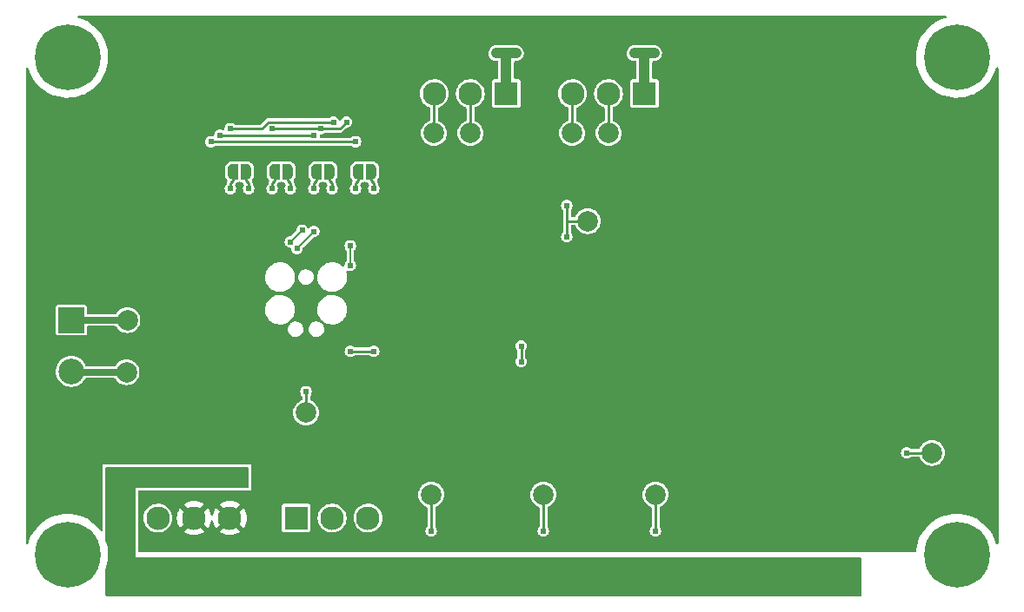
<source format=gbl>
G04 #@! TF.GenerationSoftware,KiCad,Pcbnew,6.0.10-86aedd382b~118~ubuntu18.04.1*
G04 #@! TF.CreationDate,2024-12-06T10:51:47-07:00*
G04 #@! TF.ProjectId,ckt-iiab,636b742d-6969-4616-922e-6b696361645f,rev?*
G04 #@! TF.SameCoordinates,Original*
G04 #@! TF.FileFunction,Copper,L2,Bot*
G04 #@! TF.FilePolarity,Positive*
%FSLAX46Y46*%
G04 Gerber Fmt 4.6, Leading zero omitted, Abs format (unit mm)*
G04 Created by KiCad (PCBNEW 6.0.10-86aedd382b~118~ubuntu18.04.1) date 2024-12-06 10:51:47*
%MOMM*%
%LPD*%
G01*
G04 APERTURE LIST*
G04 #@! TA.AperFunction,ComponentPad*
%ADD10R,2.300000X2.300000*%
G04 #@! TD*
G04 #@! TA.AperFunction,ComponentPad*
%ADD11C,2.300000*%
G04 #@! TD*
G04 #@! TA.AperFunction,ComponentPad*
%ADD12C,6.400000*%
G04 #@! TD*
G04 #@! TA.AperFunction,ComponentPad*
%ADD13R,2.500000X2.500000*%
G04 #@! TD*
G04 #@! TA.AperFunction,ComponentPad*
%ADD14C,2.500000*%
G04 #@! TD*
G04 #@! TA.AperFunction,SMDPad,CuDef*
%ADD15C,2.000000*%
G04 #@! TD*
G04 #@! TA.AperFunction,ViaPad*
%ADD16C,0.609600*%
G04 #@! TD*
G04 #@! TA.AperFunction,Conductor*
%ADD17C,0.254000*%
G04 #@! TD*
G04 #@! TA.AperFunction,Conductor*
%ADD18C,0.635000*%
G04 #@! TD*
G04 #@! TA.AperFunction,Conductor*
%ADD19C,0.203200*%
G04 #@! TD*
G04 #@! TA.AperFunction,Conductor*
%ADD20C,1.016000*%
G04 #@! TD*
G04 APERTURE END LIST*
D10*
X123261000Y-77724000D03*
D11*
X119761000Y-77724000D03*
X116261000Y-77724000D03*
D12*
X167132000Y-122682000D03*
X167132000Y-74168000D03*
X80518000Y-122682000D03*
X80518000Y-74168000D03*
D13*
X80899000Y-99822000D03*
D14*
X80899000Y-104822000D03*
D10*
X136723000Y-77724000D03*
D11*
X133223000Y-77724000D03*
X129723000Y-77724000D03*
D10*
X102799000Y-119126000D03*
D11*
X106299000Y-119126000D03*
X109799000Y-119126000D03*
X89337000Y-119126000D03*
X92837000Y-119126000D03*
X96337000Y-119126000D03*
D15*
X133223000Y-81592000D03*
X137795000Y-116840000D03*
X126873000Y-116840000D03*
X164719000Y-112776000D03*
G04 #@! TA.AperFunction,SMDPad,CuDef*
G36*
X105560000Y-84594000D02*
G01*
X106060000Y-84594000D01*
X106060000Y-84598967D01*
X106139941Y-84600432D01*
X106275256Y-84642707D01*
X106393266Y-84721262D01*
X106484486Y-84829781D01*
X106541581Y-84959540D01*
X106559164Y-85094000D01*
X106560000Y-85094000D01*
X106560000Y-85594000D01*
X106559164Y-85594000D01*
X106559963Y-85600109D01*
X106538152Y-85740186D01*
X106477904Y-85868511D01*
X106384060Y-85974769D01*
X106264165Y-86050417D01*
X106127858Y-86089374D01*
X106060000Y-86088959D01*
X106060000Y-86094000D01*
X105560000Y-86094000D01*
X105560000Y-84594000D01*
G37*
G04 #@! TD.AperFunction*
G04 #@! TA.AperFunction,SMDPad,CuDef*
G36*
X104760000Y-86088959D02*
G01*
X104686095Y-86088508D01*
X104550274Y-86047889D01*
X104431312Y-85970782D01*
X104338774Y-85863385D01*
X104280097Y-85734333D01*
X104260000Y-85594000D01*
X104260000Y-85094000D01*
X104260149Y-85081784D01*
X104283669Y-84941983D01*
X104345481Y-84814404D01*
X104440616Y-84709300D01*
X104561426Y-84635123D01*
X104698199Y-84597834D01*
X104760000Y-84598967D01*
X104760000Y-84594000D01*
X105260000Y-84594000D01*
X105260000Y-86094000D01*
X104760000Y-86094000D01*
X104760000Y-86088959D01*
G37*
G04 #@! TD.AperFunction*
X103759000Y-108839000D03*
G04 #@! TA.AperFunction,SMDPad,CuDef*
G36*
X109624000Y-84594000D02*
G01*
X110124000Y-84594000D01*
X110124000Y-84598967D01*
X110203941Y-84600432D01*
X110339256Y-84642707D01*
X110457266Y-84721262D01*
X110548486Y-84829781D01*
X110605581Y-84959540D01*
X110623164Y-85094000D01*
X110624000Y-85094000D01*
X110624000Y-85594000D01*
X110623164Y-85594000D01*
X110623963Y-85600109D01*
X110602152Y-85740186D01*
X110541904Y-85868511D01*
X110448060Y-85974769D01*
X110328165Y-86050417D01*
X110191858Y-86089374D01*
X110124000Y-86088959D01*
X110124000Y-86094000D01*
X109624000Y-86094000D01*
X109624000Y-84594000D01*
G37*
G04 #@! TD.AperFunction*
G04 #@! TA.AperFunction,SMDPad,CuDef*
G36*
X108824000Y-86088959D02*
G01*
X108750095Y-86088508D01*
X108614274Y-86047889D01*
X108495312Y-85970782D01*
X108402774Y-85863385D01*
X108344097Y-85734333D01*
X108324000Y-85594000D01*
X108324000Y-85094000D01*
X108324149Y-85081784D01*
X108347669Y-84941983D01*
X108409481Y-84814404D01*
X108504616Y-84709300D01*
X108625426Y-84635123D01*
X108762199Y-84597834D01*
X108824000Y-84598967D01*
X108824000Y-84594000D01*
X109324000Y-84594000D01*
X109324000Y-86094000D01*
X108824000Y-86094000D01*
X108824000Y-86088959D01*
G37*
G04 #@! TD.AperFunction*
X129667000Y-81592000D03*
X131191000Y-90170000D03*
X119761000Y-81592000D03*
G04 #@! TA.AperFunction,SMDPad,CuDef*
G36*
X101496000Y-84594000D02*
G01*
X101996000Y-84594000D01*
X101996000Y-84598967D01*
X102075941Y-84600432D01*
X102211256Y-84642707D01*
X102329266Y-84721262D01*
X102420486Y-84829781D01*
X102477581Y-84959540D01*
X102495164Y-85094000D01*
X102496000Y-85094000D01*
X102496000Y-85594000D01*
X102495164Y-85594000D01*
X102495963Y-85600109D01*
X102474152Y-85740186D01*
X102413904Y-85868511D01*
X102320060Y-85974769D01*
X102200165Y-86050417D01*
X102063858Y-86089374D01*
X101996000Y-86088959D01*
X101996000Y-86094000D01*
X101496000Y-86094000D01*
X101496000Y-84594000D01*
G37*
G04 #@! TD.AperFunction*
G04 #@! TA.AperFunction,SMDPad,CuDef*
G36*
X100696000Y-86088959D02*
G01*
X100622095Y-86088508D01*
X100486274Y-86047889D01*
X100367312Y-85970782D01*
X100274774Y-85863385D01*
X100216097Y-85734333D01*
X100196000Y-85594000D01*
X100196000Y-85094000D01*
X100196149Y-85081784D01*
X100219669Y-84941983D01*
X100281481Y-84814404D01*
X100376616Y-84709300D01*
X100497426Y-84635123D01*
X100634199Y-84597834D01*
X100696000Y-84598967D01*
X100696000Y-84594000D01*
X101196000Y-84594000D01*
X101196000Y-86094000D01*
X100696000Y-86094000D01*
X100696000Y-86088959D01*
G37*
G04 #@! TD.AperFunction*
X86360000Y-99822000D03*
X86280000Y-104902000D03*
X116205000Y-81592000D03*
X115951000Y-116840000D03*
G04 #@! TA.AperFunction,SMDPad,CuDef*
G36*
X97432000Y-84594000D02*
G01*
X97932000Y-84594000D01*
X97932000Y-84598967D01*
X98011941Y-84600432D01*
X98147256Y-84642707D01*
X98265266Y-84721262D01*
X98356486Y-84829781D01*
X98413581Y-84959540D01*
X98431164Y-85094000D01*
X98432000Y-85094000D01*
X98432000Y-85594000D01*
X98431164Y-85594000D01*
X98431963Y-85600109D01*
X98410152Y-85740186D01*
X98349904Y-85868511D01*
X98256060Y-85974769D01*
X98136165Y-86050417D01*
X97999858Y-86089374D01*
X97932000Y-86088959D01*
X97932000Y-86094000D01*
X97432000Y-86094000D01*
X97432000Y-84594000D01*
G37*
G04 #@! TD.AperFunction*
G04 #@! TA.AperFunction,SMDPad,CuDef*
G36*
X96632000Y-86088959D02*
G01*
X96558095Y-86088508D01*
X96422274Y-86047889D01*
X96303312Y-85970782D01*
X96210774Y-85863385D01*
X96152097Y-85734333D01*
X96132000Y-85594000D01*
X96132000Y-85094000D01*
X96132149Y-85081784D01*
X96155669Y-84941983D01*
X96217481Y-84814404D01*
X96312616Y-84709300D01*
X96433426Y-84635123D01*
X96570199Y-84597834D01*
X96632000Y-84598967D01*
X96632000Y-84594000D01*
X97132000Y-84594000D01*
X97132000Y-86094000D01*
X96632000Y-86094000D01*
X96632000Y-86088959D01*
G37*
G04 #@! TD.AperFunction*
D16*
X95377000Y-100711000D03*
X156197000Y-93358000D03*
X103759000Y-101473000D03*
X156197000Y-95898000D03*
X91440000Y-99822000D03*
X144653000Y-72771000D03*
X86487000Y-110236000D03*
X126111000Y-121539000D03*
X89662000Y-108712000D03*
X137033000Y-121539000D03*
X90551000Y-100711000D03*
X94488000Y-100711000D03*
X89662000Y-109601000D03*
X94488000Y-101600000D03*
X156197000Y-90818000D03*
X137795000Y-121539000D03*
X95377000Y-101600000D03*
X115951000Y-121539000D03*
X90551000Y-98933000D03*
X91440000Y-98933000D03*
X160655000Y-112776000D03*
X137541000Y-107569000D03*
X116840000Y-95758000D03*
X138303000Y-98679000D03*
X144653000Y-72009000D03*
X89662000Y-110617000D03*
X91440000Y-100711000D03*
X144653000Y-79121000D03*
X95377000Y-98933000D03*
X92329000Y-109601000D03*
X144653000Y-77597000D03*
X90551000Y-109601000D03*
X90551000Y-108712000D03*
X90551000Y-99822000D03*
X137541000Y-98679000D03*
X95377000Y-99822000D03*
X138303000Y-107569000D03*
X90551000Y-101600000D03*
X94488000Y-99822000D03*
X160655000Y-112014000D03*
X92329000Y-108712000D03*
X126873000Y-121539000D03*
X144653000Y-78359000D03*
X120904000Y-105410000D03*
X117602000Y-95758000D03*
X94488000Y-98933000D03*
X122682000Y-94488000D03*
X91440000Y-109601000D03*
X121920000Y-94488000D03*
X120904000Y-108585000D03*
X115189000Y-121539000D03*
X120904000Y-111760000D03*
X91440000Y-108712000D03*
X144653000Y-73533000D03*
X89662000Y-111633000D03*
X91440000Y-101600000D03*
X150495000Y-125095000D03*
X153543000Y-125984000D03*
X155575000Y-125095000D03*
X152527000Y-125095000D03*
X90678000Y-114681000D03*
X149479000Y-125984000D03*
X86106000Y-115570000D03*
X151511000Y-125984000D03*
X90678000Y-115570000D03*
X155575000Y-125984000D03*
X96266000Y-115570000D03*
X152527000Y-125984000D03*
X148463000Y-125984000D03*
X154559000Y-125984000D03*
X151511000Y-125095000D03*
X147447000Y-125095000D03*
X89535000Y-115570000D03*
X86106000Y-114681000D03*
X154559000Y-125095000D03*
X87249000Y-114681000D03*
X93980000Y-115570000D03*
X156591000Y-125095000D03*
X148463000Y-125095000D03*
X84963000Y-114681000D03*
X95123000Y-115570000D03*
X93980000Y-114681000D03*
X92964000Y-114681000D03*
X97409000Y-115570000D03*
X96266000Y-114681000D03*
X91821000Y-114681000D03*
X87249000Y-115570000D03*
X92964000Y-115570000D03*
X156591000Y-125984000D03*
X147447000Y-125984000D03*
X95123000Y-114681000D03*
X149479000Y-125095000D03*
X89535000Y-114681000D03*
X91821000Y-115570000D03*
X97409000Y-114681000D03*
X153543000Y-125095000D03*
X88392000Y-114681000D03*
X84963000Y-115570000D03*
X150495000Y-125984000D03*
X88392000Y-115570000D03*
X110363000Y-102870000D03*
X108077000Y-102870000D03*
X103759000Y-106807000D03*
X124714000Y-102362000D03*
X124714000Y-103886000D03*
X162269000Y-112776000D03*
X115951000Y-120396000D03*
X126873000Y-120396000D03*
X137795000Y-120396000D03*
X102870000Y-92837000D03*
X106299000Y-86995000D03*
X104521000Y-91186000D03*
X102235000Y-92202000D03*
X102235000Y-86995000D03*
X103378000Y-91059000D03*
X124206000Y-73787000D03*
X135763000Y-73787000D03*
X137668000Y-73787000D03*
X122301000Y-73787000D03*
X136723000Y-73787000D03*
X123261000Y-73787000D03*
X108077000Y-92583000D03*
X108077000Y-94488000D03*
X110363000Y-86995000D03*
X94488000Y-82423000D03*
X108585000Y-86995000D03*
X108585000Y-82423000D03*
X95377000Y-81788000D03*
X104521000Y-86995000D03*
X104521000Y-81788000D03*
X107696000Y-80518000D03*
X100457000Y-81153000D03*
X105156000Y-81153000D03*
X100457000Y-86995000D03*
X96393000Y-86995000D03*
X106426000Y-80518000D03*
X96393000Y-81153000D03*
X98171000Y-86995000D03*
X129159000Y-88646000D03*
X129159000Y-91694000D03*
D17*
X108077000Y-102870000D02*
X110363000Y-102870000D01*
X103759000Y-106807000D02*
X103759000Y-108839000D01*
D18*
X86360000Y-99822000D02*
X80899000Y-99822000D01*
X86280000Y-104902000D02*
X80899000Y-104902000D01*
D17*
X162269000Y-112776000D02*
X164719000Y-112776000D01*
X124714000Y-103886000D02*
X124714000Y-102362000D01*
X115951000Y-120396000D02*
X115951000Y-116840000D01*
X126873000Y-120396000D02*
X126873000Y-116840000D01*
X137795000Y-120396000D02*
X137795000Y-116840000D01*
X106299000Y-86995000D02*
X106299000Y-86487000D01*
D19*
X104521000Y-91186000D02*
X102870000Y-92837000D01*
D17*
X106045000Y-85359000D02*
X106060000Y-85344000D01*
X106045000Y-86233000D02*
X106045000Y-85359000D01*
X106299000Y-86487000D02*
X106045000Y-86233000D01*
X102235000Y-86487000D02*
X101981000Y-86233000D01*
X101981000Y-86233000D02*
X101981000Y-85359000D01*
X101981000Y-85359000D02*
X101996000Y-85344000D01*
D19*
X102235000Y-92202000D02*
X103378000Y-91059000D01*
D17*
X102235000Y-86995000D02*
X102235000Y-86487000D01*
D20*
X136723000Y-77724000D02*
X136723000Y-73787000D01*
X135763000Y-73787000D02*
X137668000Y-73787000D01*
X122301000Y-73787000D02*
X124206000Y-73787000D01*
X123261000Y-77724000D02*
X123261000Y-73787000D01*
D17*
X110363000Y-86995000D02*
X110363000Y-86487000D01*
X110109000Y-86233000D02*
X110109000Y-85344000D01*
D19*
X108077000Y-94488000D02*
X108077000Y-92583000D01*
D17*
X110363000Y-86487000D02*
X110109000Y-86233000D01*
X108585000Y-86995000D02*
X108585000Y-86487000D01*
X108839000Y-86233000D02*
X108839000Y-85344000D01*
X108585000Y-86487000D02*
X108839000Y-86233000D01*
X119761000Y-81592000D02*
X119761000Y-77724000D01*
X108585000Y-82423000D02*
X94488000Y-82423000D01*
X104521000Y-86487000D02*
X104521000Y-86995000D01*
X104760000Y-86248000D02*
X104521000Y-86487000D01*
X104521000Y-81788000D02*
X95377000Y-81788000D01*
X104760000Y-85344000D02*
X104760000Y-86248000D01*
X116205000Y-81592000D02*
X116205000Y-77780000D01*
X133223000Y-81592000D02*
X133223000Y-77724000D01*
X100696000Y-85344000D02*
X100696000Y-86248000D01*
X107061000Y-81153000D02*
X105156000Y-81153000D01*
X100457000Y-86487000D02*
X100457000Y-86995000D01*
X105156000Y-81153000D02*
X100457000Y-81153000D01*
X100696000Y-86248000D02*
X100457000Y-86487000D01*
X107696000Y-80518000D02*
X107061000Y-81153000D01*
X96632000Y-86248000D02*
X96393000Y-86487000D01*
X96632000Y-85344000D02*
X96632000Y-86248000D01*
X96393000Y-86487000D02*
X96393000Y-86995000D01*
X106426000Y-80518000D02*
X100076000Y-80518000D01*
X129667000Y-81621000D02*
X129667000Y-77753000D01*
X100076000Y-80518000D02*
X99441000Y-81153000D01*
X99441000Y-81153000D02*
X96393000Y-81153000D01*
X97917000Y-86233000D02*
X97917000Y-85359000D01*
X98171000Y-86995000D02*
X98171000Y-86487000D01*
X98171000Y-86487000D02*
X97917000Y-86233000D01*
X97917000Y-85359000D02*
X97932000Y-85344000D01*
X131191000Y-90170000D02*
X129159000Y-90170000D01*
X129159000Y-88646000D02*
X129159000Y-90170000D01*
X129159000Y-90170000D02*
X129159000Y-91694000D01*
G04 #@! TA.AperFunction,Conductor*
G36*
X98113121Y-114193002D02*
G01*
X98159614Y-114246658D01*
X98171000Y-114299000D01*
X98171000Y-116079000D01*
X98150998Y-116147121D01*
X98097342Y-116193614D01*
X98045000Y-116205000D01*
X87122000Y-116205000D01*
X87122000Y-122936000D01*
X157735000Y-122936000D01*
X157803121Y-122956002D01*
X157849614Y-123009658D01*
X157861000Y-123062000D01*
X157861000Y-126619500D01*
X157840998Y-126687621D01*
X157787342Y-126734114D01*
X157735000Y-126745500D01*
X84327000Y-126745500D01*
X84258879Y-126725498D01*
X84212386Y-126671842D01*
X84201000Y-126619500D01*
X84201000Y-124167855D01*
X84209527Y-124122290D01*
X84281341Y-123937144D01*
X84281344Y-123937135D01*
X84282456Y-123934268D01*
X84386690Y-123560945D01*
X84453996Y-123179232D01*
X84471172Y-122956002D01*
X84483582Y-122794726D01*
X84483582Y-122794717D01*
X84483732Y-122792773D01*
X84485279Y-122682000D01*
X84466345Y-122294861D01*
X84409723Y-121911418D01*
X84315954Y-121535330D01*
X84297112Y-121482414D01*
X84208301Y-121233007D01*
X84201000Y-121190740D01*
X84201000Y-114299000D01*
X84221002Y-114230879D01*
X84274658Y-114184386D01*
X84327000Y-114173000D01*
X98045000Y-114173000D01*
X98113121Y-114193002D01*
G37*
G04 #@! TD.AperFunction*
G04 #@! TA.AperFunction,Conductor*
G36*
X166088258Y-70124502D02*
G01*
X166134751Y-70178158D01*
X166144855Y-70248432D01*
X166115361Y-70313012D01*
X166049765Y-70352967D01*
X166011873Y-70362134D01*
X165645831Y-70489603D01*
X165293975Y-70652183D01*
X164959664Y-70848323D01*
X164801505Y-70963232D01*
X164648569Y-71074346D01*
X164648563Y-71074351D01*
X164646088Y-71076149D01*
X164356240Y-71333488D01*
X164354161Y-71335733D01*
X164354154Y-71335740D01*
X164094974Y-71615629D01*
X164092888Y-71617882D01*
X163858545Y-71926618D01*
X163655447Y-72256749D01*
X163485534Y-72605123D01*
X163350427Y-72968414D01*
X163251416Y-73343156D01*
X163189445Y-73725772D01*
X163189252Y-73728845D01*
X163189251Y-73728851D01*
X163166334Y-74093116D01*
X163165108Y-74112608D01*
X163165216Y-74115697D01*
X163176041Y-74425684D01*
X163178635Y-74499973D01*
X163179041Y-74503017D01*
X163179042Y-74503027D01*
X163187912Y-74569502D01*
X163229898Y-74884170D01*
X163230598Y-74887154D01*
X163230599Y-74887160D01*
X163293123Y-75153733D01*
X163318407Y-75261530D01*
X163443317Y-75628453D01*
X163603437Y-75981435D01*
X163797238Y-76317108D01*
X163799027Y-76319606D01*
X163799029Y-76319610D01*
X163964081Y-76550152D01*
X164022869Y-76632267D01*
X164024896Y-76634582D01*
X164024898Y-76634585D01*
X164225836Y-76864114D01*
X164278178Y-76923904D01*
X164280426Y-76926015D01*
X164558473Y-77187118D01*
X164558480Y-77187124D01*
X164560728Y-77189235D01*
X164563178Y-77191122D01*
X164563183Y-77191126D01*
X164623227Y-77237366D01*
X164867820Y-77425728D01*
X164870419Y-77427352D01*
X164870429Y-77427359D01*
X165012142Y-77515910D01*
X165196525Y-77631125D01*
X165543704Y-77803467D01*
X165741961Y-77878778D01*
X165903157Y-77940011D01*
X165903162Y-77940013D01*
X165906043Y-77941107D01*
X166280085Y-78042731D01*
X166283128Y-78043246D01*
X166283134Y-78043247D01*
X166659217Y-78106857D01*
X166659224Y-78106858D01*
X166662258Y-78107371D01*
X166665329Y-78107586D01*
X166665331Y-78107586D01*
X167045850Y-78134195D01*
X167045858Y-78134195D01*
X167048916Y-78134409D01*
X167299605Y-78127406D01*
X167433292Y-78123672D01*
X167433295Y-78123672D01*
X167436366Y-78123586D01*
X167439419Y-78123200D01*
X167439423Y-78123200D01*
X167623387Y-78099960D01*
X167820911Y-78075007D01*
X167823915Y-78074325D01*
X167823918Y-78074324D01*
X168195884Y-77989816D01*
X168195890Y-77989814D01*
X168198880Y-77989135D01*
X168343258Y-77941107D01*
X168563742Y-77867762D01*
X168563748Y-77867760D01*
X168566666Y-77866789D01*
X168706439Y-77804558D01*
X168917957Y-77710384D01*
X168917963Y-77710381D01*
X168920757Y-77709137D01*
X168955207Y-77689567D01*
X169255100Y-77519203D01*
X169255099Y-77519203D01*
X169257774Y-77517684D01*
X169388131Y-77425728D01*
X169571970Y-77296045D01*
X169571978Y-77296039D01*
X169574501Y-77294259D01*
X169596994Y-77274844D01*
X169865575Y-77043010D01*
X169867913Y-77040992D01*
X170135211Y-76760302D01*
X170184581Y-76697112D01*
X170371932Y-76457313D01*
X170371934Y-76457310D01*
X170373842Y-76454868D01*
X170375498Y-76452258D01*
X170375504Y-76452250D01*
X170579875Y-76130212D01*
X170579879Y-76130205D01*
X170581529Y-76127605D01*
X170756290Y-75781638D01*
X170757397Y-75778784D01*
X170757401Y-75778775D01*
X170895341Y-75423144D01*
X170895344Y-75423135D01*
X170896456Y-75420268D01*
X170948142Y-75235150D01*
X170985726Y-75174918D01*
X171049908Y-75144567D01*
X171120310Y-75153733D01*
X171174581Y-75199507D01*
X171195500Y-75269034D01*
X171195500Y-121574191D01*
X171175498Y-121642312D01*
X171121842Y-121688805D01*
X171051568Y-121698909D01*
X170986988Y-121669415D01*
X170947243Y-121604673D01*
X170930702Y-121538332D01*
X170929954Y-121535330D01*
X170911112Y-121482414D01*
X170800964Y-121173086D01*
X170799932Y-121170187D01*
X170634899Y-120819475D01*
X170603914Y-120767496D01*
X170469495Y-120542007D01*
X170436431Y-120486541D01*
X170206421Y-120174563D01*
X170204365Y-120172280D01*
X170204358Y-120172271D01*
X169949134Y-119888816D01*
X169949126Y-119888808D01*
X169947065Y-119886519D01*
X169660839Y-119625159D01*
X169350474Y-119392977D01*
X169299858Y-119362323D01*
X169021562Y-119193780D01*
X169021553Y-119193775D01*
X169018934Y-119192189D01*
X168669382Y-119024712D01*
X168666481Y-119023656D01*
X168308044Y-118893195D01*
X168308041Y-118893194D01*
X168305156Y-118892144D01*
X168302194Y-118891384D01*
X168302186Y-118891381D01*
X167932701Y-118796514D01*
X167932695Y-118796513D01*
X167929732Y-118795752D01*
X167546694Y-118736454D01*
X167159697Y-118714818D01*
X167156619Y-118714947D01*
X167156615Y-118714947D01*
X166905318Y-118725480D01*
X166772435Y-118731049D01*
X166769391Y-118731477D01*
X166769389Y-118731477D01*
X166730617Y-118736926D01*
X166388606Y-118784992D01*
X166011873Y-118876134D01*
X165645831Y-119003603D01*
X165293975Y-119166183D01*
X164959664Y-119362323D01*
X164801505Y-119477232D01*
X164648569Y-119588346D01*
X164648563Y-119588351D01*
X164646088Y-119590149D01*
X164643802Y-119592178D01*
X164643799Y-119592181D01*
X164584862Y-119644508D01*
X164356240Y-119847488D01*
X164354161Y-119849733D01*
X164354154Y-119849740D01*
X164119773Y-120102849D01*
X164092888Y-120131882D01*
X163858545Y-120440618D01*
X163856934Y-120443236D01*
X163856931Y-120443241D01*
X163757250Y-120605271D01*
X163655447Y-120770749D01*
X163485534Y-121119123D01*
X163350427Y-121482414D01*
X163251416Y-121857156D01*
X163189445Y-122239772D01*
X163189252Y-122242843D01*
X163189251Y-122242850D01*
X163185032Y-122309912D01*
X163160792Y-122376642D01*
X163104323Y-122419674D01*
X163059281Y-122428000D01*
X87502000Y-122428000D01*
X87433879Y-122407998D01*
X87387386Y-122354342D01*
X87376000Y-122302000D01*
X87376000Y-119091567D01*
X87928107Y-119091567D01*
X87928404Y-119096720D01*
X87928404Y-119096723D01*
X87934253Y-119198167D01*
X87941401Y-119322139D01*
X87942538Y-119327185D01*
X87942539Y-119327191D01*
X87960174Y-119405441D01*
X87992176Y-119547442D01*
X88079066Y-119761428D01*
X88199740Y-119958349D01*
X88203124Y-119962255D01*
X88203125Y-119962257D01*
X88233310Y-119997103D01*
X88350955Y-120132916D01*
X88528651Y-120280442D01*
X88533103Y-120283044D01*
X88533108Y-120283047D01*
X88723598Y-120394360D01*
X88728056Y-120396965D01*
X88943814Y-120479355D01*
X88948880Y-120480386D01*
X88948881Y-120480386D01*
X88979134Y-120486541D01*
X89170132Y-120525400D01*
X89300323Y-120530174D01*
X89395767Y-120533674D01*
X89395771Y-120533674D01*
X89400931Y-120533863D01*
X89406051Y-120533207D01*
X89406053Y-120533207D01*
X89477088Y-120524107D01*
X89630013Y-120504517D01*
X89634961Y-120503032D01*
X89634968Y-120503031D01*
X89751051Y-120468204D01*
X91860151Y-120468204D01*
X91864720Y-120474735D01*
X92077736Y-120605271D01*
X92086530Y-120609752D01*
X92318492Y-120705834D01*
X92327877Y-120708883D01*
X92572017Y-120767496D01*
X92581764Y-120769039D01*
X92832070Y-120788739D01*
X92841930Y-120788739D01*
X93092236Y-120769039D01*
X93101983Y-120767496D01*
X93346123Y-120708883D01*
X93355508Y-120705834D01*
X93587470Y-120609752D01*
X93596264Y-120605271D01*
X93807875Y-120475596D01*
X93812699Y-120468204D01*
X95360151Y-120468204D01*
X95364720Y-120474735D01*
X95577736Y-120605271D01*
X95586530Y-120609752D01*
X95818492Y-120705834D01*
X95827877Y-120708883D01*
X96072017Y-120767496D01*
X96081764Y-120769039D01*
X96332070Y-120788739D01*
X96341930Y-120788739D01*
X96592236Y-120769039D01*
X96601983Y-120767496D01*
X96846123Y-120708883D01*
X96855508Y-120705834D01*
X97087470Y-120609752D01*
X97096264Y-120605271D01*
X97307875Y-120475596D01*
X97313922Y-120466330D01*
X97307915Y-120456125D01*
X96349812Y-119498022D01*
X96335868Y-119490408D01*
X96334035Y-119490539D01*
X96327420Y-119494790D01*
X95367544Y-120454666D01*
X95360151Y-120468204D01*
X93812699Y-120468204D01*
X93813922Y-120466330D01*
X93807915Y-120456125D01*
X92849812Y-119498022D01*
X92835868Y-119490408D01*
X92834035Y-119490539D01*
X92827420Y-119494790D01*
X91867544Y-120454666D01*
X91860151Y-120468204D01*
X89751051Y-120468204D01*
X89846276Y-120439635D01*
X89846275Y-120439635D01*
X89851226Y-120438150D01*
X90058629Y-120336544D01*
X90062834Y-120333544D01*
X90062840Y-120333541D01*
X90242449Y-120205427D01*
X90242451Y-120205425D01*
X90246653Y-120202428D01*
X90410247Y-120039404D01*
X90432552Y-120008364D01*
X90542000Y-119856050D01*
X90545018Y-119851850D01*
X90647347Y-119644803D01*
X90664500Y-119588346D01*
X90712982Y-119428775D01*
X90712983Y-119428769D01*
X90714486Y-119423823D01*
X90744631Y-119194845D01*
X90746080Y-119135580D01*
X90746194Y-119130930D01*
X91174261Y-119130930D01*
X91193961Y-119381236D01*
X91195504Y-119390983D01*
X91254117Y-119635123D01*
X91257166Y-119644508D01*
X91353248Y-119876470D01*
X91357729Y-119885264D01*
X91487404Y-120096875D01*
X91496670Y-120102922D01*
X91506875Y-120096915D01*
X92464978Y-119138812D01*
X92471356Y-119127132D01*
X93201408Y-119127132D01*
X93201539Y-119128965D01*
X93205790Y-119135580D01*
X94165666Y-120095456D01*
X94179204Y-120102849D01*
X94185735Y-120098280D01*
X94316271Y-119885264D01*
X94320752Y-119876470D01*
X94416834Y-119644508D01*
X94419883Y-119635123D01*
X94464481Y-119449358D01*
X94499833Y-119387789D01*
X94562860Y-119355106D01*
X94633551Y-119361686D01*
X94689462Y-119405441D01*
X94709519Y-119449358D01*
X94754117Y-119635123D01*
X94757166Y-119644508D01*
X94853248Y-119876470D01*
X94857729Y-119885264D01*
X94987404Y-120096875D01*
X94996670Y-120102922D01*
X95006875Y-120096915D01*
X95964978Y-119138812D01*
X95971356Y-119127132D01*
X96701408Y-119127132D01*
X96701539Y-119128965D01*
X96705790Y-119135580D01*
X97665666Y-120095456D01*
X97679204Y-120102849D01*
X97685735Y-120098280D01*
X97816271Y-119885264D01*
X97820752Y-119876470D01*
X97916834Y-119644508D01*
X97919883Y-119635123D01*
X97978496Y-119390983D01*
X97980039Y-119381236D01*
X97999739Y-119130930D01*
X97999739Y-119121070D01*
X97980039Y-118870764D01*
X97978496Y-118861017D01*
X97919883Y-118616877D01*
X97916834Y-118607492D01*
X97820752Y-118375530D01*
X97816271Y-118366736D01*
X97686596Y-118155125D01*
X97677330Y-118149078D01*
X97667125Y-118155085D01*
X96709022Y-119113188D01*
X96701408Y-119127132D01*
X95971356Y-119127132D01*
X95972592Y-119124868D01*
X95972461Y-119123035D01*
X95968210Y-119116420D01*
X95008334Y-118156544D01*
X94994796Y-118149151D01*
X94988265Y-118153720D01*
X94857729Y-118366736D01*
X94853248Y-118375530D01*
X94757166Y-118607492D01*
X94754117Y-118616877D01*
X94709519Y-118802642D01*
X94674167Y-118864211D01*
X94611140Y-118896894D01*
X94540449Y-118890314D01*
X94484538Y-118846559D01*
X94464481Y-118802642D01*
X94419883Y-118616877D01*
X94416834Y-118607492D01*
X94320752Y-118375530D01*
X94316271Y-118366736D01*
X94186596Y-118155125D01*
X94177330Y-118149078D01*
X94167125Y-118155085D01*
X93209022Y-119113188D01*
X93201408Y-119127132D01*
X92471356Y-119127132D01*
X92472592Y-119124868D01*
X92472461Y-119123035D01*
X92468210Y-119116420D01*
X91508334Y-118156544D01*
X91494796Y-118149151D01*
X91488265Y-118153720D01*
X91357729Y-118366736D01*
X91353248Y-118375530D01*
X91257166Y-118607492D01*
X91254117Y-118616877D01*
X91195504Y-118861017D01*
X91193961Y-118870764D01*
X91174261Y-119121070D01*
X91174261Y-119130930D01*
X90746194Y-119130930D01*
X90746232Y-119129364D01*
X90746232Y-119129360D01*
X90746314Y-119126000D01*
X90727390Y-118895822D01*
X90671126Y-118671826D01*
X90579033Y-118460028D01*
X90453585Y-118266114D01*
X90298150Y-118095293D01*
X90207051Y-118023347D01*
X90120956Y-117955353D01*
X90120951Y-117955350D01*
X90116902Y-117952152D01*
X90112386Y-117949659D01*
X90112383Y-117949657D01*
X89919234Y-117843033D01*
X89919230Y-117843031D01*
X89914710Y-117840536D01*
X89909841Y-117838812D01*
X89909837Y-117838810D01*
X89759774Y-117785670D01*
X91860078Y-117785670D01*
X91866085Y-117795875D01*
X92824188Y-118753978D01*
X92838132Y-118761592D01*
X92839965Y-118761461D01*
X92846580Y-118757210D01*
X93806456Y-117797334D01*
X93812826Y-117785670D01*
X95360078Y-117785670D01*
X95366085Y-117795875D01*
X96324188Y-118753978D01*
X96338132Y-118761592D01*
X96339965Y-118761461D01*
X96346580Y-118757210D01*
X97152857Y-117950933D01*
X101394500Y-117950933D01*
X101394501Y-120301066D01*
X101409266Y-120375301D01*
X101416161Y-120385620D01*
X101416162Y-120385622D01*
X101423757Y-120396988D01*
X101465516Y-120459484D01*
X101549699Y-120515734D01*
X101623933Y-120530500D01*
X102798810Y-120530500D01*
X103974066Y-120530499D01*
X104009818Y-120523388D01*
X104036126Y-120518156D01*
X104036128Y-120518155D01*
X104048301Y-120515734D01*
X104058621Y-120508839D01*
X104058622Y-120508838D01*
X104122168Y-120466377D01*
X104132484Y-120459484D01*
X104188734Y-120375301D01*
X104203500Y-120301067D01*
X104203499Y-119091567D01*
X104890107Y-119091567D01*
X104890404Y-119096720D01*
X104890404Y-119096723D01*
X104896253Y-119198167D01*
X104903401Y-119322139D01*
X104904538Y-119327185D01*
X104904539Y-119327191D01*
X104922174Y-119405441D01*
X104954176Y-119547442D01*
X105041066Y-119761428D01*
X105161740Y-119958349D01*
X105165124Y-119962255D01*
X105165125Y-119962257D01*
X105195310Y-119997103D01*
X105312955Y-120132916D01*
X105490651Y-120280442D01*
X105495103Y-120283044D01*
X105495108Y-120283047D01*
X105685598Y-120394360D01*
X105690056Y-120396965D01*
X105905814Y-120479355D01*
X105910880Y-120480386D01*
X105910881Y-120480386D01*
X105941134Y-120486541D01*
X106132132Y-120525400D01*
X106262323Y-120530174D01*
X106357767Y-120533674D01*
X106357771Y-120533674D01*
X106362931Y-120533863D01*
X106368051Y-120533207D01*
X106368053Y-120533207D01*
X106439088Y-120524107D01*
X106592013Y-120504517D01*
X106596961Y-120503032D01*
X106596968Y-120503031D01*
X106808276Y-120439635D01*
X106808275Y-120439635D01*
X106813226Y-120438150D01*
X107020629Y-120336544D01*
X107024834Y-120333544D01*
X107024840Y-120333541D01*
X107204449Y-120205427D01*
X107204451Y-120205425D01*
X107208653Y-120202428D01*
X107372247Y-120039404D01*
X107394552Y-120008364D01*
X107504000Y-119856050D01*
X107507018Y-119851850D01*
X107609347Y-119644803D01*
X107626500Y-119588346D01*
X107674982Y-119428775D01*
X107674983Y-119428769D01*
X107676486Y-119423823D01*
X107706631Y-119194845D01*
X107708080Y-119135580D01*
X107708232Y-119129364D01*
X107708232Y-119129360D01*
X107708314Y-119126000D01*
X107705483Y-119091567D01*
X108390107Y-119091567D01*
X108390404Y-119096720D01*
X108390404Y-119096723D01*
X108396253Y-119198167D01*
X108403401Y-119322139D01*
X108404538Y-119327185D01*
X108404539Y-119327191D01*
X108422174Y-119405441D01*
X108454176Y-119547442D01*
X108541066Y-119761428D01*
X108661740Y-119958349D01*
X108665124Y-119962255D01*
X108665125Y-119962257D01*
X108695310Y-119997103D01*
X108812955Y-120132916D01*
X108990651Y-120280442D01*
X108995103Y-120283044D01*
X108995108Y-120283047D01*
X109185598Y-120394360D01*
X109190056Y-120396965D01*
X109405814Y-120479355D01*
X109410880Y-120480386D01*
X109410881Y-120480386D01*
X109441134Y-120486541D01*
X109632132Y-120525400D01*
X109762323Y-120530174D01*
X109857767Y-120533674D01*
X109857771Y-120533674D01*
X109862931Y-120533863D01*
X109868051Y-120533207D01*
X109868053Y-120533207D01*
X109939088Y-120524107D01*
X110092013Y-120504517D01*
X110096961Y-120503032D01*
X110096968Y-120503031D01*
X110308276Y-120439635D01*
X110308275Y-120439635D01*
X110313226Y-120438150D01*
X110520629Y-120336544D01*
X110524834Y-120333544D01*
X110524840Y-120333541D01*
X110704449Y-120205427D01*
X110704451Y-120205425D01*
X110708653Y-120202428D01*
X110872247Y-120039404D01*
X110894552Y-120008364D01*
X111004000Y-119856050D01*
X111007018Y-119851850D01*
X111109347Y-119644803D01*
X111126500Y-119588346D01*
X111174982Y-119428775D01*
X111174983Y-119428769D01*
X111176486Y-119423823D01*
X111206631Y-119194845D01*
X111208080Y-119135580D01*
X111208232Y-119129364D01*
X111208232Y-119129360D01*
X111208314Y-119126000D01*
X111189390Y-118895822D01*
X111133126Y-118671826D01*
X111041033Y-118460028D01*
X110915585Y-118266114D01*
X110760150Y-118095293D01*
X110669051Y-118023347D01*
X110582956Y-117955353D01*
X110582951Y-117955350D01*
X110578902Y-117952152D01*
X110574386Y-117949659D01*
X110574383Y-117949657D01*
X110381234Y-117843033D01*
X110381230Y-117843031D01*
X110376710Y-117840536D01*
X110371841Y-117838812D01*
X110371837Y-117838810D01*
X110163878Y-117765168D01*
X110163874Y-117765167D01*
X110159003Y-117763442D01*
X110153913Y-117762535D01*
X110153908Y-117762534D01*
X110006435Y-117736266D01*
X109931628Y-117722941D01*
X109845124Y-117721884D01*
X109705861Y-117720182D01*
X109705859Y-117720182D01*
X109700691Y-117720119D01*
X109472394Y-117755053D01*
X109252869Y-117826805D01*
X109048010Y-117933448D01*
X109043877Y-117936551D01*
X109043874Y-117936553D01*
X108910716Y-118036531D01*
X108863319Y-118072118D01*
X108703757Y-118239090D01*
X108573609Y-118429881D01*
X108476369Y-118639366D01*
X108414649Y-118861921D01*
X108390107Y-119091567D01*
X107705483Y-119091567D01*
X107689390Y-118895822D01*
X107633126Y-118671826D01*
X107541033Y-118460028D01*
X107415585Y-118266114D01*
X107260150Y-118095293D01*
X107169051Y-118023347D01*
X107082956Y-117955353D01*
X107082951Y-117955350D01*
X107078902Y-117952152D01*
X107074386Y-117949659D01*
X107074383Y-117949657D01*
X106881234Y-117843033D01*
X106881230Y-117843031D01*
X106876710Y-117840536D01*
X106871841Y-117838812D01*
X106871837Y-117838810D01*
X106663878Y-117765168D01*
X106663874Y-117765167D01*
X106659003Y-117763442D01*
X106653913Y-117762535D01*
X106653908Y-117762534D01*
X106506435Y-117736266D01*
X106431628Y-117722941D01*
X106345124Y-117721884D01*
X106205861Y-117720182D01*
X106205859Y-117720182D01*
X106200691Y-117720119D01*
X105972394Y-117755053D01*
X105752869Y-117826805D01*
X105548010Y-117933448D01*
X105543877Y-117936551D01*
X105543874Y-117936553D01*
X105410716Y-118036531D01*
X105363319Y-118072118D01*
X105203757Y-118239090D01*
X105073609Y-118429881D01*
X104976369Y-118639366D01*
X104914649Y-118861921D01*
X104890107Y-119091567D01*
X104203499Y-119091567D01*
X104203499Y-117950934D01*
X104188734Y-117876699D01*
X104164571Y-117840536D01*
X104139377Y-117802832D01*
X104132484Y-117792516D01*
X104048301Y-117736266D01*
X103974067Y-117721500D01*
X102799190Y-117721500D01*
X101623934Y-117721501D01*
X101588182Y-117728612D01*
X101561874Y-117733844D01*
X101561872Y-117733845D01*
X101549699Y-117736266D01*
X101539379Y-117743161D01*
X101539378Y-117743162D01*
X101489629Y-117776404D01*
X101465516Y-117792516D01*
X101409266Y-117876699D01*
X101394500Y-117950933D01*
X97152857Y-117950933D01*
X97306456Y-117797334D01*
X97313849Y-117783796D01*
X97309280Y-117777265D01*
X97096264Y-117646729D01*
X97087470Y-117642248D01*
X96855508Y-117546166D01*
X96846123Y-117543117D01*
X96601983Y-117484504D01*
X96592236Y-117482961D01*
X96341930Y-117463261D01*
X96332070Y-117463261D01*
X96081764Y-117482961D01*
X96072017Y-117484504D01*
X95827877Y-117543117D01*
X95818492Y-117546166D01*
X95586530Y-117642248D01*
X95577736Y-117646729D01*
X95366125Y-117776404D01*
X95360078Y-117785670D01*
X93812826Y-117785670D01*
X93813849Y-117783796D01*
X93809280Y-117777265D01*
X93596264Y-117646729D01*
X93587470Y-117642248D01*
X93355508Y-117546166D01*
X93346123Y-117543117D01*
X93101983Y-117484504D01*
X93092236Y-117482961D01*
X92841930Y-117463261D01*
X92832070Y-117463261D01*
X92581764Y-117482961D01*
X92572017Y-117484504D01*
X92327877Y-117543117D01*
X92318492Y-117546166D01*
X92086530Y-117642248D01*
X92077736Y-117646729D01*
X91866125Y-117776404D01*
X91860078Y-117785670D01*
X89759774Y-117785670D01*
X89701878Y-117765168D01*
X89701874Y-117765167D01*
X89697003Y-117763442D01*
X89691913Y-117762535D01*
X89691908Y-117762534D01*
X89544435Y-117736266D01*
X89469628Y-117722941D01*
X89383124Y-117721884D01*
X89243861Y-117720182D01*
X89243859Y-117720182D01*
X89238691Y-117720119D01*
X89010394Y-117755053D01*
X88790869Y-117826805D01*
X88586010Y-117933448D01*
X88581877Y-117936551D01*
X88581874Y-117936553D01*
X88448716Y-118036531D01*
X88401319Y-118072118D01*
X88241757Y-118239090D01*
X88111609Y-118429881D01*
X88014369Y-118639366D01*
X87952649Y-118861921D01*
X87928107Y-119091567D01*
X87376000Y-119091567D01*
X87376000Y-116840000D01*
X114691708Y-116840000D01*
X114710839Y-117058674D01*
X114767653Y-117270703D01*
X114769978Y-117275688D01*
X114858095Y-117464659D01*
X114858098Y-117464664D01*
X114860421Y-117469646D01*
X114863577Y-117474153D01*
X114863578Y-117474155D01*
X114870825Y-117484504D01*
X114986326Y-117649457D01*
X115141543Y-117804674D01*
X115146051Y-117807831D01*
X115146054Y-117807833D01*
X115190294Y-117838810D01*
X115321354Y-117930579D01*
X115326336Y-117932902D01*
X115326341Y-117932905D01*
X115496750Y-118012367D01*
X115550035Y-118059284D01*
X115569500Y-118126562D01*
X115569500Y-119931660D01*
X115549498Y-119999781D01*
X115543473Y-120008350D01*
X115462453Y-120113937D01*
X115406096Y-120249993D01*
X115405019Y-120258177D01*
X115405018Y-120258179D01*
X115391202Y-120363126D01*
X115386874Y-120396000D01*
X115387952Y-120404188D01*
X115403935Y-120525589D01*
X115406096Y-120542007D01*
X115462453Y-120678063D01*
X115552103Y-120794897D01*
X115668937Y-120884547D01*
X115804993Y-120940904D01*
X115813177Y-120941981D01*
X115813179Y-120941982D01*
X115942812Y-120959048D01*
X115951000Y-120960126D01*
X115959188Y-120959048D01*
X116088821Y-120941982D01*
X116088823Y-120941981D01*
X116097007Y-120940904D01*
X116233063Y-120884547D01*
X116349897Y-120794897D01*
X116439547Y-120678063D01*
X116495904Y-120542007D01*
X116498066Y-120525589D01*
X116514048Y-120404188D01*
X116515126Y-120396000D01*
X116510798Y-120363126D01*
X116496982Y-120258179D01*
X116496981Y-120258177D01*
X116495904Y-120249993D01*
X116439547Y-120113937D01*
X116358536Y-120008362D01*
X116332937Y-119942144D01*
X116332500Y-119931660D01*
X116332500Y-118126562D01*
X116352502Y-118058441D01*
X116405250Y-118012367D01*
X116575659Y-117932905D01*
X116575664Y-117932902D01*
X116580646Y-117930579D01*
X116711706Y-117838810D01*
X116755946Y-117807833D01*
X116755949Y-117807831D01*
X116760457Y-117804674D01*
X116915674Y-117649457D01*
X117031176Y-117484504D01*
X117038422Y-117474155D01*
X117038423Y-117474153D01*
X117041579Y-117469646D01*
X117043902Y-117464664D01*
X117043905Y-117464659D01*
X117132022Y-117275688D01*
X117134347Y-117270703D01*
X117191161Y-117058674D01*
X117210292Y-116840000D01*
X125613708Y-116840000D01*
X125632839Y-117058674D01*
X125689653Y-117270703D01*
X125691978Y-117275688D01*
X125780095Y-117464659D01*
X125780098Y-117464664D01*
X125782421Y-117469646D01*
X125785577Y-117474153D01*
X125785578Y-117474155D01*
X125792825Y-117484504D01*
X125908326Y-117649457D01*
X126063543Y-117804674D01*
X126068051Y-117807831D01*
X126068054Y-117807833D01*
X126112294Y-117838810D01*
X126243354Y-117930579D01*
X126248336Y-117932902D01*
X126248341Y-117932905D01*
X126418750Y-118012367D01*
X126472035Y-118059284D01*
X126491500Y-118126562D01*
X126491500Y-119931660D01*
X126471498Y-119999781D01*
X126465473Y-120008350D01*
X126384453Y-120113937D01*
X126328096Y-120249993D01*
X126327019Y-120258177D01*
X126327018Y-120258179D01*
X126313202Y-120363126D01*
X126308874Y-120396000D01*
X126309952Y-120404188D01*
X126325935Y-120525589D01*
X126328096Y-120542007D01*
X126384453Y-120678063D01*
X126474103Y-120794897D01*
X126590937Y-120884547D01*
X126726993Y-120940904D01*
X126735177Y-120941981D01*
X126735179Y-120941982D01*
X126864812Y-120959048D01*
X126873000Y-120960126D01*
X126881188Y-120959048D01*
X127010821Y-120941982D01*
X127010823Y-120941981D01*
X127019007Y-120940904D01*
X127155063Y-120884547D01*
X127271897Y-120794897D01*
X127361547Y-120678063D01*
X127417904Y-120542007D01*
X127420066Y-120525589D01*
X127436048Y-120404188D01*
X127437126Y-120396000D01*
X127432798Y-120363126D01*
X127418982Y-120258179D01*
X127418981Y-120258177D01*
X127417904Y-120249993D01*
X127361547Y-120113937D01*
X127280536Y-120008362D01*
X127254937Y-119942144D01*
X127254500Y-119931660D01*
X127254500Y-118126562D01*
X127274502Y-118058441D01*
X127327250Y-118012367D01*
X127497659Y-117932905D01*
X127497664Y-117932902D01*
X127502646Y-117930579D01*
X127633706Y-117838810D01*
X127677946Y-117807833D01*
X127677949Y-117807831D01*
X127682457Y-117804674D01*
X127837674Y-117649457D01*
X127953176Y-117484504D01*
X127960422Y-117474155D01*
X127960423Y-117474153D01*
X127963579Y-117469646D01*
X127965902Y-117464664D01*
X127965905Y-117464659D01*
X128054022Y-117275688D01*
X128056347Y-117270703D01*
X128113161Y-117058674D01*
X128132292Y-116840000D01*
X136535708Y-116840000D01*
X136554839Y-117058674D01*
X136611653Y-117270703D01*
X136613978Y-117275688D01*
X136702095Y-117464659D01*
X136702098Y-117464664D01*
X136704421Y-117469646D01*
X136707577Y-117474153D01*
X136707578Y-117474155D01*
X136714825Y-117484504D01*
X136830326Y-117649457D01*
X136985543Y-117804674D01*
X136990051Y-117807831D01*
X136990054Y-117807833D01*
X137034294Y-117838810D01*
X137165354Y-117930579D01*
X137170336Y-117932902D01*
X137170341Y-117932905D01*
X137340750Y-118012367D01*
X137394035Y-118059284D01*
X137413500Y-118126562D01*
X137413500Y-119931660D01*
X137393498Y-119999781D01*
X137387473Y-120008350D01*
X137306453Y-120113937D01*
X137250096Y-120249993D01*
X137249019Y-120258177D01*
X137249018Y-120258179D01*
X137235202Y-120363126D01*
X137230874Y-120396000D01*
X137231952Y-120404188D01*
X137247935Y-120525589D01*
X137250096Y-120542007D01*
X137306453Y-120678063D01*
X137396103Y-120794897D01*
X137512937Y-120884547D01*
X137648993Y-120940904D01*
X137657177Y-120941981D01*
X137657179Y-120941982D01*
X137786812Y-120959048D01*
X137795000Y-120960126D01*
X137803188Y-120959048D01*
X137932821Y-120941982D01*
X137932823Y-120941981D01*
X137941007Y-120940904D01*
X138077063Y-120884547D01*
X138193897Y-120794897D01*
X138283547Y-120678063D01*
X138339904Y-120542007D01*
X138342066Y-120525589D01*
X138358048Y-120404188D01*
X138359126Y-120396000D01*
X138354798Y-120363126D01*
X138340982Y-120258179D01*
X138340981Y-120258177D01*
X138339904Y-120249993D01*
X138283547Y-120113937D01*
X138202536Y-120008362D01*
X138176937Y-119942144D01*
X138176500Y-119931660D01*
X138176500Y-118126562D01*
X138196502Y-118058441D01*
X138249250Y-118012367D01*
X138419659Y-117932905D01*
X138419664Y-117932902D01*
X138424646Y-117930579D01*
X138555706Y-117838810D01*
X138599946Y-117807833D01*
X138599949Y-117807831D01*
X138604457Y-117804674D01*
X138759674Y-117649457D01*
X138875176Y-117484504D01*
X138882422Y-117474155D01*
X138882423Y-117474153D01*
X138885579Y-117469646D01*
X138887902Y-117464664D01*
X138887905Y-117464659D01*
X138976022Y-117275688D01*
X138978347Y-117270703D01*
X139035161Y-117058674D01*
X139054292Y-116840000D01*
X139035161Y-116621326D01*
X138978347Y-116409297D01*
X138934896Y-116316116D01*
X138887905Y-116215341D01*
X138887902Y-116215336D01*
X138885579Y-116210354D01*
X138832204Y-116134126D01*
X138762833Y-116035054D01*
X138762831Y-116035051D01*
X138759674Y-116030543D01*
X138604457Y-115875326D01*
X138599949Y-115872169D01*
X138599946Y-115872167D01*
X138429155Y-115752578D01*
X138429153Y-115752577D01*
X138424646Y-115749421D01*
X138419664Y-115747098D01*
X138419659Y-115747095D01*
X138318884Y-115700104D01*
X138225703Y-115656653D01*
X138013674Y-115599839D01*
X137795000Y-115580708D01*
X137576326Y-115599839D01*
X137364297Y-115656653D01*
X137271116Y-115700104D01*
X137170341Y-115747095D01*
X137170336Y-115747098D01*
X137165354Y-115749421D01*
X137160847Y-115752577D01*
X137160845Y-115752578D01*
X136990054Y-115872167D01*
X136990051Y-115872169D01*
X136985543Y-115875326D01*
X136830326Y-116030543D01*
X136827169Y-116035051D01*
X136827167Y-116035054D01*
X136757796Y-116134126D01*
X136704421Y-116210354D01*
X136702098Y-116215336D01*
X136702095Y-116215341D01*
X136655104Y-116316116D01*
X136611653Y-116409297D01*
X136554839Y-116621326D01*
X136535708Y-116840000D01*
X128132292Y-116840000D01*
X128113161Y-116621326D01*
X128056347Y-116409297D01*
X128012896Y-116316116D01*
X127965905Y-116215341D01*
X127965902Y-116215336D01*
X127963579Y-116210354D01*
X127910204Y-116134126D01*
X127840833Y-116035054D01*
X127840831Y-116035051D01*
X127837674Y-116030543D01*
X127682457Y-115875326D01*
X127677949Y-115872169D01*
X127677946Y-115872167D01*
X127507155Y-115752578D01*
X127507153Y-115752577D01*
X127502646Y-115749421D01*
X127497664Y-115747098D01*
X127497659Y-115747095D01*
X127396884Y-115700104D01*
X127303703Y-115656653D01*
X127091674Y-115599839D01*
X126873000Y-115580708D01*
X126654326Y-115599839D01*
X126442297Y-115656653D01*
X126349116Y-115700104D01*
X126248341Y-115747095D01*
X126248336Y-115747098D01*
X126243354Y-115749421D01*
X126238847Y-115752577D01*
X126238845Y-115752578D01*
X126068054Y-115872167D01*
X126068051Y-115872169D01*
X126063543Y-115875326D01*
X125908326Y-116030543D01*
X125905169Y-116035051D01*
X125905167Y-116035054D01*
X125835796Y-116134126D01*
X125782421Y-116210354D01*
X125780098Y-116215336D01*
X125780095Y-116215341D01*
X125733104Y-116316116D01*
X125689653Y-116409297D01*
X125632839Y-116621326D01*
X125613708Y-116840000D01*
X117210292Y-116840000D01*
X117191161Y-116621326D01*
X117134347Y-116409297D01*
X117090896Y-116316116D01*
X117043905Y-116215341D01*
X117043902Y-116215336D01*
X117041579Y-116210354D01*
X116988204Y-116134126D01*
X116918833Y-116035054D01*
X116918831Y-116035051D01*
X116915674Y-116030543D01*
X116760457Y-115875326D01*
X116755949Y-115872169D01*
X116755946Y-115872167D01*
X116585155Y-115752578D01*
X116585153Y-115752577D01*
X116580646Y-115749421D01*
X116575664Y-115747098D01*
X116575659Y-115747095D01*
X116474884Y-115700104D01*
X116381703Y-115656653D01*
X116169674Y-115599839D01*
X115951000Y-115580708D01*
X115732326Y-115599839D01*
X115520297Y-115656653D01*
X115427116Y-115700104D01*
X115326341Y-115747095D01*
X115326336Y-115747098D01*
X115321354Y-115749421D01*
X115316847Y-115752577D01*
X115316845Y-115752578D01*
X115146054Y-115872167D01*
X115146051Y-115872169D01*
X115141543Y-115875326D01*
X114986326Y-116030543D01*
X114983169Y-116035051D01*
X114983167Y-116035054D01*
X114913796Y-116134126D01*
X114860421Y-116210354D01*
X114858098Y-116215336D01*
X114858095Y-116215341D01*
X114811104Y-116316116D01*
X114767653Y-116409297D01*
X114710839Y-116621326D01*
X114691708Y-116840000D01*
X87376000Y-116840000D01*
X87376000Y-116585000D01*
X87396002Y-116516879D01*
X87449658Y-116470386D01*
X87502000Y-116459000D01*
X98425000Y-116459000D01*
X98425000Y-113919000D01*
X83947000Y-113919000D01*
X83947000Y-120272270D01*
X83926998Y-120340391D01*
X83873342Y-120386884D01*
X83803068Y-120396988D01*
X83738488Y-120367494D01*
X83719583Y-120347041D01*
X83654068Y-120258179D01*
X83592421Y-120174563D01*
X83590365Y-120172280D01*
X83590358Y-120172271D01*
X83335134Y-119888816D01*
X83335126Y-119888808D01*
X83333065Y-119886519D01*
X83046839Y-119625159D01*
X82736474Y-119392977D01*
X82685858Y-119362323D01*
X82407562Y-119193780D01*
X82407553Y-119193775D01*
X82404934Y-119192189D01*
X82055382Y-119024712D01*
X82052481Y-119023656D01*
X81694044Y-118893195D01*
X81694041Y-118893194D01*
X81691156Y-118892144D01*
X81688194Y-118891384D01*
X81688186Y-118891381D01*
X81318701Y-118796514D01*
X81318695Y-118796513D01*
X81315732Y-118795752D01*
X80932694Y-118736454D01*
X80545697Y-118714818D01*
X80542619Y-118714947D01*
X80542615Y-118714947D01*
X80291318Y-118725480D01*
X80158435Y-118731049D01*
X80155391Y-118731477D01*
X80155389Y-118731477D01*
X80116617Y-118736926D01*
X79774606Y-118784992D01*
X79397873Y-118876134D01*
X79031831Y-119003603D01*
X78679975Y-119166183D01*
X78345664Y-119362323D01*
X78187505Y-119477232D01*
X78034569Y-119588346D01*
X78034563Y-119588351D01*
X78032088Y-119590149D01*
X78029802Y-119592178D01*
X78029799Y-119592181D01*
X77970862Y-119644508D01*
X77742240Y-119847488D01*
X77740161Y-119849733D01*
X77740154Y-119849740D01*
X77505773Y-120102849D01*
X77478888Y-120131882D01*
X77244545Y-120440618D01*
X77242934Y-120443236D01*
X77242931Y-120443241D01*
X77143250Y-120605271D01*
X77041447Y-120770749D01*
X76871534Y-121119123D01*
X76736427Y-121482414D01*
X76710824Y-121579318D01*
X76702320Y-121611504D01*
X76665580Y-121672255D01*
X76601828Y-121703500D01*
X76531305Y-121695317D01*
X76476400Y-121650306D01*
X76454500Y-121579318D01*
X76454500Y-112776000D01*
X161704874Y-112776000D01*
X161724096Y-112922007D01*
X161780453Y-113058063D01*
X161870103Y-113174897D01*
X161986937Y-113264547D01*
X162122993Y-113320904D01*
X162131177Y-113321981D01*
X162131179Y-113321982D01*
X162260812Y-113339048D01*
X162269000Y-113340126D01*
X162277188Y-113339048D01*
X162406821Y-113321982D01*
X162406823Y-113321981D01*
X162415007Y-113320904D01*
X162551063Y-113264547D01*
X162656638Y-113183536D01*
X162722856Y-113157937D01*
X162733340Y-113157500D01*
X163432438Y-113157500D01*
X163500559Y-113177502D01*
X163546633Y-113230250D01*
X163626095Y-113400659D01*
X163626098Y-113400664D01*
X163628421Y-113405646D01*
X163754326Y-113585457D01*
X163909543Y-113740674D01*
X163914051Y-113743831D01*
X163914054Y-113743833D01*
X164084845Y-113863422D01*
X164089354Y-113866579D01*
X164094336Y-113868902D01*
X164094341Y-113868905D01*
X164195116Y-113915896D01*
X164288297Y-113959347D01*
X164500326Y-114016161D01*
X164719000Y-114035292D01*
X164937674Y-114016161D01*
X165149703Y-113959347D01*
X165242884Y-113915896D01*
X165343659Y-113868905D01*
X165343664Y-113868902D01*
X165348646Y-113866579D01*
X165353155Y-113863422D01*
X165523946Y-113743833D01*
X165523949Y-113743831D01*
X165528457Y-113740674D01*
X165683674Y-113585457D01*
X165809579Y-113405646D01*
X165811902Y-113400664D01*
X165811905Y-113400659D01*
X165900022Y-113211688D01*
X165902347Y-113206703D01*
X165959161Y-112994674D01*
X165978292Y-112776000D01*
X165959161Y-112557326D01*
X165902347Y-112345297D01*
X165840131Y-112211874D01*
X165811905Y-112151341D01*
X165811902Y-112151336D01*
X165809579Y-112146354D01*
X165683674Y-111966543D01*
X165528457Y-111811326D01*
X165523949Y-111808169D01*
X165523946Y-111808167D01*
X165353155Y-111688578D01*
X165353153Y-111688577D01*
X165348646Y-111685421D01*
X165343664Y-111683098D01*
X165343659Y-111683095D01*
X165242884Y-111636104D01*
X165149703Y-111592653D01*
X164937674Y-111535839D01*
X164719000Y-111516708D01*
X164500326Y-111535839D01*
X164288297Y-111592653D01*
X164195116Y-111636104D01*
X164094341Y-111683095D01*
X164094336Y-111683098D01*
X164089354Y-111685421D01*
X164084847Y-111688577D01*
X164084845Y-111688578D01*
X163914054Y-111808167D01*
X163914051Y-111808169D01*
X163909543Y-111811326D01*
X163754326Y-111966543D01*
X163628421Y-112146354D01*
X163626098Y-112151336D01*
X163626095Y-112151341D01*
X163546633Y-112321750D01*
X163499716Y-112375035D01*
X163432438Y-112394500D01*
X162733340Y-112394500D01*
X162665219Y-112374498D01*
X162656650Y-112368473D01*
X162551063Y-112287453D01*
X162415007Y-112231096D01*
X162406823Y-112230019D01*
X162406821Y-112230018D01*
X162277188Y-112212952D01*
X162269000Y-112211874D01*
X162260812Y-112212952D01*
X162131179Y-112230018D01*
X162131177Y-112230019D01*
X162122993Y-112231096D01*
X161986937Y-112287453D01*
X161870103Y-112377103D01*
X161780453Y-112493937D01*
X161724096Y-112629993D01*
X161704874Y-112776000D01*
X76454500Y-112776000D01*
X76454500Y-108839000D01*
X102499708Y-108839000D01*
X102518839Y-109057674D01*
X102575653Y-109269703D01*
X102577978Y-109274688D01*
X102666095Y-109463659D01*
X102666098Y-109463664D01*
X102668421Y-109468646D01*
X102794326Y-109648457D01*
X102949543Y-109803674D01*
X102954051Y-109806831D01*
X102954054Y-109806833D01*
X103124845Y-109926422D01*
X103129354Y-109929579D01*
X103134336Y-109931902D01*
X103134341Y-109931905D01*
X103235116Y-109978896D01*
X103328297Y-110022347D01*
X103540326Y-110079161D01*
X103759000Y-110098292D01*
X103977674Y-110079161D01*
X104189703Y-110022347D01*
X104282884Y-109978896D01*
X104383659Y-109931905D01*
X104383664Y-109931902D01*
X104388646Y-109929579D01*
X104393155Y-109926422D01*
X104563946Y-109806833D01*
X104563949Y-109806831D01*
X104568457Y-109803674D01*
X104723674Y-109648457D01*
X104849579Y-109468646D01*
X104851902Y-109463664D01*
X104851905Y-109463659D01*
X104940022Y-109274688D01*
X104942347Y-109269703D01*
X104999161Y-109057674D01*
X105018292Y-108839000D01*
X104999161Y-108620326D01*
X104942347Y-108408297D01*
X104898896Y-108315116D01*
X104851905Y-108214341D01*
X104851902Y-108214336D01*
X104849579Y-108209354D01*
X104723674Y-108029543D01*
X104568457Y-107874326D01*
X104563949Y-107871169D01*
X104563946Y-107871167D01*
X104393155Y-107751578D01*
X104393153Y-107751577D01*
X104388646Y-107748421D01*
X104383664Y-107746098D01*
X104383659Y-107746095D01*
X104213250Y-107666633D01*
X104159965Y-107619716D01*
X104140500Y-107552438D01*
X104140500Y-107271340D01*
X104160502Y-107203219D01*
X104166527Y-107194650D01*
X104247547Y-107089063D01*
X104303904Y-106953007D01*
X104323126Y-106807000D01*
X104303904Y-106660993D01*
X104247547Y-106524937D01*
X104157897Y-106408103D01*
X104041063Y-106318453D01*
X103905007Y-106262096D01*
X103896823Y-106261019D01*
X103896821Y-106261018D01*
X103767188Y-106243952D01*
X103759000Y-106242874D01*
X103750812Y-106243952D01*
X103621179Y-106261018D01*
X103621177Y-106261019D01*
X103612993Y-106262096D01*
X103476937Y-106318453D01*
X103360103Y-106408103D01*
X103270453Y-106524937D01*
X103214096Y-106660993D01*
X103194874Y-106807000D01*
X103214096Y-106953007D01*
X103270453Y-107089063D01*
X103351464Y-107194638D01*
X103377063Y-107260856D01*
X103377500Y-107271340D01*
X103377500Y-107552438D01*
X103357498Y-107620559D01*
X103304750Y-107666633D01*
X103134341Y-107746095D01*
X103134336Y-107746098D01*
X103129354Y-107748421D01*
X103124847Y-107751577D01*
X103124845Y-107751578D01*
X102954054Y-107871167D01*
X102954051Y-107871169D01*
X102949543Y-107874326D01*
X102794326Y-108029543D01*
X102668421Y-108209354D01*
X102666098Y-108214336D01*
X102666095Y-108214341D01*
X102619104Y-108315116D01*
X102575653Y-108408297D01*
X102518839Y-108620326D01*
X102499708Y-108839000D01*
X76454500Y-108839000D01*
X76454500Y-104822000D01*
X79389848Y-104822000D01*
X79408428Y-105058083D01*
X79409582Y-105062890D01*
X79409583Y-105062896D01*
X79444540Y-105208501D01*
X79463711Y-105288354D01*
X79465604Y-105292925D01*
X79465605Y-105292927D01*
X79548894Y-105494002D01*
X79554336Y-105507141D01*
X79678070Y-105709057D01*
X79831868Y-105889132D01*
X80011943Y-106042930D01*
X80213859Y-106166664D01*
X80218429Y-106168557D01*
X80218433Y-106168559D01*
X80428073Y-106255395D01*
X80428075Y-106255396D01*
X80432646Y-106257289D01*
X80512499Y-106276460D01*
X80658104Y-106311417D01*
X80658110Y-106311418D01*
X80662917Y-106312572D01*
X80899000Y-106331152D01*
X81135083Y-106312572D01*
X81139890Y-106311418D01*
X81139896Y-106311417D01*
X81285501Y-106276460D01*
X81365354Y-106257289D01*
X81369925Y-106255396D01*
X81369927Y-106255395D01*
X81579567Y-106168559D01*
X81579571Y-106168557D01*
X81584141Y-106166664D01*
X81786057Y-106042930D01*
X81966132Y-105889132D01*
X82119930Y-105709057D01*
X82161833Y-105640678D01*
X82227104Y-105534165D01*
X82279752Y-105486534D01*
X82334537Y-105474000D01*
X85083946Y-105474000D01*
X85152067Y-105494002D01*
X85188547Y-105532258D01*
X85189421Y-105531646D01*
X85310693Y-105704840D01*
X85315326Y-105711457D01*
X85470543Y-105866674D01*
X85475051Y-105869831D01*
X85475054Y-105869833D01*
X85502616Y-105889132D01*
X85650354Y-105992579D01*
X85655336Y-105994902D01*
X85655341Y-105994905D01*
X85751436Y-106039714D01*
X85849297Y-106085347D01*
X86061326Y-106142161D01*
X86280000Y-106161292D01*
X86498674Y-106142161D01*
X86710703Y-106085347D01*
X86808564Y-106039714D01*
X86904659Y-105994905D01*
X86904664Y-105994902D01*
X86909646Y-105992579D01*
X87057384Y-105889132D01*
X87084946Y-105869833D01*
X87084949Y-105869831D01*
X87089457Y-105866674D01*
X87244674Y-105711457D01*
X87249308Y-105704840D01*
X87367422Y-105536155D01*
X87367423Y-105536153D01*
X87370579Y-105531646D01*
X87372902Y-105526664D01*
X87372905Y-105526659D01*
X87461022Y-105337688D01*
X87463347Y-105332703D01*
X87520161Y-105120674D01*
X87539292Y-104902000D01*
X87520161Y-104683326D01*
X87463347Y-104471297D01*
X87411662Y-104360458D01*
X87372905Y-104277341D01*
X87372902Y-104277336D01*
X87370579Y-104272354D01*
X87278907Y-104141433D01*
X87247833Y-104097054D01*
X87247831Y-104097051D01*
X87244674Y-104092543D01*
X87089457Y-103937326D01*
X87084949Y-103934169D01*
X87084946Y-103934167D01*
X87016156Y-103886000D01*
X124149874Y-103886000D01*
X124150952Y-103894188D01*
X124156873Y-103939160D01*
X124169096Y-104032007D01*
X124225453Y-104168063D01*
X124315103Y-104284897D01*
X124431937Y-104374547D01*
X124567993Y-104430904D01*
X124576177Y-104431981D01*
X124576179Y-104431982D01*
X124705812Y-104449048D01*
X124714000Y-104450126D01*
X124722188Y-104449048D01*
X124851821Y-104431982D01*
X124851823Y-104431981D01*
X124860007Y-104430904D01*
X124996063Y-104374547D01*
X125112897Y-104284897D01*
X125202547Y-104168063D01*
X125258904Y-104032007D01*
X125271128Y-103939160D01*
X125277048Y-103894188D01*
X125278126Y-103886000D01*
X125268308Y-103811421D01*
X125259982Y-103748179D01*
X125259981Y-103748177D01*
X125258904Y-103739993D01*
X125202547Y-103603937D01*
X125121536Y-103498362D01*
X125095937Y-103432144D01*
X125095500Y-103421660D01*
X125095500Y-102826340D01*
X125115502Y-102758219D01*
X125121527Y-102749650D01*
X125202547Y-102644063D01*
X125258904Y-102508007D01*
X125263763Y-102471103D01*
X125277048Y-102370188D01*
X125278126Y-102362000D01*
X125258904Y-102215993D01*
X125202547Y-102079937D01*
X125112897Y-101963103D01*
X124996063Y-101873453D01*
X124860007Y-101817096D01*
X124851823Y-101816019D01*
X124851821Y-101816018D01*
X124722188Y-101798952D01*
X124714000Y-101797874D01*
X124705812Y-101798952D01*
X124576179Y-101816018D01*
X124576177Y-101816019D01*
X124567993Y-101817096D01*
X124431937Y-101873453D01*
X124315103Y-101963103D01*
X124225453Y-102079937D01*
X124169096Y-102215993D01*
X124149874Y-102362000D01*
X124150952Y-102370188D01*
X124164238Y-102471103D01*
X124169096Y-102508007D01*
X124225453Y-102644063D01*
X124306464Y-102749638D01*
X124332063Y-102815856D01*
X124332500Y-102826340D01*
X124332500Y-103421660D01*
X124312498Y-103489781D01*
X124306473Y-103498350D01*
X124225453Y-103603937D01*
X124169096Y-103739993D01*
X124168019Y-103748177D01*
X124168018Y-103748179D01*
X124159692Y-103811421D01*
X124149874Y-103886000D01*
X87016156Y-103886000D01*
X86914155Y-103814578D01*
X86914153Y-103814577D01*
X86909646Y-103811421D01*
X86904664Y-103809098D01*
X86904659Y-103809095D01*
X86803884Y-103762104D01*
X86710703Y-103718653D01*
X86498674Y-103661839D01*
X86280000Y-103642708D01*
X86061326Y-103661839D01*
X85849297Y-103718653D01*
X85756116Y-103762104D01*
X85655341Y-103809095D01*
X85655336Y-103809098D01*
X85650354Y-103811421D01*
X85645847Y-103814577D01*
X85645845Y-103814578D01*
X85475054Y-103934167D01*
X85475051Y-103934169D01*
X85470543Y-103937326D01*
X85315326Y-104092543D01*
X85312169Y-104097051D01*
X85312167Y-104097054D01*
X85281093Y-104141433D01*
X85189421Y-104272354D01*
X85188287Y-104271560D01*
X85141671Y-104315999D01*
X85083946Y-104330000D01*
X82407856Y-104330000D01*
X82339735Y-104309998D01*
X82291447Y-104252218D01*
X82245559Y-104141433D01*
X82245557Y-104141429D01*
X82243664Y-104136859D01*
X82119930Y-103934943D01*
X81966132Y-103754868D01*
X81786057Y-103601070D01*
X81584141Y-103477336D01*
X81579571Y-103475443D01*
X81579567Y-103475441D01*
X81369927Y-103388605D01*
X81369925Y-103388604D01*
X81365354Y-103386711D01*
X81285501Y-103367540D01*
X81139896Y-103332583D01*
X81139890Y-103332582D01*
X81135083Y-103331428D01*
X80899000Y-103312848D01*
X80662917Y-103331428D01*
X80658110Y-103332582D01*
X80658104Y-103332583D01*
X80512499Y-103367540D01*
X80432646Y-103386711D01*
X80428075Y-103388604D01*
X80428073Y-103388605D01*
X80218433Y-103475441D01*
X80218429Y-103475443D01*
X80213859Y-103477336D01*
X80011943Y-103601070D01*
X79831868Y-103754868D01*
X79678070Y-103934943D01*
X79554336Y-104136859D01*
X79552443Y-104141429D01*
X79552441Y-104141433D01*
X79498212Y-104272354D01*
X79463711Y-104355646D01*
X79462556Y-104360458D01*
X79437143Y-104466312D01*
X79408428Y-104585917D01*
X79389848Y-104822000D01*
X76454500Y-104822000D01*
X76454500Y-102870000D01*
X107512874Y-102870000D01*
X107532096Y-103016007D01*
X107588453Y-103152063D01*
X107678103Y-103268897D01*
X107794937Y-103358547D01*
X107930993Y-103414904D01*
X107939177Y-103415981D01*
X107939179Y-103415982D01*
X108068812Y-103433048D01*
X108077000Y-103434126D01*
X108085188Y-103433048D01*
X108214821Y-103415982D01*
X108214823Y-103415981D01*
X108223007Y-103414904D01*
X108359063Y-103358547D01*
X108464638Y-103277536D01*
X108530856Y-103251937D01*
X108541340Y-103251500D01*
X109898660Y-103251500D01*
X109966781Y-103271502D01*
X109975350Y-103277527D01*
X110080937Y-103358547D01*
X110216993Y-103414904D01*
X110225177Y-103415981D01*
X110225179Y-103415982D01*
X110354812Y-103433048D01*
X110363000Y-103434126D01*
X110371188Y-103433048D01*
X110500821Y-103415982D01*
X110500823Y-103415981D01*
X110509007Y-103414904D01*
X110645063Y-103358547D01*
X110761897Y-103268897D01*
X110851547Y-103152063D01*
X110907904Y-103016007D01*
X110927126Y-102870000D01*
X110914520Y-102774246D01*
X110908982Y-102732179D01*
X110908981Y-102732177D01*
X110907904Y-102723993D01*
X110851547Y-102587937D01*
X110761897Y-102471103D01*
X110645063Y-102381453D01*
X110509007Y-102325096D01*
X110500823Y-102324019D01*
X110500821Y-102324018D01*
X110371188Y-102306952D01*
X110363000Y-102305874D01*
X110354812Y-102306952D01*
X110225179Y-102324018D01*
X110225177Y-102324019D01*
X110216993Y-102325096D01*
X110080937Y-102381453D01*
X109975362Y-102462464D01*
X109909144Y-102488063D01*
X109898660Y-102488500D01*
X108541340Y-102488500D01*
X108473219Y-102468498D01*
X108464650Y-102462473D01*
X108359063Y-102381453D01*
X108223007Y-102325096D01*
X108214823Y-102324019D01*
X108214821Y-102324018D01*
X108085188Y-102306952D01*
X108077000Y-102305874D01*
X108068812Y-102306952D01*
X107939179Y-102324018D01*
X107939177Y-102324019D01*
X107930993Y-102325096D01*
X107794937Y-102381453D01*
X107678103Y-102471103D01*
X107588453Y-102587937D01*
X107532096Y-102723993D01*
X107531019Y-102732177D01*
X107531018Y-102732179D01*
X107525480Y-102774246D01*
X107512874Y-102870000D01*
X76454500Y-102870000D01*
X76454500Y-98546933D01*
X79394500Y-98546933D01*
X79394501Y-101097066D01*
X79409266Y-101171301D01*
X79416161Y-101181620D01*
X79416162Y-101181622D01*
X79446207Y-101226586D01*
X79465516Y-101255484D01*
X79549699Y-101311734D01*
X79623933Y-101326500D01*
X80898793Y-101326500D01*
X82174066Y-101326499D01*
X82209818Y-101319388D01*
X82236126Y-101314156D01*
X82236128Y-101314155D01*
X82248301Y-101311734D01*
X82258621Y-101304839D01*
X82258622Y-101304838D01*
X82322168Y-101262377D01*
X82332484Y-101255484D01*
X82388734Y-101171301D01*
X82403500Y-101097067D01*
X82403500Y-100520000D01*
X82423502Y-100451879D01*
X82477158Y-100405386D01*
X82529500Y-100394000D01*
X85163946Y-100394000D01*
X85232067Y-100414002D01*
X85268547Y-100452258D01*
X85269421Y-100451646D01*
X85359732Y-100580623D01*
X85395326Y-100631457D01*
X85550543Y-100786674D01*
X85555051Y-100789831D01*
X85555054Y-100789833D01*
X85627674Y-100840682D01*
X85730354Y-100912579D01*
X85735336Y-100914902D01*
X85735341Y-100914905D01*
X85761016Y-100926877D01*
X85929297Y-101005347D01*
X86141326Y-101062161D01*
X86360000Y-101081292D01*
X86578674Y-101062161D01*
X86790703Y-101005347D01*
X86958984Y-100926877D01*
X86984659Y-100914905D01*
X86984664Y-100914902D01*
X86989646Y-100912579D01*
X87092326Y-100840682D01*
X87164946Y-100789833D01*
X87164949Y-100789831D01*
X87169457Y-100786674D01*
X87208307Y-100747824D01*
X101989201Y-100747824D01*
X101990441Y-100755040D01*
X101990441Y-100755042D01*
X101996419Y-100789833D01*
X102018810Y-100920141D01*
X102021676Y-100926875D01*
X102021676Y-100926877D01*
X102079241Y-101062161D01*
X102087267Y-101081024D01*
X102190898Y-101221843D01*
X102324146Y-101335045D01*
X102479862Y-101414558D01*
X102486967Y-101416297D01*
X102486971Y-101416298D01*
X102568084Y-101436146D01*
X102649693Y-101456115D01*
X102655295Y-101456463D01*
X102655298Y-101456463D01*
X102658795Y-101456680D01*
X102658805Y-101456680D01*
X102660734Y-101456800D01*
X102786779Y-101456800D01*
X102878182Y-101446144D01*
X102909393Y-101442505D01*
X102909395Y-101442505D01*
X102916665Y-101441657D01*
X102923543Y-101439161D01*
X102923545Y-101439160D01*
X103074136Y-101384498D01*
X103081015Y-101382001D01*
X103227233Y-101286136D01*
X103347475Y-101159205D01*
X103351150Y-101152878D01*
X103351153Y-101152874D01*
X103431615Y-101014347D01*
X103435292Y-101008017D01*
X103464198Y-100912579D01*
X103483851Y-100847688D01*
X103485973Y-100840682D01*
X103491734Y-100747824D01*
X104021201Y-100747824D01*
X104022441Y-100755040D01*
X104022441Y-100755042D01*
X104028419Y-100789833D01*
X104050810Y-100920141D01*
X104053676Y-100926875D01*
X104053676Y-100926877D01*
X104111241Y-101062161D01*
X104119267Y-101081024D01*
X104222898Y-101221843D01*
X104356146Y-101335045D01*
X104511862Y-101414558D01*
X104518967Y-101416297D01*
X104518971Y-101416298D01*
X104600084Y-101436146D01*
X104681693Y-101456115D01*
X104687295Y-101456463D01*
X104687298Y-101456463D01*
X104690795Y-101456680D01*
X104690805Y-101456680D01*
X104692734Y-101456800D01*
X104818779Y-101456800D01*
X104910182Y-101446144D01*
X104941393Y-101442505D01*
X104941395Y-101442505D01*
X104948665Y-101441657D01*
X104955543Y-101439161D01*
X104955545Y-101439160D01*
X105106136Y-101384498D01*
X105113015Y-101382001D01*
X105259233Y-101286136D01*
X105379475Y-101159205D01*
X105383150Y-101152878D01*
X105383153Y-101152874D01*
X105463615Y-101014347D01*
X105467292Y-101008017D01*
X105496198Y-100912579D01*
X105515851Y-100847688D01*
X105517973Y-100840682D01*
X105528799Y-100666176D01*
X105499190Y-100493859D01*
X105483147Y-100456155D01*
X105433600Y-100339713D01*
X105433599Y-100339711D01*
X105430733Y-100332976D01*
X105327102Y-100192157D01*
X105321518Y-100187413D01*
X105307057Y-100175127D01*
X105268093Y-100115778D01*
X105267789Y-100084551D01*
X105256709Y-100088972D01*
X105187570Y-100075746D01*
X105044654Y-100002769D01*
X105044652Y-100002768D01*
X105038138Y-99999442D01*
X105031033Y-99997703D01*
X105031029Y-99997702D01*
X104937597Y-99974840D01*
X104868307Y-99957885D01*
X104862705Y-99957537D01*
X104862702Y-99957537D01*
X104859205Y-99957320D01*
X104859195Y-99957320D01*
X104857266Y-99957200D01*
X104731221Y-99957200D01*
X104639818Y-99967856D01*
X104608607Y-99971495D01*
X104608605Y-99971495D01*
X104601335Y-99972343D01*
X104594457Y-99974839D01*
X104594455Y-99974840D01*
X104443864Y-100029502D01*
X104436985Y-100031999D01*
X104290767Y-100127864D01*
X104170525Y-100254795D01*
X104166850Y-100261122D01*
X104166847Y-100261126D01*
X104125114Y-100332976D01*
X104082708Y-100405983D01*
X104080587Y-100412987D01*
X104080585Y-100412991D01*
X104040992Y-100543719D01*
X104032027Y-100573318D01*
X104021201Y-100747824D01*
X103491734Y-100747824D01*
X103496799Y-100666176D01*
X103467190Y-100493859D01*
X103451147Y-100456155D01*
X103401600Y-100339713D01*
X103401599Y-100339711D01*
X103398733Y-100332976D01*
X103295102Y-100192157D01*
X103161854Y-100078955D01*
X103006138Y-99999442D01*
X102999033Y-99997703D01*
X102999029Y-99997702D01*
X102905597Y-99974840D01*
X102836307Y-99957885D01*
X102830705Y-99957537D01*
X102830702Y-99957537D01*
X102827205Y-99957320D01*
X102827195Y-99957320D01*
X102825266Y-99957200D01*
X102699221Y-99957200D01*
X102607818Y-99967856D01*
X102576607Y-99971495D01*
X102576605Y-99971495D01*
X102569335Y-99972343D01*
X102562457Y-99974839D01*
X102562455Y-99974840D01*
X102411864Y-100029502D01*
X102404985Y-100031999D01*
X102332975Y-100079211D01*
X102322736Y-100085924D01*
X102254801Y-100106547D01*
X102251619Y-100105644D01*
X102222423Y-100166230D01*
X102138525Y-100254795D01*
X102134850Y-100261122D01*
X102134847Y-100261126D01*
X102093114Y-100332976D01*
X102050708Y-100405983D01*
X102048587Y-100412987D01*
X102048585Y-100412991D01*
X102008992Y-100543719D01*
X102000027Y-100573318D01*
X101989201Y-100747824D01*
X87208307Y-100747824D01*
X87324674Y-100631457D01*
X87360269Y-100580623D01*
X87447422Y-100456155D01*
X87447423Y-100456153D01*
X87450579Y-100451646D01*
X87452902Y-100446664D01*
X87452905Y-100446659D01*
X87541022Y-100257688D01*
X87543347Y-100252703D01*
X87600161Y-100040674D01*
X87619292Y-99822000D01*
X87600161Y-99603326D01*
X87543347Y-99391297D01*
X87468133Y-99229998D01*
X87452905Y-99197341D01*
X87452902Y-99197336D01*
X87450579Y-99192354D01*
X87439462Y-99176477D01*
X87327833Y-99017054D01*
X87327831Y-99017051D01*
X87324674Y-99012543D01*
X87215061Y-98902930D01*
X99775633Y-98902930D01*
X99811498Y-99137314D01*
X99813106Y-99142233D01*
X99813106Y-99142234D01*
X99843754Y-99235999D01*
X99885164Y-99362693D01*
X99994650Y-99573014D01*
X99997753Y-99577147D01*
X99997755Y-99577150D01*
X100021521Y-99608803D01*
X100137017Y-99762630D01*
X100308441Y-99926446D01*
X100312713Y-99929360D01*
X100312714Y-99929361D01*
X100354019Y-99957537D01*
X100504319Y-100060065D01*
X100509008Y-100062241D01*
X100509014Y-100062245D01*
X100714696Y-100157719D01*
X100714700Y-100157720D01*
X100719391Y-100159898D01*
X100947879Y-100223264D01*
X100953013Y-100223813D01*
X100953015Y-100223813D01*
X101138112Y-100243594D01*
X101138119Y-100243594D01*
X101141447Y-100243950D01*
X101279110Y-100243950D01*
X101281683Y-100243738D01*
X101281694Y-100243738D01*
X101450164Y-100229887D01*
X101450170Y-100229886D01*
X101455315Y-100229463D01*
X101622724Y-100187413D01*
X101680273Y-100172958D01*
X101680277Y-100172957D01*
X101685284Y-100171699D01*
X101690017Y-100169641D01*
X101690020Y-100169640D01*
X101897993Y-100079211D01*
X101897996Y-100079209D01*
X101902730Y-100077151D01*
X102033359Y-99992643D01*
X102062510Y-99973785D01*
X102130570Y-99953578D01*
X102132999Y-99954283D01*
X102157678Y-99898912D01*
X102168851Y-99887359D01*
X102273368Y-99792256D01*
X102273370Y-99792254D01*
X102277190Y-99788778D01*
X102280389Y-99784727D01*
X102280393Y-99784723D01*
X102420945Y-99606753D01*
X102420947Y-99606749D01*
X102424147Y-99602698D01*
X102538739Y-99395114D01*
X102608775Y-99197341D01*
X102616163Y-99176477D01*
X102616164Y-99176473D01*
X102617889Y-99171602D01*
X102618797Y-99166506D01*
X102658565Y-98943253D01*
X102658565Y-98943249D01*
X102659471Y-98938165D01*
X102659901Y-98902930D01*
X104855633Y-98902930D01*
X104891498Y-99137314D01*
X104893106Y-99142233D01*
X104893106Y-99142234D01*
X104923754Y-99235999D01*
X104965164Y-99362693D01*
X105074650Y-99573014D01*
X105077753Y-99577147D01*
X105077755Y-99577150D01*
X105101521Y-99608803D01*
X105217017Y-99762630D01*
X105279145Y-99822000D01*
X105331922Y-99872435D01*
X105367352Y-99933959D01*
X105366274Y-99956073D01*
X105369491Y-99954566D01*
X105439860Y-99963985D01*
X105459633Y-99975010D01*
X105584319Y-100060065D01*
X105589008Y-100062241D01*
X105589014Y-100062245D01*
X105794696Y-100157719D01*
X105794700Y-100157720D01*
X105799391Y-100159898D01*
X106027879Y-100223264D01*
X106033013Y-100223813D01*
X106033015Y-100223813D01*
X106218112Y-100243594D01*
X106218119Y-100243594D01*
X106221447Y-100243950D01*
X106359110Y-100243950D01*
X106361683Y-100243738D01*
X106361694Y-100243738D01*
X106530164Y-100229887D01*
X106530170Y-100229886D01*
X106535315Y-100229463D01*
X106702724Y-100187413D01*
X106760273Y-100172958D01*
X106760277Y-100172957D01*
X106765284Y-100171699D01*
X106770017Y-100169641D01*
X106770020Y-100169640D01*
X106977993Y-100079211D01*
X106977996Y-100079209D01*
X106982730Y-100077151D01*
X107181814Y-99948358D01*
X107197639Y-99933959D01*
X107353368Y-99792256D01*
X107353370Y-99792254D01*
X107357190Y-99788778D01*
X107360389Y-99784727D01*
X107360393Y-99784723D01*
X107500945Y-99606753D01*
X107500947Y-99606749D01*
X107504147Y-99602698D01*
X107618739Y-99395114D01*
X107688775Y-99197341D01*
X107696163Y-99176477D01*
X107696164Y-99176473D01*
X107697889Y-99171602D01*
X107698797Y-99166506D01*
X107738565Y-98943253D01*
X107738565Y-98943249D01*
X107739471Y-98938165D01*
X107742367Y-98701070D01*
X107706502Y-98466686D01*
X107704894Y-98461766D01*
X107634442Y-98246220D01*
X107634441Y-98246218D01*
X107632836Y-98241307D01*
X107523350Y-98030986D01*
X107498019Y-97997247D01*
X107384088Y-97845505D01*
X107384086Y-97845502D01*
X107380983Y-97841370D01*
X107209559Y-97677554D01*
X107173320Y-97652833D01*
X107017960Y-97546854D01*
X107017961Y-97546854D01*
X107013681Y-97543935D01*
X107008992Y-97541759D01*
X107008986Y-97541755D01*
X106803304Y-97446281D01*
X106803300Y-97446280D01*
X106798609Y-97444102D01*
X106570121Y-97380736D01*
X106564987Y-97380187D01*
X106564985Y-97380187D01*
X106379888Y-97360406D01*
X106379881Y-97360406D01*
X106376553Y-97360050D01*
X106238890Y-97360050D01*
X106236317Y-97360262D01*
X106236306Y-97360262D01*
X106067836Y-97374113D01*
X106067830Y-97374114D01*
X106062685Y-97374537D01*
X105947701Y-97403419D01*
X105837727Y-97431042D01*
X105837723Y-97431043D01*
X105832716Y-97432301D01*
X105827983Y-97434359D01*
X105827980Y-97434360D01*
X105620007Y-97524789D01*
X105620004Y-97524791D01*
X105615270Y-97526849D01*
X105416186Y-97655642D01*
X105412363Y-97659121D01*
X105412360Y-97659123D01*
X105244632Y-97811744D01*
X105240810Y-97815222D01*
X105237611Y-97819273D01*
X105237607Y-97819277D01*
X105097055Y-97997247D01*
X105093853Y-98001302D01*
X104979261Y-98208886D01*
X104977537Y-98213755D01*
X104977535Y-98213759D01*
X104918091Y-98381623D01*
X104900111Y-98432398D01*
X104899204Y-98437491D01*
X104899203Y-98437494D01*
X104862957Y-98640978D01*
X104858529Y-98665835D01*
X104858466Y-98670998D01*
X104856229Y-98854167D01*
X104855633Y-98902930D01*
X102659901Y-98902930D01*
X102662367Y-98701070D01*
X102626502Y-98466686D01*
X102624894Y-98461766D01*
X102554442Y-98246220D01*
X102554441Y-98246218D01*
X102552836Y-98241307D01*
X102443350Y-98030986D01*
X102418019Y-97997247D01*
X102304088Y-97845505D01*
X102304086Y-97845502D01*
X102300983Y-97841370D01*
X102129559Y-97677554D01*
X102093320Y-97652833D01*
X101937960Y-97546854D01*
X101937961Y-97546854D01*
X101933681Y-97543935D01*
X101928992Y-97541759D01*
X101928986Y-97541755D01*
X101723304Y-97446281D01*
X101723300Y-97446280D01*
X101718609Y-97444102D01*
X101490121Y-97380736D01*
X101484987Y-97380187D01*
X101484985Y-97380187D01*
X101299888Y-97360406D01*
X101299881Y-97360406D01*
X101296553Y-97360050D01*
X101158890Y-97360050D01*
X101156317Y-97360262D01*
X101156306Y-97360262D01*
X100987836Y-97374113D01*
X100987830Y-97374114D01*
X100982685Y-97374537D01*
X100867701Y-97403419D01*
X100757727Y-97431042D01*
X100757723Y-97431043D01*
X100752716Y-97432301D01*
X100747983Y-97434359D01*
X100747980Y-97434360D01*
X100540007Y-97524789D01*
X100540004Y-97524791D01*
X100535270Y-97526849D01*
X100336186Y-97655642D01*
X100332363Y-97659121D01*
X100332360Y-97659123D01*
X100164632Y-97811744D01*
X100160810Y-97815222D01*
X100157611Y-97819273D01*
X100157607Y-97819277D01*
X100017055Y-97997247D01*
X100013853Y-98001302D01*
X99899261Y-98208886D01*
X99897537Y-98213755D01*
X99897535Y-98213759D01*
X99838091Y-98381623D01*
X99820111Y-98432398D01*
X99819204Y-98437491D01*
X99819203Y-98437494D01*
X99782957Y-98640978D01*
X99778529Y-98665835D01*
X99778466Y-98670998D01*
X99776229Y-98854167D01*
X99775633Y-98902930D01*
X87215061Y-98902930D01*
X87169457Y-98857326D01*
X87164949Y-98854169D01*
X87164946Y-98854167D01*
X86994155Y-98734578D01*
X86994153Y-98734577D01*
X86989646Y-98731421D01*
X86984664Y-98729098D01*
X86984659Y-98729095D01*
X86883884Y-98682104D01*
X86790703Y-98638653D01*
X86578674Y-98581839D01*
X86360000Y-98562708D01*
X86141326Y-98581839D01*
X85929297Y-98638653D01*
X85836116Y-98682104D01*
X85735341Y-98729095D01*
X85735336Y-98729098D01*
X85730354Y-98731421D01*
X85725847Y-98734577D01*
X85725845Y-98734578D01*
X85555054Y-98854167D01*
X85555051Y-98854169D01*
X85550543Y-98857326D01*
X85395326Y-99012543D01*
X85269421Y-99192354D01*
X85268287Y-99191560D01*
X85221671Y-99235999D01*
X85163946Y-99250000D01*
X82529499Y-99250000D01*
X82461378Y-99229998D01*
X82414885Y-99176342D01*
X82403499Y-99124000D01*
X82403499Y-98546934D01*
X82388734Y-98472699D01*
X82365211Y-98437494D01*
X82339377Y-98398832D01*
X82332484Y-98388516D01*
X82248301Y-98332266D01*
X82174067Y-98317500D01*
X80899207Y-98317500D01*
X79623934Y-98317501D01*
X79588182Y-98324612D01*
X79561874Y-98329844D01*
X79561872Y-98329845D01*
X79549699Y-98332266D01*
X79539379Y-98339161D01*
X79539378Y-98339162D01*
X79478985Y-98379516D01*
X79465516Y-98388516D01*
X79409266Y-98472699D01*
X79394500Y-98546933D01*
X76454500Y-98546933D01*
X76454500Y-95727930D01*
X99775633Y-95727930D01*
X99811498Y-95962314D01*
X99813106Y-95967233D01*
X99813106Y-95967234D01*
X99868250Y-96135944D01*
X99885164Y-96187693D01*
X99994650Y-96398014D01*
X99997753Y-96402147D01*
X99997755Y-96402150D01*
X100133912Y-96583495D01*
X100137017Y-96587630D01*
X100308441Y-96751446D01*
X100312713Y-96754360D01*
X100312714Y-96754361D01*
X100446431Y-96845576D01*
X100504319Y-96885065D01*
X100509008Y-96887241D01*
X100509014Y-96887245D01*
X100714696Y-96982719D01*
X100714700Y-96982720D01*
X100719391Y-96984898D01*
X100947879Y-97048264D01*
X100953013Y-97048813D01*
X100953015Y-97048813D01*
X101138112Y-97068594D01*
X101138119Y-97068594D01*
X101141447Y-97068950D01*
X101279110Y-97068950D01*
X101281683Y-97068738D01*
X101281694Y-97068738D01*
X101450164Y-97054887D01*
X101450170Y-97054886D01*
X101455315Y-97054463D01*
X101570300Y-97025581D01*
X101680273Y-96997958D01*
X101680277Y-96997957D01*
X101685284Y-96996699D01*
X101690017Y-96994641D01*
X101690020Y-96994640D01*
X101897993Y-96904211D01*
X101897996Y-96904209D01*
X101902730Y-96902151D01*
X102101814Y-96773358D01*
X102122692Y-96754361D01*
X102273368Y-96617256D01*
X102273370Y-96617254D01*
X102277190Y-96613778D01*
X102280389Y-96609727D01*
X102280393Y-96609723D01*
X102420945Y-96431753D01*
X102420947Y-96431749D01*
X102424147Y-96427698D01*
X102538739Y-96220114D01*
X102542269Y-96210148D01*
X102616163Y-96001477D01*
X102616164Y-96001473D01*
X102617889Y-95996602D01*
X102618797Y-95991506D01*
X102658565Y-95768253D01*
X102658565Y-95768249D01*
X102659471Y-95763165D01*
X102660636Y-95667824D01*
X103005201Y-95667824D01*
X103034810Y-95840141D01*
X103037676Y-95846875D01*
X103037676Y-95846877D01*
X103086796Y-95962314D01*
X103103267Y-96001024D01*
X103206898Y-96141843D01*
X103340146Y-96255045D01*
X103495862Y-96334558D01*
X103502967Y-96336297D01*
X103502971Y-96336298D01*
X103584084Y-96356146D01*
X103665693Y-96376115D01*
X103671295Y-96376463D01*
X103671298Y-96376463D01*
X103674795Y-96376680D01*
X103674805Y-96376680D01*
X103676734Y-96376800D01*
X103802779Y-96376800D01*
X103894182Y-96366144D01*
X103925393Y-96362505D01*
X103925395Y-96362505D01*
X103932665Y-96361657D01*
X103939543Y-96359161D01*
X103939545Y-96359160D01*
X104090136Y-96304498D01*
X104097015Y-96302001D01*
X104243233Y-96206136D01*
X104363475Y-96079205D01*
X104367150Y-96072878D01*
X104367153Y-96072874D01*
X104447615Y-95934347D01*
X104451292Y-95928017D01*
X104501973Y-95760682D01*
X104504005Y-95727930D01*
X104855633Y-95727930D01*
X104891498Y-95962314D01*
X104893106Y-95967233D01*
X104893106Y-95967234D01*
X104948250Y-96135944D01*
X104965164Y-96187693D01*
X105074650Y-96398014D01*
X105077753Y-96402147D01*
X105077755Y-96402150D01*
X105213912Y-96583495D01*
X105217017Y-96587630D01*
X105388441Y-96751446D01*
X105392713Y-96754360D01*
X105392714Y-96754361D01*
X105526431Y-96845576D01*
X105584319Y-96885065D01*
X105589008Y-96887241D01*
X105589014Y-96887245D01*
X105794696Y-96982719D01*
X105794700Y-96982720D01*
X105799391Y-96984898D01*
X106027879Y-97048264D01*
X106033013Y-97048813D01*
X106033015Y-97048813D01*
X106218112Y-97068594D01*
X106218119Y-97068594D01*
X106221447Y-97068950D01*
X106359110Y-97068950D01*
X106361683Y-97068738D01*
X106361694Y-97068738D01*
X106530164Y-97054887D01*
X106530170Y-97054886D01*
X106535315Y-97054463D01*
X106650300Y-97025581D01*
X106760273Y-96997958D01*
X106760277Y-96997957D01*
X106765284Y-96996699D01*
X106770017Y-96994641D01*
X106770020Y-96994640D01*
X106977993Y-96904211D01*
X106977996Y-96904209D01*
X106982730Y-96902151D01*
X107181814Y-96773358D01*
X107202692Y-96754361D01*
X107353368Y-96617256D01*
X107353370Y-96617254D01*
X107357190Y-96613778D01*
X107360389Y-96609727D01*
X107360393Y-96609723D01*
X107500945Y-96431753D01*
X107500947Y-96431749D01*
X107504147Y-96427698D01*
X107618739Y-96220114D01*
X107622269Y-96210148D01*
X107696163Y-96001477D01*
X107696164Y-96001473D01*
X107697889Y-95996602D01*
X107698797Y-95991506D01*
X107738565Y-95768253D01*
X107738565Y-95768249D01*
X107739471Y-95763165D01*
X107742367Y-95526070D01*
X107706502Y-95291686D01*
X107696961Y-95262494D01*
X107658630Y-95145223D01*
X107656479Y-95074259D01*
X107693035Y-95013397D01*
X107756692Y-94981960D01*
X107826613Y-94989668D01*
X107930993Y-95032904D01*
X107939177Y-95033981D01*
X107939179Y-95033982D01*
X108068812Y-95051048D01*
X108077000Y-95052126D01*
X108085188Y-95051048D01*
X108214821Y-95033982D01*
X108214823Y-95033981D01*
X108223007Y-95032904D01*
X108359063Y-94976547D01*
X108475897Y-94886897D01*
X108565547Y-94770063D01*
X108621904Y-94634007D01*
X108627719Y-94589842D01*
X108640048Y-94496188D01*
X108641126Y-94488000D01*
X108621904Y-94341993D01*
X108565547Y-94205937D01*
X108475897Y-94089103D01*
X108469859Y-94084470D01*
X108435979Y-94022419D01*
X108433100Y-93995639D01*
X108433100Y-93075361D01*
X108453102Y-93007240D01*
X108469680Y-92986667D01*
X108475897Y-92981897D01*
X108565547Y-92865063D01*
X108621904Y-92729007D01*
X108626968Y-92690547D01*
X108640048Y-92591188D01*
X108641126Y-92583000D01*
X108621904Y-92436993D01*
X108565547Y-92300937D01*
X108475897Y-92184103D01*
X108359063Y-92094453D01*
X108223007Y-92038096D01*
X108214823Y-92037019D01*
X108214821Y-92037018D01*
X108085188Y-92019952D01*
X108077000Y-92018874D01*
X108068812Y-92019952D01*
X107939179Y-92037018D01*
X107939177Y-92037019D01*
X107930993Y-92038096D01*
X107794937Y-92094453D01*
X107678103Y-92184103D01*
X107588453Y-92300937D01*
X107532096Y-92436993D01*
X107512874Y-92583000D01*
X107513952Y-92591188D01*
X107527033Y-92690547D01*
X107532096Y-92729007D01*
X107588453Y-92865063D01*
X107678103Y-92981897D01*
X107684141Y-92986530D01*
X107718021Y-93048581D01*
X107720900Y-93075361D01*
X107720900Y-93995639D01*
X107700898Y-94063760D01*
X107684320Y-94084333D01*
X107678103Y-94089103D01*
X107588453Y-94205937D01*
X107532096Y-94341993D01*
X107512874Y-94488000D01*
X107513952Y-94496188D01*
X107513952Y-94498748D01*
X107493950Y-94566869D01*
X107440294Y-94613362D01*
X107370020Y-94623466D01*
X107300901Y-94589842D01*
X107276861Y-94566869D01*
X107209559Y-94502554D01*
X107176221Y-94479812D01*
X107017960Y-94371854D01*
X107017961Y-94371854D01*
X107013681Y-94368935D01*
X107008992Y-94366759D01*
X107008986Y-94366755D01*
X106803304Y-94271281D01*
X106803300Y-94271280D01*
X106798609Y-94269102D01*
X106570121Y-94205736D01*
X106564987Y-94205187D01*
X106564985Y-94205187D01*
X106379888Y-94185406D01*
X106379881Y-94185406D01*
X106376553Y-94185050D01*
X106238890Y-94185050D01*
X106236317Y-94185262D01*
X106236306Y-94185262D01*
X106067836Y-94199113D01*
X106067830Y-94199114D01*
X106062685Y-94199537D01*
X105947701Y-94228419D01*
X105837727Y-94256042D01*
X105837723Y-94256043D01*
X105832716Y-94257301D01*
X105827983Y-94259359D01*
X105827980Y-94259360D01*
X105620007Y-94349789D01*
X105620004Y-94349791D01*
X105615270Y-94351849D01*
X105416186Y-94480642D01*
X105412363Y-94484121D01*
X105412360Y-94484123D01*
X105256636Y-94625821D01*
X105240810Y-94640222D01*
X105237611Y-94644273D01*
X105237607Y-94644277D01*
X105133095Y-94776613D01*
X105093853Y-94826302D01*
X104979261Y-95033886D01*
X104977537Y-95038755D01*
X104977535Y-95038759D01*
X104901837Y-95252523D01*
X104900111Y-95257398D01*
X104899204Y-95262491D01*
X104899203Y-95262494D01*
X104872241Y-95413859D01*
X104858529Y-95490835D01*
X104855633Y-95727930D01*
X104504005Y-95727930D01*
X104512799Y-95586176D01*
X104483190Y-95413859D01*
X104433383Y-95296806D01*
X104417600Y-95259713D01*
X104417599Y-95259711D01*
X104414733Y-95252976D01*
X104311102Y-95112157D01*
X104177854Y-94998955D01*
X104022138Y-94919442D01*
X104015033Y-94917703D01*
X104015029Y-94917702D01*
X103921597Y-94894840D01*
X103852307Y-94877885D01*
X103846705Y-94877537D01*
X103846702Y-94877537D01*
X103843205Y-94877320D01*
X103843195Y-94877320D01*
X103841266Y-94877200D01*
X103715221Y-94877200D01*
X103632047Y-94886897D01*
X103592607Y-94891495D01*
X103592605Y-94891495D01*
X103585335Y-94892343D01*
X103578457Y-94894839D01*
X103578455Y-94894840D01*
X103427864Y-94949502D01*
X103420985Y-94951999D01*
X103274767Y-95047864D01*
X103154525Y-95174795D01*
X103150850Y-95181122D01*
X103150847Y-95181126D01*
X103109377Y-95252523D01*
X103066708Y-95325983D01*
X103016027Y-95493318D01*
X103005201Y-95667824D01*
X102660636Y-95667824D01*
X102662367Y-95526070D01*
X102626502Y-95291686D01*
X102624894Y-95286766D01*
X102554442Y-95071220D01*
X102554441Y-95071218D01*
X102552836Y-95066307D01*
X102443350Y-94855986D01*
X102418019Y-94822247D01*
X102304088Y-94670505D01*
X102304086Y-94670502D01*
X102300983Y-94666370D01*
X102129559Y-94502554D01*
X102096221Y-94479812D01*
X101937960Y-94371854D01*
X101937961Y-94371854D01*
X101933681Y-94368935D01*
X101928992Y-94366759D01*
X101928986Y-94366755D01*
X101723304Y-94271281D01*
X101723300Y-94271280D01*
X101718609Y-94269102D01*
X101490121Y-94205736D01*
X101484987Y-94205187D01*
X101484985Y-94205187D01*
X101299888Y-94185406D01*
X101299881Y-94185406D01*
X101296553Y-94185050D01*
X101158890Y-94185050D01*
X101156317Y-94185262D01*
X101156306Y-94185262D01*
X100987836Y-94199113D01*
X100987830Y-94199114D01*
X100982685Y-94199537D01*
X100867701Y-94228419D01*
X100757727Y-94256042D01*
X100757723Y-94256043D01*
X100752716Y-94257301D01*
X100747983Y-94259359D01*
X100747980Y-94259360D01*
X100540007Y-94349789D01*
X100540004Y-94349791D01*
X100535270Y-94351849D01*
X100336186Y-94480642D01*
X100332363Y-94484121D01*
X100332360Y-94484123D01*
X100176636Y-94625821D01*
X100160810Y-94640222D01*
X100157611Y-94644273D01*
X100157607Y-94644277D01*
X100053095Y-94776613D01*
X100013853Y-94826302D01*
X99899261Y-95033886D01*
X99897537Y-95038755D01*
X99897535Y-95038759D01*
X99821837Y-95252523D01*
X99820111Y-95257398D01*
X99819204Y-95262491D01*
X99819203Y-95262494D01*
X99792241Y-95413859D01*
X99778529Y-95490835D01*
X99775633Y-95727930D01*
X76454500Y-95727930D01*
X76454500Y-92202000D01*
X101670874Y-92202000D01*
X101671952Y-92210188D01*
X101681132Y-92279915D01*
X101690096Y-92348007D01*
X101746453Y-92484063D01*
X101836103Y-92600897D01*
X101952937Y-92690547D01*
X102088993Y-92746904D01*
X102097175Y-92747981D01*
X102097178Y-92747982D01*
X102201773Y-92761752D01*
X102266700Y-92790475D01*
X102305791Y-92849740D01*
X102310248Y-92870227D01*
X102310431Y-92871613D01*
X102325096Y-92983007D01*
X102381453Y-93119063D01*
X102471103Y-93235897D01*
X102587937Y-93325547D01*
X102723993Y-93381904D01*
X102732177Y-93382981D01*
X102732179Y-93382982D01*
X102861812Y-93400048D01*
X102870000Y-93401126D01*
X102878188Y-93400048D01*
X103007821Y-93382982D01*
X103007823Y-93382981D01*
X103016007Y-93381904D01*
X103152063Y-93325547D01*
X103268897Y-93235897D01*
X103358547Y-93119063D01*
X103414904Y-92983007D01*
X103434126Y-92837000D01*
X103433133Y-92829455D01*
X103453050Y-92761622D01*
X103469953Y-92740648D01*
X104424648Y-91785953D01*
X104486960Y-91751927D01*
X104513230Y-91749103D01*
X104521000Y-91750126D01*
X104529188Y-91749048D01*
X104658821Y-91731982D01*
X104658823Y-91731981D01*
X104667007Y-91730904D01*
X104756100Y-91694000D01*
X128594874Y-91694000D01*
X128595952Y-91702188D01*
X128609238Y-91803103D01*
X128614096Y-91840007D01*
X128670453Y-91976063D01*
X128760103Y-92092897D01*
X128876937Y-92182547D01*
X129012993Y-92238904D01*
X129021177Y-92239981D01*
X129021179Y-92239982D01*
X129150812Y-92257048D01*
X129159000Y-92258126D01*
X129167188Y-92257048D01*
X129296821Y-92239982D01*
X129296823Y-92239981D01*
X129305007Y-92238904D01*
X129441063Y-92182547D01*
X129557897Y-92092897D01*
X129647547Y-91976063D01*
X129703904Y-91840007D01*
X129708763Y-91803103D01*
X129722048Y-91702188D01*
X129723126Y-91694000D01*
X129713795Y-91623126D01*
X129704982Y-91556179D01*
X129704981Y-91556177D01*
X129703904Y-91547993D01*
X129647547Y-91411937D01*
X129566536Y-91306362D01*
X129540937Y-91240144D01*
X129540500Y-91229660D01*
X129540500Y-90677500D01*
X129560502Y-90609379D01*
X129614158Y-90562886D01*
X129666500Y-90551500D01*
X129904438Y-90551500D01*
X129972559Y-90571502D01*
X130018633Y-90624250D01*
X130098095Y-90794659D01*
X130098098Y-90794664D01*
X130100421Y-90799646D01*
X130103577Y-90804153D01*
X130103578Y-90804155D01*
X130174448Y-90905367D01*
X130226326Y-90979457D01*
X130381543Y-91134674D01*
X130386051Y-91137831D01*
X130386054Y-91137833D01*
X130556845Y-91257422D01*
X130561354Y-91260579D01*
X130566336Y-91262902D01*
X130566341Y-91262905D01*
X130659541Y-91306364D01*
X130760297Y-91353347D01*
X130972326Y-91410161D01*
X131191000Y-91429292D01*
X131409674Y-91410161D01*
X131621703Y-91353347D01*
X131722459Y-91306364D01*
X131815659Y-91262905D01*
X131815664Y-91262902D01*
X131820646Y-91260579D01*
X131825155Y-91257422D01*
X131995946Y-91137833D01*
X131995949Y-91137831D01*
X132000457Y-91134674D01*
X132155674Y-90979457D01*
X132207553Y-90905367D01*
X132278422Y-90804155D01*
X132278423Y-90804153D01*
X132281579Y-90799646D01*
X132283902Y-90794664D01*
X132283905Y-90794659D01*
X132343594Y-90666653D01*
X132374347Y-90600703D01*
X132431161Y-90388674D01*
X132450292Y-90170000D01*
X132431161Y-89951326D01*
X132374347Y-89739297D01*
X132330896Y-89646116D01*
X132283905Y-89545341D01*
X132283902Y-89545336D01*
X132281579Y-89540354D01*
X132155674Y-89360543D01*
X132000457Y-89205326D01*
X131995949Y-89202169D01*
X131995946Y-89202167D01*
X131825155Y-89082578D01*
X131825153Y-89082577D01*
X131820646Y-89079421D01*
X131815664Y-89077098D01*
X131815659Y-89077095D01*
X131714884Y-89030104D01*
X131621703Y-88986653D01*
X131409674Y-88929839D01*
X131191000Y-88910708D01*
X130972326Y-88929839D01*
X130760297Y-88986653D01*
X130667116Y-89030104D01*
X130566341Y-89077095D01*
X130566336Y-89077098D01*
X130561354Y-89079421D01*
X130556847Y-89082577D01*
X130556845Y-89082578D01*
X130386054Y-89202167D01*
X130386051Y-89202169D01*
X130381543Y-89205326D01*
X130226326Y-89360543D01*
X130100421Y-89540354D01*
X130098098Y-89545336D01*
X130098095Y-89545341D01*
X130018633Y-89715750D01*
X129971716Y-89769035D01*
X129904438Y-89788500D01*
X129666500Y-89788500D01*
X129598379Y-89768498D01*
X129551886Y-89714842D01*
X129540500Y-89662500D01*
X129540500Y-89110340D01*
X129560502Y-89042219D01*
X129566527Y-89033650D01*
X129647547Y-88928063D01*
X129703904Y-88792007D01*
X129723126Y-88646000D01*
X129703904Y-88499993D01*
X129647547Y-88363937D01*
X129557897Y-88247103D01*
X129441063Y-88157453D01*
X129305007Y-88101096D01*
X129296823Y-88100019D01*
X129296821Y-88100018D01*
X129167188Y-88082952D01*
X129159000Y-88081874D01*
X129150812Y-88082952D01*
X129021179Y-88100018D01*
X129021177Y-88100019D01*
X129012993Y-88101096D01*
X128876937Y-88157453D01*
X128760103Y-88247103D01*
X128670453Y-88363937D01*
X128614096Y-88499993D01*
X128594874Y-88646000D01*
X128614096Y-88792007D01*
X128670453Y-88928063D01*
X128751464Y-89033638D01*
X128777063Y-89099856D01*
X128777500Y-89110340D01*
X128777500Y-90147759D01*
X128777030Y-90158630D01*
X128773417Y-90200346D01*
X128775928Y-90210455D01*
X128776745Y-90220837D01*
X128776116Y-90220887D01*
X128777500Y-90232199D01*
X128777500Y-91229660D01*
X128757498Y-91297781D01*
X128751473Y-91306350D01*
X128670453Y-91411937D01*
X128614096Y-91547993D01*
X128613019Y-91556177D01*
X128613018Y-91556179D01*
X128604205Y-91623126D01*
X128594874Y-91694000D01*
X104756100Y-91694000D01*
X104803063Y-91674547D01*
X104919897Y-91584897D01*
X105009547Y-91468063D01*
X105065904Y-91332007D01*
X105070763Y-91295103D01*
X105084048Y-91194188D01*
X105085126Y-91186000D01*
X105069362Y-91066256D01*
X105066982Y-91048179D01*
X105066981Y-91048177D01*
X105065904Y-91039993D01*
X105009547Y-90903937D01*
X104919897Y-90787103D01*
X104803063Y-90697453D01*
X104667007Y-90641096D01*
X104658823Y-90640019D01*
X104658821Y-90640018D01*
X104529188Y-90622952D01*
X104521000Y-90621874D01*
X104512812Y-90622952D01*
X104383179Y-90640018D01*
X104383177Y-90640019D01*
X104374993Y-90641096D01*
X104238937Y-90697453D01*
X104122103Y-90787103D01*
X104109019Y-90804155D01*
X104091727Y-90826690D01*
X104034388Y-90868557D01*
X103963517Y-90872778D01*
X103901615Y-90838013D01*
X103875356Y-90798203D01*
X103869707Y-90784564D01*
X103869704Y-90784559D01*
X103866547Y-90776937D01*
X103776897Y-90660103D01*
X103660063Y-90570453D01*
X103524007Y-90514096D01*
X103515823Y-90513019D01*
X103515821Y-90513018D01*
X103386188Y-90495952D01*
X103378000Y-90494874D01*
X103369812Y-90495952D01*
X103240179Y-90513018D01*
X103240177Y-90513019D01*
X103231993Y-90514096D01*
X103095937Y-90570453D01*
X102979103Y-90660103D01*
X102889453Y-90776937D01*
X102833096Y-90912993D01*
X102813874Y-91059000D01*
X102814867Y-91066545D01*
X102794950Y-91134377D01*
X102778047Y-91155352D01*
X102331350Y-91602048D01*
X102269038Y-91636073D01*
X102242769Y-91638897D01*
X102235000Y-91637874D01*
X102226812Y-91638952D01*
X102097179Y-91656018D01*
X102097177Y-91656019D01*
X102088993Y-91657096D01*
X101952937Y-91713453D01*
X101836103Y-91803103D01*
X101746453Y-91919937D01*
X101690096Y-92055993D01*
X101689019Y-92064177D01*
X101689018Y-92064179D01*
X101684576Y-92097923D01*
X101670874Y-92202000D01*
X76454500Y-92202000D01*
X76454500Y-86995000D01*
X95828874Y-86995000D01*
X95848096Y-87141007D01*
X95904453Y-87277063D01*
X95994103Y-87393897D01*
X96110937Y-87483547D01*
X96246993Y-87539904D01*
X96255177Y-87540981D01*
X96255179Y-87540982D01*
X96384812Y-87558048D01*
X96393000Y-87559126D01*
X96401188Y-87558048D01*
X96530821Y-87540982D01*
X96530823Y-87540981D01*
X96539007Y-87539904D01*
X96675063Y-87483547D01*
X96791897Y-87393897D01*
X96881547Y-87277063D01*
X96937904Y-87141007D01*
X96957126Y-86995000D01*
X96937904Y-86848993D01*
X96881547Y-86712937D01*
X96874637Y-86703931D01*
X96873692Y-86701488D01*
X96872392Y-86699236D01*
X96872743Y-86699033D01*
X96849038Y-86637711D01*
X96863304Y-86568163D01*
X96887232Y-86537346D01*
X96892304Y-86534071D01*
X96913229Y-86507528D01*
X96917206Y-86503053D01*
X96917135Y-86502992D01*
X96920488Y-86499035D01*
X96924171Y-86495352D01*
X96935455Y-86479561D01*
X96939018Y-86474815D01*
X96941289Y-86471935D01*
X96954396Y-86455308D01*
X96964488Y-86442507D01*
X96964489Y-86442506D01*
X96970934Y-86434330D01*
X96973985Y-86425643D01*
X96979334Y-86418157D01*
X96979831Y-86416495D01*
X97027876Y-86368726D01*
X97087944Y-86353486D01*
X97132000Y-86353486D01*
X97231301Y-86333734D01*
X97237331Y-86329705D01*
X97304373Y-86322497D01*
X97324905Y-86328527D01*
X97332699Y-86333734D01*
X97432000Y-86353486D01*
X97472353Y-86353486D01*
X97540474Y-86373488D01*
X97585937Y-86424945D01*
X97600560Y-86455398D01*
X97604170Y-86459692D01*
X97606102Y-86461624D01*
X97607889Y-86463573D01*
X97607918Y-86463626D01*
X97607788Y-86463745D01*
X97608289Y-86464313D01*
X97611388Y-86470057D01*
X97641211Y-86497625D01*
X97651207Y-86506865D01*
X97654773Y-86510295D01*
X97680283Y-86535805D01*
X97714309Y-86598117D01*
X97709244Y-86668932D01*
X97691151Y-86701601D01*
X97682453Y-86712937D01*
X97626096Y-86848993D01*
X97606874Y-86995000D01*
X97626096Y-87141007D01*
X97682453Y-87277063D01*
X97772103Y-87393897D01*
X97888937Y-87483547D01*
X98024993Y-87539904D01*
X98033177Y-87540981D01*
X98033179Y-87540982D01*
X98162812Y-87558048D01*
X98171000Y-87559126D01*
X98179188Y-87558048D01*
X98308821Y-87540982D01*
X98308823Y-87540981D01*
X98317007Y-87539904D01*
X98453063Y-87483547D01*
X98569897Y-87393897D01*
X98659547Y-87277063D01*
X98715904Y-87141007D01*
X98735126Y-86995000D01*
X99892874Y-86995000D01*
X99912096Y-87141007D01*
X99968453Y-87277063D01*
X100058103Y-87393897D01*
X100174937Y-87483547D01*
X100310993Y-87539904D01*
X100319177Y-87540981D01*
X100319179Y-87540982D01*
X100448812Y-87558048D01*
X100457000Y-87559126D01*
X100465188Y-87558048D01*
X100594821Y-87540982D01*
X100594823Y-87540981D01*
X100603007Y-87539904D01*
X100739063Y-87483547D01*
X100855897Y-87393897D01*
X100945547Y-87277063D01*
X101001904Y-87141007D01*
X101021126Y-86995000D01*
X101001904Y-86848993D01*
X100945547Y-86712937D01*
X100938637Y-86703931D01*
X100937692Y-86701488D01*
X100936392Y-86699236D01*
X100936743Y-86699033D01*
X100913038Y-86637711D01*
X100927304Y-86568163D01*
X100951232Y-86537346D01*
X100956304Y-86534071D01*
X100977229Y-86507528D01*
X100981206Y-86503053D01*
X100981135Y-86502992D01*
X100984488Y-86499035D01*
X100988171Y-86495352D01*
X100999455Y-86479561D01*
X101003018Y-86474815D01*
X101005289Y-86471935D01*
X101018396Y-86455308D01*
X101028488Y-86442507D01*
X101028489Y-86442506D01*
X101034934Y-86434330D01*
X101037985Y-86425643D01*
X101043334Y-86418157D01*
X101043831Y-86416495D01*
X101091876Y-86368726D01*
X101151944Y-86353486D01*
X101196000Y-86353486D01*
X101295301Y-86333734D01*
X101301331Y-86329705D01*
X101368373Y-86322497D01*
X101388905Y-86328527D01*
X101396699Y-86333734D01*
X101496000Y-86353486D01*
X101536353Y-86353486D01*
X101604474Y-86373488D01*
X101649937Y-86424945D01*
X101664560Y-86455398D01*
X101668170Y-86459692D01*
X101670102Y-86461624D01*
X101671889Y-86463573D01*
X101671918Y-86463626D01*
X101671788Y-86463745D01*
X101672289Y-86464313D01*
X101675388Y-86470057D01*
X101705211Y-86497625D01*
X101715207Y-86506865D01*
X101718773Y-86510295D01*
X101744283Y-86535805D01*
X101778309Y-86598117D01*
X101773244Y-86668932D01*
X101755151Y-86701601D01*
X101746453Y-86712937D01*
X101690096Y-86848993D01*
X101670874Y-86995000D01*
X101690096Y-87141007D01*
X101746453Y-87277063D01*
X101836103Y-87393897D01*
X101952937Y-87483547D01*
X102088993Y-87539904D01*
X102097177Y-87540981D01*
X102097179Y-87540982D01*
X102226812Y-87558048D01*
X102235000Y-87559126D01*
X102243188Y-87558048D01*
X102372821Y-87540982D01*
X102372823Y-87540981D01*
X102381007Y-87539904D01*
X102517063Y-87483547D01*
X102633897Y-87393897D01*
X102723547Y-87277063D01*
X102779904Y-87141007D01*
X102799126Y-86995000D01*
X103956874Y-86995000D01*
X103976096Y-87141007D01*
X104032453Y-87277063D01*
X104122103Y-87393897D01*
X104238937Y-87483547D01*
X104374993Y-87539904D01*
X104383177Y-87540981D01*
X104383179Y-87540982D01*
X104512812Y-87558048D01*
X104521000Y-87559126D01*
X104529188Y-87558048D01*
X104658821Y-87540982D01*
X104658823Y-87540981D01*
X104667007Y-87539904D01*
X104803063Y-87483547D01*
X104919897Y-87393897D01*
X105009547Y-87277063D01*
X105065904Y-87141007D01*
X105085126Y-86995000D01*
X105065904Y-86848993D01*
X105009547Y-86712937D01*
X105002637Y-86703931D01*
X105001692Y-86701488D01*
X105000392Y-86699236D01*
X105000743Y-86699033D01*
X104977038Y-86637711D01*
X104991304Y-86568163D01*
X105015232Y-86537346D01*
X105020304Y-86534071D01*
X105041229Y-86507528D01*
X105045206Y-86503053D01*
X105045135Y-86502992D01*
X105048488Y-86499035D01*
X105052171Y-86495352D01*
X105063455Y-86479561D01*
X105067018Y-86474815D01*
X105069289Y-86471935D01*
X105082396Y-86455308D01*
X105092488Y-86442507D01*
X105092489Y-86442506D01*
X105098934Y-86434330D01*
X105101985Y-86425643D01*
X105107334Y-86418157D01*
X105107831Y-86416495D01*
X105155876Y-86368726D01*
X105215944Y-86353486D01*
X105260000Y-86353486D01*
X105359301Y-86333734D01*
X105365331Y-86329705D01*
X105432373Y-86322497D01*
X105452905Y-86328527D01*
X105460699Y-86333734D01*
X105560000Y-86353486D01*
X105600353Y-86353486D01*
X105668474Y-86373488D01*
X105713937Y-86424945D01*
X105728560Y-86455398D01*
X105732170Y-86459692D01*
X105734102Y-86461624D01*
X105735889Y-86463573D01*
X105735918Y-86463626D01*
X105735788Y-86463745D01*
X105736289Y-86464313D01*
X105739388Y-86470057D01*
X105769211Y-86497625D01*
X105779207Y-86506865D01*
X105782773Y-86510295D01*
X105808283Y-86535805D01*
X105842309Y-86598117D01*
X105837244Y-86668932D01*
X105819151Y-86701601D01*
X105810453Y-86712937D01*
X105754096Y-86848993D01*
X105734874Y-86995000D01*
X105754096Y-87141007D01*
X105810453Y-87277063D01*
X105900103Y-87393897D01*
X106016937Y-87483547D01*
X106152993Y-87539904D01*
X106161177Y-87540981D01*
X106161179Y-87540982D01*
X106290812Y-87558048D01*
X106299000Y-87559126D01*
X106307188Y-87558048D01*
X106436821Y-87540982D01*
X106436823Y-87540981D01*
X106445007Y-87539904D01*
X106581063Y-87483547D01*
X106697897Y-87393897D01*
X106787547Y-87277063D01*
X106843904Y-87141007D01*
X106863126Y-86995000D01*
X108020874Y-86995000D01*
X108040096Y-87141007D01*
X108096453Y-87277063D01*
X108186103Y-87393897D01*
X108302937Y-87483547D01*
X108438993Y-87539904D01*
X108447177Y-87540981D01*
X108447179Y-87540982D01*
X108576812Y-87558048D01*
X108585000Y-87559126D01*
X108593188Y-87558048D01*
X108722821Y-87540982D01*
X108722823Y-87540981D01*
X108731007Y-87539904D01*
X108867063Y-87483547D01*
X108983897Y-87393897D01*
X109073547Y-87277063D01*
X109129904Y-87141007D01*
X109149126Y-86995000D01*
X109129904Y-86848993D01*
X109073547Y-86712937D01*
X109065802Y-86702844D01*
X109064438Y-86699316D01*
X109064392Y-86699236D01*
X109064405Y-86699229D01*
X109040202Y-86636626D01*
X109054466Y-86567077D01*
X109084876Y-86533952D01*
X109082853Y-86531729D01*
X109090557Y-86524719D01*
X109099304Y-86519071D01*
X109105748Y-86510896D01*
X109105751Y-86510894D01*
X109120229Y-86492528D01*
X109124208Y-86488050D01*
X109124137Y-86487990D01*
X109127490Y-86484033D01*
X109131171Y-86480352D01*
X109138528Y-86470057D01*
X109142469Y-86464543D01*
X109146032Y-86459798D01*
X109171484Y-86427512D01*
X109177934Y-86419330D01*
X109179115Y-86415967D01*
X109226630Y-86368725D01*
X109286697Y-86353486D01*
X109324000Y-86353486D01*
X109423301Y-86333734D01*
X109429331Y-86329705D01*
X109496373Y-86322497D01*
X109516905Y-86328527D01*
X109524699Y-86333734D01*
X109624000Y-86353486D01*
X109664353Y-86353486D01*
X109732474Y-86373488D01*
X109777937Y-86424945D01*
X109792560Y-86455398D01*
X109796170Y-86459692D01*
X109798102Y-86461624D01*
X109799889Y-86463573D01*
X109799918Y-86463626D01*
X109799788Y-86463745D01*
X109800289Y-86464313D01*
X109803388Y-86470057D01*
X109833211Y-86497625D01*
X109843207Y-86506865D01*
X109846773Y-86510295D01*
X109872283Y-86535805D01*
X109906309Y-86598117D01*
X109901244Y-86668932D01*
X109883151Y-86701601D01*
X109874453Y-86712937D01*
X109818096Y-86848993D01*
X109798874Y-86995000D01*
X109818096Y-87141007D01*
X109874453Y-87277063D01*
X109964103Y-87393897D01*
X110080937Y-87483547D01*
X110216993Y-87539904D01*
X110225177Y-87540981D01*
X110225179Y-87540982D01*
X110354812Y-87558048D01*
X110363000Y-87559126D01*
X110371188Y-87558048D01*
X110500821Y-87540982D01*
X110500823Y-87540981D01*
X110509007Y-87539904D01*
X110645063Y-87483547D01*
X110761897Y-87393897D01*
X110851547Y-87277063D01*
X110907904Y-87141007D01*
X110927126Y-86995000D01*
X110907904Y-86848993D01*
X110851547Y-86712937D01*
X110772297Y-86609657D01*
X110746698Y-86543439D01*
X110747831Y-86525857D01*
X110746663Y-86525802D01*
X110747153Y-86515400D01*
X110749345Y-86505220D01*
X110745373Y-86471658D01*
X110745021Y-86465680D01*
X110744928Y-86465688D01*
X110744500Y-86460510D01*
X110744500Y-86455308D01*
X110741312Y-86436154D01*
X110740477Y-86430289D01*
X110735642Y-86389433D01*
X110735642Y-86389432D01*
X110734418Y-86379093D01*
X110730433Y-86370794D01*
X110728922Y-86361717D01*
X110704442Y-86316349D01*
X110701761Y-86311086D01*
X110682872Y-86271750D01*
X110679440Y-86264602D01*
X110675830Y-86260308D01*
X110674852Y-86259330D01*
X110673797Y-86257696D01*
X110653646Y-86189619D01*
X110673500Y-86121455D01*
X110685205Y-86105936D01*
X110737726Y-86046467D01*
X110737726Y-86046466D01*
X110740696Y-86043104D01*
X110781087Y-85981614D01*
X110786787Y-85969475D01*
X110840050Y-85856029D01*
X110840051Y-85856027D01*
X110841956Y-85851969D01*
X110863467Y-85781609D01*
X110864876Y-85772563D01*
X110867690Y-85754484D01*
X110885501Y-85640091D01*
X110885586Y-85633202D01*
X110886254Y-85578484D01*
X110886400Y-85566527D01*
X110884550Y-85552379D01*
X110883486Y-85536042D01*
X110883486Y-85162783D01*
X110884553Y-85148993D01*
X110884439Y-85148983D01*
X110884813Y-85144512D01*
X110885501Y-85140091D01*
X110885586Y-85133197D01*
X110886254Y-85078484D01*
X110886400Y-85066527D01*
X110882436Y-85036208D01*
X110868412Y-84928966D01*
X110867830Y-84924513D01*
X110848044Y-84853649D01*
X110790361Y-84722556D01*
X110773004Y-84694670D01*
X110753848Y-84663894D01*
X110753844Y-84663888D01*
X110751484Y-84660097D01*
X110748608Y-84656676D01*
X110748604Y-84656670D01*
X110662212Y-84553894D01*
X110662211Y-84553893D01*
X110659327Y-84550462D01*
X110637794Y-84531209D01*
X110607827Y-84504415D01*
X110607822Y-84504411D01*
X110604480Y-84501423D01*
X110600747Y-84498938D01*
X110600743Y-84498935D01*
X110488983Y-84424541D01*
X110488977Y-84424538D01*
X110485255Y-84422060D01*
X110418850Y-84390386D01*
X110414575Y-84389051D01*
X110414569Y-84389048D01*
X110286431Y-84349015D01*
X110286426Y-84349014D01*
X110282144Y-84347676D01*
X110209519Y-84335914D01*
X110082456Y-84333585D01*
X110070794Y-84333371D01*
X110066320Y-84333289D01*
X110061878Y-84333842D01*
X110057398Y-84334079D01*
X110057392Y-84333973D01*
X110048668Y-84334514D01*
X109624000Y-84334514D01*
X109524699Y-84354266D01*
X109518669Y-84358295D01*
X109451627Y-84365503D01*
X109431095Y-84359473D01*
X109423301Y-84354266D01*
X109324000Y-84334514D01*
X108834309Y-84334514D01*
X108832000Y-84334493D01*
X108770793Y-84333371D01*
X108766320Y-84333289D01*
X108693310Y-84342383D01*
X108555130Y-84380056D01*
X108531258Y-84390386D01*
X108491734Y-84407489D01*
X108491729Y-84407491D01*
X108487610Y-84409274D01*
X108365558Y-84484214D01*
X108308952Y-84531209D01*
X108305953Y-84534522D01*
X108305949Y-84534526D01*
X108288418Y-84553894D01*
X108212838Y-84637393D01*
X108210331Y-84641109D01*
X108210330Y-84641111D01*
X108199836Y-84656670D01*
X108171696Y-84698389D01*
X108109249Y-84827281D01*
X108086881Y-84897369D01*
X108063119Y-85038607D01*
X108059542Y-85078484D01*
X108059391Y-85090826D01*
X108061993Y-85130786D01*
X108062337Y-85133190D01*
X108062338Y-85133197D01*
X108063241Y-85139500D01*
X108064514Y-85157363D01*
X108064514Y-85520429D01*
X108063491Y-85536398D01*
X108063119Y-85538607D01*
X108059542Y-85578484D01*
X108059391Y-85590826D01*
X108061993Y-85630786D01*
X108082297Y-85772563D01*
X108083552Y-85776856D01*
X108083553Y-85776859D01*
X108084942Y-85781609D01*
X108102946Y-85843178D01*
X108162226Y-85973557D01*
X108201864Y-86035538D01*
X108211281Y-86046467D01*
X108266298Y-86110318D01*
X108295611Y-86174980D01*
X108285312Y-86245226D01*
X108269794Y-86270571D01*
X108246066Y-86300670D01*
X108243015Y-86309357D01*
X108237666Y-86316843D01*
X108234683Y-86326819D01*
X108234682Y-86326820D01*
X108222902Y-86366211D01*
X108221072Y-86371843D01*
X108203984Y-86420502D01*
X108203500Y-86426091D01*
X108203500Y-86428802D01*
X108203385Y-86431469D01*
X108203366Y-86431532D01*
X108203192Y-86431525D01*
X108203145Y-86432271D01*
X108201275Y-86438524D01*
X108202514Y-86470057D01*
X108203403Y-86492678D01*
X108203500Y-86497625D01*
X108203500Y-86530660D01*
X108183498Y-86598781D01*
X108177473Y-86607350D01*
X108096453Y-86712937D01*
X108040096Y-86848993D01*
X108020874Y-86995000D01*
X106863126Y-86995000D01*
X106843904Y-86848993D01*
X106787547Y-86712937D01*
X106708297Y-86609657D01*
X106682698Y-86543439D01*
X106683831Y-86525857D01*
X106682663Y-86525802D01*
X106683153Y-86515400D01*
X106685345Y-86505220D01*
X106681373Y-86471658D01*
X106681021Y-86465680D01*
X106680928Y-86465688D01*
X106680500Y-86460510D01*
X106680500Y-86455308D01*
X106677312Y-86436154D01*
X106676477Y-86430289D01*
X106671642Y-86389433D01*
X106671642Y-86389432D01*
X106670418Y-86379093D01*
X106666433Y-86370794D01*
X106664922Y-86361717D01*
X106640442Y-86316349D01*
X106637761Y-86311086D01*
X106618872Y-86271750D01*
X106615440Y-86264602D01*
X106611830Y-86260308D01*
X106610852Y-86259330D01*
X106609797Y-86257696D01*
X106589646Y-86189619D01*
X106609500Y-86121455D01*
X106621205Y-86105936D01*
X106673726Y-86046467D01*
X106673726Y-86046466D01*
X106676696Y-86043104D01*
X106717087Y-85981614D01*
X106722787Y-85969475D01*
X106776050Y-85856029D01*
X106776051Y-85856027D01*
X106777956Y-85851969D01*
X106799467Y-85781609D01*
X106800876Y-85772563D01*
X106803690Y-85754484D01*
X106821501Y-85640091D01*
X106821586Y-85633202D01*
X106822254Y-85578484D01*
X106822400Y-85566527D01*
X106820550Y-85552379D01*
X106819486Y-85536042D01*
X106819486Y-85162783D01*
X106820553Y-85148993D01*
X106820439Y-85148983D01*
X106820813Y-85144512D01*
X106821501Y-85140091D01*
X106821586Y-85133197D01*
X106822254Y-85078484D01*
X106822400Y-85066527D01*
X106818436Y-85036208D01*
X106804412Y-84928966D01*
X106803830Y-84924513D01*
X106784044Y-84853649D01*
X106726361Y-84722556D01*
X106709004Y-84694670D01*
X106689848Y-84663894D01*
X106689844Y-84663888D01*
X106687484Y-84660097D01*
X106684608Y-84656676D01*
X106684604Y-84656670D01*
X106598212Y-84553894D01*
X106598211Y-84553893D01*
X106595327Y-84550462D01*
X106573794Y-84531209D01*
X106543827Y-84504415D01*
X106543822Y-84504411D01*
X106540480Y-84501423D01*
X106536747Y-84498938D01*
X106536743Y-84498935D01*
X106424983Y-84424541D01*
X106424977Y-84424538D01*
X106421255Y-84422060D01*
X106354850Y-84390386D01*
X106350575Y-84389051D01*
X106350569Y-84389048D01*
X106222431Y-84349015D01*
X106222426Y-84349014D01*
X106218144Y-84347676D01*
X106145519Y-84335914D01*
X106018456Y-84333585D01*
X106006794Y-84333371D01*
X106002320Y-84333289D01*
X105997878Y-84333842D01*
X105993398Y-84334079D01*
X105993392Y-84333973D01*
X105984668Y-84334514D01*
X105560000Y-84334514D01*
X105460699Y-84354266D01*
X105454669Y-84358295D01*
X105387627Y-84365503D01*
X105367095Y-84359473D01*
X105359301Y-84354266D01*
X105260000Y-84334514D01*
X104770309Y-84334514D01*
X104768000Y-84334493D01*
X104706793Y-84333371D01*
X104702320Y-84333289D01*
X104629310Y-84342383D01*
X104491130Y-84380056D01*
X104467258Y-84390386D01*
X104427734Y-84407489D01*
X104427729Y-84407491D01*
X104423610Y-84409274D01*
X104301558Y-84484214D01*
X104244952Y-84531209D01*
X104241953Y-84534522D01*
X104241949Y-84534526D01*
X104224418Y-84553894D01*
X104148838Y-84637393D01*
X104146331Y-84641109D01*
X104146330Y-84641111D01*
X104135836Y-84656670D01*
X104107696Y-84698389D01*
X104045249Y-84827281D01*
X104022881Y-84897369D01*
X103999119Y-85038607D01*
X103995542Y-85078484D01*
X103995391Y-85090826D01*
X103997993Y-85130786D01*
X103998337Y-85133190D01*
X103998338Y-85133197D01*
X103999241Y-85139500D01*
X104000514Y-85157363D01*
X104000514Y-85520429D01*
X103999491Y-85536398D01*
X103999119Y-85538607D01*
X103995542Y-85578484D01*
X103995391Y-85590826D01*
X103997993Y-85630786D01*
X104018297Y-85772563D01*
X104019552Y-85776856D01*
X104019553Y-85776859D01*
X104020942Y-85781609D01*
X104038946Y-85843178D01*
X104098226Y-85973557D01*
X104137864Y-86035538D01*
X104147281Y-86046467D01*
X104202298Y-86110318D01*
X104231611Y-86174980D01*
X104221312Y-86245226D01*
X104205794Y-86270571D01*
X104182066Y-86300670D01*
X104179015Y-86309357D01*
X104173666Y-86316843D01*
X104170683Y-86326819D01*
X104170682Y-86326820D01*
X104158902Y-86366211D01*
X104157072Y-86371843D01*
X104139984Y-86420502D01*
X104139500Y-86426091D01*
X104139500Y-86428802D01*
X104139385Y-86431469D01*
X104139366Y-86431532D01*
X104139192Y-86431525D01*
X104139145Y-86432271D01*
X104137275Y-86438524D01*
X104138514Y-86470057D01*
X104139403Y-86492678D01*
X104139500Y-86497625D01*
X104139500Y-86530660D01*
X104119498Y-86598781D01*
X104113473Y-86607350D01*
X104032453Y-86712937D01*
X103976096Y-86848993D01*
X103956874Y-86995000D01*
X102799126Y-86995000D01*
X102779904Y-86848993D01*
X102723547Y-86712937D01*
X102644297Y-86609657D01*
X102618698Y-86543439D01*
X102619831Y-86525857D01*
X102618663Y-86525802D01*
X102619153Y-86515400D01*
X102621345Y-86505220D01*
X102617373Y-86471658D01*
X102617021Y-86465680D01*
X102616928Y-86465688D01*
X102616500Y-86460510D01*
X102616500Y-86455308D01*
X102613312Y-86436154D01*
X102612477Y-86430289D01*
X102607642Y-86389433D01*
X102607642Y-86389432D01*
X102606418Y-86379093D01*
X102602433Y-86370794D01*
X102600922Y-86361717D01*
X102576442Y-86316349D01*
X102573761Y-86311086D01*
X102554872Y-86271750D01*
X102551440Y-86264602D01*
X102547830Y-86260308D01*
X102546852Y-86259330D01*
X102545797Y-86257696D01*
X102525646Y-86189619D01*
X102545500Y-86121455D01*
X102557205Y-86105936D01*
X102609726Y-86046467D01*
X102609726Y-86046466D01*
X102612696Y-86043104D01*
X102653087Y-85981614D01*
X102658787Y-85969475D01*
X102712050Y-85856029D01*
X102712051Y-85856027D01*
X102713956Y-85851969D01*
X102735467Y-85781609D01*
X102736876Y-85772563D01*
X102739690Y-85754484D01*
X102757501Y-85640091D01*
X102757586Y-85633202D01*
X102758254Y-85578484D01*
X102758400Y-85566527D01*
X102756550Y-85552379D01*
X102755486Y-85536042D01*
X102755486Y-85162783D01*
X102756553Y-85148993D01*
X102756439Y-85148983D01*
X102756813Y-85144512D01*
X102757501Y-85140091D01*
X102757586Y-85133197D01*
X102758254Y-85078484D01*
X102758400Y-85066527D01*
X102754436Y-85036208D01*
X102740412Y-84928966D01*
X102739830Y-84924513D01*
X102720044Y-84853649D01*
X102662361Y-84722556D01*
X102645004Y-84694670D01*
X102625848Y-84663894D01*
X102625844Y-84663888D01*
X102623484Y-84660097D01*
X102620608Y-84656676D01*
X102620604Y-84656670D01*
X102534212Y-84553894D01*
X102534211Y-84553893D01*
X102531327Y-84550462D01*
X102509794Y-84531209D01*
X102479827Y-84504415D01*
X102479822Y-84504411D01*
X102476480Y-84501423D01*
X102472747Y-84498938D01*
X102472743Y-84498935D01*
X102360983Y-84424541D01*
X102360977Y-84424538D01*
X102357255Y-84422060D01*
X102290850Y-84390386D01*
X102286575Y-84389051D01*
X102286569Y-84389048D01*
X102158431Y-84349015D01*
X102158426Y-84349014D01*
X102154144Y-84347676D01*
X102081519Y-84335914D01*
X101954456Y-84333585D01*
X101942794Y-84333371D01*
X101938320Y-84333289D01*
X101933878Y-84333842D01*
X101929398Y-84334079D01*
X101929392Y-84333973D01*
X101920668Y-84334514D01*
X101496000Y-84334514D01*
X101396699Y-84354266D01*
X101390669Y-84358295D01*
X101323627Y-84365503D01*
X101303095Y-84359473D01*
X101295301Y-84354266D01*
X101196000Y-84334514D01*
X100706309Y-84334514D01*
X100704000Y-84334493D01*
X100642793Y-84333371D01*
X100638320Y-84333289D01*
X100565310Y-84342383D01*
X100427130Y-84380056D01*
X100403258Y-84390386D01*
X100363734Y-84407489D01*
X100363729Y-84407491D01*
X100359610Y-84409274D01*
X100237558Y-84484214D01*
X100180952Y-84531209D01*
X100177953Y-84534522D01*
X100177949Y-84534526D01*
X100160418Y-84553894D01*
X100084838Y-84637393D01*
X100082331Y-84641109D01*
X100082330Y-84641111D01*
X100071836Y-84656670D01*
X100043696Y-84698389D01*
X99981249Y-84827281D01*
X99958881Y-84897369D01*
X99935119Y-85038607D01*
X99931542Y-85078484D01*
X99931391Y-85090826D01*
X99933993Y-85130786D01*
X99934337Y-85133190D01*
X99934338Y-85133197D01*
X99935241Y-85139500D01*
X99936514Y-85157363D01*
X99936514Y-85520429D01*
X99935491Y-85536398D01*
X99935119Y-85538607D01*
X99931542Y-85578484D01*
X99931391Y-85590826D01*
X99933993Y-85630786D01*
X99954297Y-85772563D01*
X99955552Y-85776856D01*
X99955553Y-85776859D01*
X99956942Y-85781609D01*
X99974946Y-85843178D01*
X100034226Y-85973557D01*
X100073864Y-86035538D01*
X100083281Y-86046467D01*
X100138298Y-86110318D01*
X100167611Y-86174980D01*
X100157312Y-86245226D01*
X100141794Y-86270571D01*
X100118066Y-86300670D01*
X100115015Y-86309357D01*
X100109666Y-86316843D01*
X100106683Y-86326819D01*
X100106682Y-86326820D01*
X100094902Y-86366211D01*
X100093072Y-86371843D01*
X100075984Y-86420502D01*
X100075500Y-86426091D01*
X100075500Y-86428802D01*
X100075385Y-86431469D01*
X100075366Y-86431532D01*
X100075192Y-86431525D01*
X100075145Y-86432271D01*
X100073275Y-86438524D01*
X100074514Y-86470057D01*
X100075403Y-86492678D01*
X100075500Y-86497625D01*
X100075500Y-86530660D01*
X100055498Y-86598781D01*
X100049473Y-86607350D01*
X99968453Y-86712937D01*
X99912096Y-86848993D01*
X99892874Y-86995000D01*
X98735126Y-86995000D01*
X98715904Y-86848993D01*
X98659547Y-86712937D01*
X98580297Y-86609657D01*
X98554698Y-86543439D01*
X98555831Y-86525857D01*
X98554663Y-86525802D01*
X98555153Y-86515400D01*
X98557345Y-86505220D01*
X98553373Y-86471658D01*
X98553021Y-86465680D01*
X98552928Y-86465688D01*
X98552500Y-86460510D01*
X98552500Y-86455308D01*
X98549312Y-86436154D01*
X98548477Y-86430289D01*
X98543642Y-86389433D01*
X98543642Y-86389432D01*
X98542418Y-86379093D01*
X98538433Y-86370794D01*
X98536922Y-86361717D01*
X98512442Y-86316349D01*
X98509761Y-86311086D01*
X98490872Y-86271750D01*
X98487440Y-86264602D01*
X98483830Y-86260308D01*
X98482852Y-86259330D01*
X98481797Y-86257696D01*
X98461646Y-86189619D01*
X98481500Y-86121455D01*
X98493205Y-86105936D01*
X98545726Y-86046467D01*
X98545726Y-86046466D01*
X98548696Y-86043104D01*
X98589087Y-85981614D01*
X98594787Y-85969475D01*
X98648050Y-85856029D01*
X98648051Y-85856027D01*
X98649956Y-85851969D01*
X98671467Y-85781609D01*
X98672876Y-85772563D01*
X98675690Y-85754484D01*
X98693501Y-85640091D01*
X98693586Y-85633202D01*
X98694254Y-85578484D01*
X98694400Y-85566527D01*
X98692550Y-85552379D01*
X98691486Y-85536042D01*
X98691486Y-85162783D01*
X98692553Y-85148993D01*
X98692439Y-85148983D01*
X98692813Y-85144512D01*
X98693501Y-85140091D01*
X98693586Y-85133197D01*
X98694254Y-85078484D01*
X98694400Y-85066527D01*
X98690436Y-85036208D01*
X98676412Y-84928966D01*
X98675830Y-84924513D01*
X98656044Y-84853649D01*
X98598361Y-84722556D01*
X98581004Y-84694670D01*
X98561848Y-84663894D01*
X98561844Y-84663888D01*
X98559484Y-84660097D01*
X98556608Y-84656676D01*
X98556604Y-84656670D01*
X98470212Y-84553894D01*
X98470211Y-84553893D01*
X98467327Y-84550462D01*
X98445794Y-84531209D01*
X98415827Y-84504415D01*
X98415822Y-84504411D01*
X98412480Y-84501423D01*
X98408747Y-84498938D01*
X98408743Y-84498935D01*
X98296983Y-84424541D01*
X98296977Y-84424538D01*
X98293255Y-84422060D01*
X98226850Y-84390386D01*
X98222575Y-84389051D01*
X98222569Y-84389048D01*
X98094431Y-84349015D01*
X98094426Y-84349014D01*
X98090144Y-84347676D01*
X98017519Y-84335914D01*
X97890456Y-84333585D01*
X97878794Y-84333371D01*
X97874320Y-84333289D01*
X97869878Y-84333842D01*
X97865398Y-84334079D01*
X97865392Y-84333973D01*
X97856668Y-84334514D01*
X97432000Y-84334514D01*
X97332699Y-84354266D01*
X97326669Y-84358295D01*
X97259627Y-84365503D01*
X97239095Y-84359473D01*
X97231301Y-84354266D01*
X97132000Y-84334514D01*
X96642309Y-84334514D01*
X96640000Y-84334493D01*
X96578793Y-84333371D01*
X96574320Y-84333289D01*
X96501310Y-84342383D01*
X96363130Y-84380056D01*
X96339258Y-84390386D01*
X96299734Y-84407489D01*
X96299729Y-84407491D01*
X96295610Y-84409274D01*
X96173558Y-84484214D01*
X96116952Y-84531209D01*
X96113953Y-84534522D01*
X96113949Y-84534526D01*
X96096418Y-84553894D01*
X96020838Y-84637393D01*
X96018331Y-84641109D01*
X96018330Y-84641111D01*
X96007836Y-84656670D01*
X95979696Y-84698389D01*
X95917249Y-84827281D01*
X95894881Y-84897369D01*
X95871119Y-85038607D01*
X95867542Y-85078484D01*
X95867391Y-85090826D01*
X95869993Y-85130786D01*
X95870337Y-85133190D01*
X95870338Y-85133197D01*
X95871241Y-85139500D01*
X95872514Y-85157363D01*
X95872514Y-85520429D01*
X95871491Y-85536398D01*
X95871119Y-85538607D01*
X95867542Y-85578484D01*
X95867391Y-85590826D01*
X95869993Y-85630786D01*
X95890297Y-85772563D01*
X95891552Y-85776856D01*
X95891553Y-85776859D01*
X95892942Y-85781609D01*
X95910946Y-85843178D01*
X95970226Y-85973557D01*
X96009864Y-86035538D01*
X96019281Y-86046467D01*
X96074298Y-86110318D01*
X96103611Y-86174980D01*
X96093312Y-86245226D01*
X96077794Y-86270571D01*
X96054066Y-86300670D01*
X96051015Y-86309357D01*
X96045666Y-86316843D01*
X96042683Y-86326819D01*
X96042682Y-86326820D01*
X96030902Y-86366211D01*
X96029072Y-86371843D01*
X96011984Y-86420502D01*
X96011500Y-86426091D01*
X96011500Y-86428802D01*
X96011385Y-86431469D01*
X96011366Y-86431532D01*
X96011192Y-86431525D01*
X96011145Y-86432271D01*
X96009275Y-86438524D01*
X96010514Y-86470057D01*
X96011403Y-86492678D01*
X96011500Y-86497625D01*
X96011500Y-86530660D01*
X95991498Y-86598781D01*
X95985473Y-86607350D01*
X95904453Y-86712937D01*
X95848096Y-86848993D01*
X95828874Y-86995000D01*
X76454500Y-86995000D01*
X76454500Y-82423000D01*
X93923874Y-82423000D01*
X93943096Y-82569007D01*
X93999453Y-82705063D01*
X94089103Y-82821897D01*
X94205937Y-82911547D01*
X94341993Y-82967904D01*
X94350177Y-82968981D01*
X94350179Y-82968982D01*
X94479812Y-82986048D01*
X94488000Y-82987126D01*
X94496188Y-82986048D01*
X94625821Y-82968982D01*
X94625823Y-82968981D01*
X94634007Y-82967904D01*
X94770063Y-82911547D01*
X94875638Y-82830536D01*
X94941856Y-82804937D01*
X94952340Y-82804500D01*
X108120660Y-82804500D01*
X108188781Y-82824502D01*
X108197350Y-82830527D01*
X108302937Y-82911547D01*
X108438993Y-82967904D01*
X108447177Y-82968981D01*
X108447179Y-82968982D01*
X108576812Y-82986048D01*
X108585000Y-82987126D01*
X108593188Y-82986048D01*
X108722821Y-82968982D01*
X108722823Y-82968981D01*
X108731007Y-82967904D01*
X108867063Y-82911547D01*
X108983897Y-82821897D01*
X109073547Y-82705063D01*
X109129904Y-82569007D01*
X109149126Y-82423000D01*
X109129904Y-82276993D01*
X109073547Y-82140937D01*
X108983897Y-82024103D01*
X108867063Y-81934453D01*
X108731007Y-81878096D01*
X108722823Y-81877019D01*
X108722821Y-81877018D01*
X108593188Y-81859952D01*
X108585000Y-81858874D01*
X108576812Y-81859952D01*
X108447179Y-81877018D01*
X108447177Y-81877019D01*
X108438993Y-81878096D01*
X108302937Y-81934453D01*
X108197362Y-82015464D01*
X108131144Y-82041063D01*
X108120660Y-82041500D01*
X105195428Y-82041500D01*
X105127307Y-82021498D01*
X105080814Y-81967842D01*
X105070506Y-81899054D01*
X105080752Y-81821228D01*
X105109474Y-81756301D01*
X105168740Y-81717209D01*
X105189227Y-81712752D01*
X105293822Y-81698982D01*
X105293825Y-81698981D01*
X105302007Y-81697904D01*
X105438063Y-81641547D01*
X105543638Y-81560536D01*
X105609856Y-81534937D01*
X105620340Y-81534500D01*
X107006865Y-81534500D01*
X107031164Y-81537086D01*
X107032602Y-81537154D01*
X107042780Y-81539345D01*
X107076341Y-81535373D01*
X107082320Y-81535021D01*
X107082312Y-81534928D01*
X107087490Y-81534500D01*
X107092692Y-81534500D01*
X107111846Y-81531312D01*
X107117704Y-81530478D01*
X107134318Y-81528512D01*
X107158567Y-81525642D01*
X107158568Y-81525642D01*
X107168907Y-81524418D01*
X107177206Y-81520433D01*
X107186283Y-81518922D01*
X107231651Y-81494442D01*
X107236914Y-81491761D01*
X107276250Y-81472873D01*
X107276254Y-81472870D01*
X107283398Y-81469440D01*
X107287692Y-81465830D01*
X107289624Y-81463898D01*
X107291573Y-81462111D01*
X107291626Y-81462082D01*
X107291745Y-81462212D01*
X107292313Y-81461711D01*
X107298057Y-81458612D01*
X107334868Y-81418790D01*
X107338297Y-81415225D01*
X107637421Y-81116101D01*
X107699733Y-81082075D01*
X107710070Y-81080274D01*
X107833821Y-81063982D01*
X107833823Y-81063981D01*
X107842007Y-81062904D01*
X107978063Y-81006547D01*
X108094897Y-80916897D01*
X108184547Y-80800063D01*
X108240904Y-80664007D01*
X108250654Y-80589952D01*
X108259048Y-80526188D01*
X108260126Y-80518000D01*
X108247176Y-80419633D01*
X108241982Y-80380179D01*
X108241981Y-80380177D01*
X108240904Y-80371993D01*
X108184547Y-80235937D01*
X108094897Y-80119103D01*
X107978063Y-80029453D01*
X107842007Y-79973096D01*
X107833823Y-79972019D01*
X107833821Y-79972018D01*
X107704188Y-79954952D01*
X107696000Y-79953874D01*
X107687812Y-79954952D01*
X107558179Y-79972018D01*
X107558177Y-79972019D01*
X107549993Y-79973096D01*
X107413937Y-80029453D01*
X107297103Y-80119103D01*
X107207453Y-80235937D01*
X107204296Y-80243559D01*
X107204293Y-80243564D01*
X107177409Y-80308468D01*
X107132860Y-80363749D01*
X107065497Y-80386170D01*
X106996706Y-80368612D01*
X106948327Y-80316649D01*
X106944591Y-80308468D01*
X106917707Y-80243564D01*
X106917704Y-80243559D01*
X106914547Y-80235937D01*
X106824897Y-80119103D01*
X106708063Y-80029453D01*
X106572007Y-79973096D01*
X106563823Y-79972019D01*
X106563821Y-79972018D01*
X106434188Y-79954952D01*
X106426000Y-79953874D01*
X106417812Y-79954952D01*
X106288179Y-79972018D01*
X106288177Y-79972019D01*
X106279993Y-79973096D01*
X106143937Y-80029453D01*
X106038362Y-80110464D01*
X105972144Y-80136063D01*
X105961660Y-80136500D01*
X100130140Y-80136500D01*
X100105824Y-80133913D01*
X100104401Y-80133846D01*
X100094220Y-80131654D01*
X100060681Y-80135624D01*
X100060652Y-80135627D01*
X100054678Y-80135979D01*
X100054686Y-80136072D01*
X100049508Y-80136500D01*
X100044308Y-80136500D01*
X100039179Y-80137354D01*
X100039176Y-80137354D01*
X100025165Y-80139686D01*
X100019286Y-80140523D01*
X99978433Y-80145358D01*
X99978432Y-80145358D01*
X99968093Y-80146582D01*
X99959794Y-80150567D01*
X99950717Y-80152078D01*
X99905349Y-80176558D01*
X99900086Y-80179239D01*
X99853602Y-80201560D01*
X99849308Y-80205169D01*
X99847382Y-80207095D01*
X99845424Y-80208891D01*
X99845367Y-80208921D01*
X99845249Y-80208792D01*
X99844684Y-80209290D01*
X99838943Y-80212388D01*
X99831874Y-80220035D01*
X99831873Y-80220036D01*
X99802146Y-80252195D01*
X99798716Y-80255761D01*
X99319882Y-80734595D01*
X99257570Y-80768621D01*
X99230787Y-80771500D01*
X96857340Y-80771500D01*
X96789219Y-80751498D01*
X96780650Y-80745473D01*
X96675063Y-80664453D01*
X96539007Y-80608096D01*
X96530823Y-80607019D01*
X96530821Y-80607018D01*
X96401188Y-80589952D01*
X96393000Y-80588874D01*
X96384812Y-80589952D01*
X96255179Y-80607018D01*
X96255177Y-80607019D01*
X96246993Y-80608096D01*
X96110937Y-80664453D01*
X95994103Y-80754103D01*
X95904453Y-80870937D01*
X95848096Y-81006993D01*
X95828874Y-81153000D01*
X95829952Y-81161188D01*
X95829952Y-81161193D01*
X95830575Y-81165926D01*
X95819634Y-81236074D01*
X95772505Y-81289172D01*
X95704150Y-81308360D01*
X95657435Y-81298778D01*
X95530636Y-81246256D01*
X95530635Y-81246256D01*
X95523007Y-81243096D01*
X95514823Y-81242019D01*
X95514821Y-81242018D01*
X95385188Y-81224952D01*
X95377000Y-81223874D01*
X95368812Y-81224952D01*
X95239179Y-81242018D01*
X95239177Y-81242019D01*
X95230993Y-81243096D01*
X95094937Y-81299453D01*
X94978103Y-81389103D01*
X94888453Y-81505937D01*
X94832096Y-81641993D01*
X94831019Y-81650177D01*
X94831018Y-81650179D01*
X94813810Y-81780892D01*
X94785088Y-81845819D01*
X94725823Y-81884911D01*
X94654831Y-81885756D01*
X94642478Y-81881481D01*
X94641631Y-81881254D01*
X94634007Y-81878096D01*
X94625823Y-81877019D01*
X94625821Y-81877018D01*
X94496188Y-81859952D01*
X94488000Y-81858874D01*
X94479812Y-81859952D01*
X94350179Y-81877018D01*
X94350177Y-81877019D01*
X94341993Y-81878096D01*
X94205937Y-81934453D01*
X94089103Y-82024103D01*
X93999453Y-82140937D01*
X93943096Y-82276993D01*
X93923874Y-82423000D01*
X76454500Y-82423000D01*
X76454500Y-75285032D01*
X76474502Y-75216911D01*
X76528158Y-75170418D01*
X76598432Y-75160314D01*
X76663012Y-75189808D01*
X76702769Y-75255597D01*
X76702855Y-75255572D01*
X76702946Y-75255888D01*
X76703171Y-75256261D01*
X76704407Y-75261530D01*
X76829317Y-75628453D01*
X76989437Y-75981435D01*
X77183238Y-76317108D01*
X77185027Y-76319606D01*
X77185029Y-76319610D01*
X77350081Y-76550152D01*
X77408869Y-76632267D01*
X77410896Y-76634582D01*
X77410898Y-76634585D01*
X77611836Y-76864114D01*
X77664178Y-76923904D01*
X77666426Y-76926015D01*
X77944473Y-77187118D01*
X77944480Y-77187124D01*
X77946728Y-77189235D01*
X77949178Y-77191122D01*
X77949183Y-77191126D01*
X78009227Y-77237366D01*
X78253820Y-77425728D01*
X78256419Y-77427352D01*
X78256429Y-77427359D01*
X78398142Y-77515910D01*
X78582525Y-77631125D01*
X78929704Y-77803467D01*
X79127961Y-77878778D01*
X79289157Y-77940011D01*
X79289162Y-77940013D01*
X79292043Y-77941107D01*
X79666085Y-78042731D01*
X79669128Y-78043246D01*
X79669134Y-78043247D01*
X80045217Y-78106857D01*
X80045224Y-78106858D01*
X80048258Y-78107371D01*
X80051329Y-78107586D01*
X80051331Y-78107586D01*
X80431850Y-78134195D01*
X80431858Y-78134195D01*
X80434916Y-78134409D01*
X80685605Y-78127406D01*
X80819292Y-78123672D01*
X80819295Y-78123672D01*
X80822366Y-78123586D01*
X80825419Y-78123200D01*
X80825423Y-78123200D01*
X81009387Y-78099960D01*
X81206911Y-78075007D01*
X81209915Y-78074325D01*
X81209918Y-78074324D01*
X81581884Y-77989816D01*
X81581890Y-77989814D01*
X81584880Y-77989135D01*
X81729258Y-77941107D01*
X81949742Y-77867762D01*
X81949748Y-77867760D01*
X81952666Y-77866789D01*
X82092439Y-77804558D01*
X82303957Y-77710384D01*
X82303963Y-77710381D01*
X82306757Y-77709137D01*
X82341207Y-77689567D01*
X114852107Y-77689567D01*
X114852404Y-77694720D01*
X114852404Y-77694723D01*
X114858253Y-77796167D01*
X114865401Y-77920139D01*
X114866538Y-77925185D01*
X114866539Y-77925191D01*
X114887161Y-78016694D01*
X114916176Y-78145442D01*
X115003066Y-78359428D01*
X115123740Y-78556349D01*
X115274955Y-78730916D01*
X115452651Y-78878442D01*
X115457103Y-78881044D01*
X115457108Y-78881047D01*
X115632641Y-78983620D01*
X115652056Y-78994965D01*
X115708383Y-79016474D01*
X115742449Y-79029483D01*
X115798952Y-79072471D01*
X115823245Y-79139182D01*
X115823500Y-79147193D01*
X115823500Y-80305438D01*
X115803498Y-80373559D01*
X115750750Y-80419633D01*
X115580341Y-80499095D01*
X115580336Y-80499098D01*
X115575354Y-80501421D01*
X115570847Y-80504577D01*
X115570845Y-80504578D01*
X115400054Y-80624167D01*
X115400051Y-80624169D01*
X115395543Y-80627326D01*
X115240326Y-80782543D01*
X115237169Y-80787051D01*
X115237167Y-80787054D01*
X115146250Y-80916897D01*
X115114421Y-80962354D01*
X115112098Y-80967336D01*
X115112095Y-80967341D01*
X115092341Y-81009705D01*
X115021653Y-81161297D01*
X114964839Y-81373326D01*
X114945708Y-81592000D01*
X114964839Y-81810674D01*
X115021653Y-82022703D01*
X115065104Y-82115884D01*
X115112095Y-82216659D01*
X115112098Y-82216664D01*
X115114421Y-82221646D01*
X115117577Y-82226153D01*
X115117578Y-82226155D01*
X115147836Y-82269367D01*
X115240326Y-82401457D01*
X115395543Y-82556674D01*
X115400051Y-82559831D01*
X115400054Y-82559833D01*
X115413156Y-82569007D01*
X115575354Y-82682579D01*
X115580336Y-82684902D01*
X115580341Y-82684905D01*
X115607219Y-82697438D01*
X115774297Y-82775347D01*
X115986326Y-82832161D01*
X116205000Y-82851292D01*
X116423674Y-82832161D01*
X116635703Y-82775347D01*
X116802781Y-82697438D01*
X116829659Y-82684905D01*
X116829664Y-82684902D01*
X116834646Y-82682579D01*
X116996844Y-82569007D01*
X117009946Y-82559833D01*
X117009949Y-82559831D01*
X117014457Y-82556674D01*
X117169674Y-82401457D01*
X117262165Y-82269367D01*
X117292422Y-82226155D01*
X117292423Y-82226153D01*
X117295579Y-82221646D01*
X117297902Y-82216664D01*
X117297905Y-82216659D01*
X117344896Y-82115884D01*
X117388347Y-82022703D01*
X117445161Y-81810674D01*
X117464292Y-81592000D01*
X117445161Y-81373326D01*
X117388347Y-81161297D01*
X117317659Y-81009705D01*
X117297905Y-80967341D01*
X117297902Y-80967336D01*
X117295579Y-80962354D01*
X117263750Y-80916897D01*
X117172833Y-80787054D01*
X117172831Y-80787051D01*
X117169674Y-80782543D01*
X117014457Y-80627326D01*
X117009949Y-80624169D01*
X117009946Y-80624167D01*
X116839155Y-80504578D01*
X116839153Y-80504577D01*
X116834646Y-80501421D01*
X116829664Y-80499098D01*
X116829659Y-80499095D01*
X116659250Y-80419633D01*
X116605965Y-80372716D01*
X116586500Y-80305438D01*
X116586500Y-79186517D01*
X116606502Y-79118396D01*
X116660158Y-79071903D01*
X116676293Y-79065831D01*
X116775226Y-79036150D01*
X116982629Y-78934544D01*
X116986834Y-78931544D01*
X116986840Y-78931541D01*
X117166449Y-78803427D01*
X117166451Y-78803425D01*
X117170653Y-78800428D01*
X117334247Y-78637404D01*
X117469018Y-78449850D01*
X117571347Y-78242803D01*
X117586397Y-78193267D01*
X117636982Y-78026775D01*
X117636983Y-78026769D01*
X117638486Y-78021823D01*
X117667233Y-77803467D01*
X117668194Y-77796167D01*
X117668194Y-77796161D01*
X117668631Y-77792845D01*
X117670314Y-77724000D01*
X117667483Y-77689567D01*
X118352107Y-77689567D01*
X118352404Y-77694720D01*
X118352404Y-77694723D01*
X118358253Y-77796167D01*
X118365401Y-77920139D01*
X118366538Y-77925185D01*
X118366539Y-77925191D01*
X118387161Y-78016694D01*
X118416176Y-78145442D01*
X118503066Y-78359428D01*
X118623740Y-78556349D01*
X118774955Y-78730916D01*
X118952651Y-78878442D01*
X118957103Y-78881044D01*
X118957108Y-78881047D01*
X119132641Y-78983620D01*
X119152056Y-78994965D01*
X119298449Y-79050867D01*
X119354952Y-79093854D01*
X119379245Y-79160566D01*
X119379500Y-79168577D01*
X119379500Y-80305438D01*
X119359498Y-80373559D01*
X119306750Y-80419633D01*
X119136341Y-80499095D01*
X119136336Y-80499098D01*
X119131354Y-80501421D01*
X119126847Y-80504577D01*
X119126845Y-80504578D01*
X118956054Y-80624167D01*
X118956051Y-80624169D01*
X118951543Y-80627326D01*
X118796326Y-80782543D01*
X118793169Y-80787051D01*
X118793167Y-80787054D01*
X118702250Y-80916897D01*
X118670421Y-80962354D01*
X118668098Y-80967336D01*
X118668095Y-80967341D01*
X118648341Y-81009705D01*
X118577653Y-81161297D01*
X118520839Y-81373326D01*
X118501708Y-81592000D01*
X118520839Y-81810674D01*
X118577653Y-82022703D01*
X118621104Y-82115884D01*
X118668095Y-82216659D01*
X118668098Y-82216664D01*
X118670421Y-82221646D01*
X118673577Y-82226153D01*
X118673578Y-82226155D01*
X118703836Y-82269367D01*
X118796326Y-82401457D01*
X118951543Y-82556674D01*
X118956051Y-82559831D01*
X118956054Y-82559833D01*
X118969156Y-82569007D01*
X119131354Y-82682579D01*
X119136336Y-82684902D01*
X119136341Y-82684905D01*
X119163219Y-82697438D01*
X119330297Y-82775347D01*
X119542326Y-82832161D01*
X119761000Y-82851292D01*
X119979674Y-82832161D01*
X120191703Y-82775347D01*
X120358781Y-82697438D01*
X120385659Y-82684905D01*
X120385664Y-82684902D01*
X120390646Y-82682579D01*
X120552844Y-82569007D01*
X120565946Y-82559833D01*
X120565949Y-82559831D01*
X120570457Y-82556674D01*
X120725674Y-82401457D01*
X120818165Y-82269367D01*
X120848422Y-82226155D01*
X120848423Y-82226153D01*
X120851579Y-82221646D01*
X120853902Y-82216664D01*
X120853905Y-82216659D01*
X120900896Y-82115884D01*
X120944347Y-82022703D01*
X121001161Y-81810674D01*
X121020292Y-81592000D01*
X121001161Y-81373326D01*
X120944347Y-81161297D01*
X120873659Y-81009705D01*
X120853905Y-80967341D01*
X120853902Y-80967336D01*
X120851579Y-80962354D01*
X120819750Y-80916897D01*
X120728833Y-80787054D01*
X120728831Y-80787051D01*
X120725674Y-80782543D01*
X120570457Y-80627326D01*
X120565949Y-80624169D01*
X120565946Y-80624167D01*
X120395155Y-80504578D01*
X120395153Y-80504577D01*
X120390646Y-80501421D01*
X120385664Y-80499098D01*
X120385659Y-80499095D01*
X120215250Y-80419633D01*
X120161965Y-80372716D01*
X120142500Y-80305438D01*
X120142500Y-79169717D01*
X120162502Y-79101596D01*
X120216158Y-79055103D01*
X120232292Y-79049032D01*
X120270260Y-79037641D01*
X120270272Y-79037636D01*
X120275226Y-79036150D01*
X120482629Y-78934544D01*
X120486834Y-78931544D01*
X120486840Y-78931541D01*
X120666449Y-78803427D01*
X120666451Y-78803425D01*
X120670653Y-78800428D01*
X120834247Y-78637404D01*
X120969018Y-78449850D01*
X121071347Y-78242803D01*
X121086397Y-78193267D01*
X121136982Y-78026775D01*
X121136983Y-78026769D01*
X121138486Y-78021823D01*
X121167233Y-77803467D01*
X121168194Y-77796167D01*
X121168194Y-77796161D01*
X121168631Y-77792845D01*
X121170314Y-77724000D01*
X121151390Y-77493822D01*
X121095126Y-77269826D01*
X121003033Y-77058028D01*
X120961023Y-76993090D01*
X120880393Y-76868454D01*
X120880391Y-76868451D01*
X120877585Y-76864114D01*
X120722150Y-76693293D01*
X120641707Y-76629763D01*
X120544956Y-76553353D01*
X120544951Y-76553350D01*
X120540902Y-76550152D01*
X120536386Y-76547659D01*
X120536383Y-76547657D01*
X120343234Y-76441033D01*
X120343230Y-76441031D01*
X120338710Y-76438536D01*
X120333841Y-76436812D01*
X120333837Y-76436810D01*
X120125878Y-76363168D01*
X120125874Y-76363167D01*
X120121003Y-76361442D01*
X120115913Y-76360535D01*
X120115908Y-76360534D01*
X119968435Y-76334266D01*
X119893628Y-76320941D01*
X119807124Y-76319884D01*
X119667861Y-76318182D01*
X119667859Y-76318182D01*
X119662691Y-76318119D01*
X119434394Y-76353053D01*
X119214869Y-76424805D01*
X119010010Y-76531448D01*
X119005877Y-76534551D01*
X119005874Y-76534553D01*
X118872644Y-76634585D01*
X118825319Y-76670118D01*
X118665757Y-76837090D01*
X118535609Y-77027881D01*
X118533435Y-77032565D01*
X118533433Y-77032568D01*
X118459833Y-77191126D01*
X118438369Y-77237366D01*
X118376649Y-77459921D01*
X118352107Y-77689567D01*
X117667483Y-77689567D01*
X117651390Y-77493822D01*
X117595126Y-77269826D01*
X117503033Y-77058028D01*
X117461023Y-76993090D01*
X117380393Y-76868454D01*
X117380391Y-76868451D01*
X117377585Y-76864114D01*
X117222150Y-76693293D01*
X117141707Y-76629763D01*
X117044956Y-76553353D01*
X117044951Y-76553350D01*
X117040902Y-76550152D01*
X117036386Y-76547659D01*
X117036383Y-76547657D01*
X116843234Y-76441033D01*
X116843230Y-76441031D01*
X116838710Y-76438536D01*
X116833841Y-76436812D01*
X116833837Y-76436810D01*
X116625878Y-76363168D01*
X116625874Y-76363167D01*
X116621003Y-76361442D01*
X116615913Y-76360535D01*
X116615908Y-76360534D01*
X116468435Y-76334266D01*
X116393628Y-76320941D01*
X116307124Y-76319884D01*
X116167861Y-76318182D01*
X116167859Y-76318182D01*
X116162691Y-76318119D01*
X115934394Y-76353053D01*
X115714869Y-76424805D01*
X115510010Y-76531448D01*
X115505877Y-76534551D01*
X115505874Y-76534553D01*
X115372644Y-76634585D01*
X115325319Y-76670118D01*
X115165757Y-76837090D01*
X115035609Y-77027881D01*
X115033435Y-77032565D01*
X115033433Y-77032568D01*
X114959833Y-77191126D01*
X114938369Y-77237366D01*
X114876649Y-77459921D01*
X114852107Y-77689567D01*
X82341207Y-77689567D01*
X82641100Y-77519203D01*
X82641099Y-77519203D01*
X82643774Y-77517684D01*
X82774131Y-77425728D01*
X82957970Y-77296045D01*
X82957978Y-77296039D01*
X82960501Y-77294259D01*
X82982994Y-77274844D01*
X83251575Y-77043010D01*
X83253913Y-77040992D01*
X83521211Y-76760302D01*
X83570581Y-76697112D01*
X83757932Y-76457313D01*
X83757934Y-76457310D01*
X83759842Y-76454868D01*
X83761498Y-76452258D01*
X83761504Y-76452250D01*
X83965875Y-76130212D01*
X83965879Y-76130205D01*
X83967529Y-76127605D01*
X84142290Y-75781638D01*
X84143397Y-75778784D01*
X84143401Y-75778775D01*
X84281341Y-75423144D01*
X84281344Y-75423135D01*
X84282456Y-75420268D01*
X84386690Y-75046945D01*
X84434735Y-74774468D01*
X84453464Y-74668250D01*
X84453464Y-74668247D01*
X84453996Y-74665232D01*
X84472793Y-74420945D01*
X84483582Y-74280726D01*
X84483582Y-74280717D01*
X84483732Y-74278773D01*
X84485279Y-74168000D01*
X84484919Y-74160627D01*
X84472937Y-73915641D01*
X84468676Y-73828516D01*
X121534432Y-73828516D01*
X121564543Y-74003751D01*
X121634159Y-74167359D01*
X121739546Y-74310564D01*
X121745129Y-74315307D01*
X121869472Y-74420945D01*
X121869476Y-74420948D01*
X121875051Y-74425684D01*
X122033404Y-74506543D01*
X122040509Y-74508282D01*
X122040513Y-74508283D01*
X122123104Y-74528492D01*
X122206112Y-74548804D01*
X122211714Y-74549152D01*
X122211717Y-74549152D01*
X122215391Y-74549380D01*
X122215401Y-74549380D01*
X122217330Y-74549500D01*
X122372500Y-74549500D01*
X122440621Y-74569502D01*
X122487114Y-74623158D01*
X122498500Y-74675500D01*
X122498500Y-76193501D01*
X122478498Y-76261622D01*
X122424842Y-76308115D01*
X122372500Y-76319501D01*
X122085934Y-76319501D01*
X122050182Y-76326612D01*
X122023874Y-76331844D01*
X122023872Y-76331845D01*
X122011699Y-76334266D01*
X122001379Y-76341161D01*
X122001378Y-76341162D01*
X121940985Y-76381516D01*
X121927516Y-76390516D01*
X121871266Y-76474699D01*
X121856500Y-76548933D01*
X121856501Y-78899066D01*
X121871266Y-78973301D01*
X121878161Y-78983620D01*
X121878162Y-78983622D01*
X121886972Y-78996807D01*
X121927516Y-79057484D01*
X122011699Y-79113734D01*
X122085933Y-79128500D01*
X123260810Y-79128500D01*
X124436066Y-79128499D01*
X124471818Y-79121388D01*
X124498126Y-79116156D01*
X124498128Y-79116155D01*
X124510301Y-79113734D01*
X124520621Y-79106839D01*
X124520622Y-79106838D01*
X124584168Y-79064377D01*
X124594484Y-79057484D01*
X124650734Y-78973301D01*
X124665500Y-78899067D01*
X124665499Y-77689567D01*
X128314107Y-77689567D01*
X128314404Y-77694720D01*
X128314404Y-77694723D01*
X128320253Y-77796167D01*
X128327401Y-77920139D01*
X128328538Y-77925185D01*
X128328539Y-77925191D01*
X128349161Y-78016694D01*
X128378176Y-78145442D01*
X128465066Y-78359428D01*
X128585740Y-78556349D01*
X128736955Y-78730916D01*
X128914651Y-78878442D01*
X128919103Y-78881044D01*
X128919108Y-78881047D01*
X129094641Y-78983620D01*
X129114056Y-78994965D01*
X129170383Y-79016474D01*
X129204449Y-79029483D01*
X129260952Y-79072471D01*
X129285245Y-79139182D01*
X129285500Y-79147193D01*
X129285500Y-80305438D01*
X129265498Y-80373559D01*
X129212750Y-80419633D01*
X129042341Y-80499095D01*
X129042336Y-80499098D01*
X129037354Y-80501421D01*
X129032847Y-80504577D01*
X129032845Y-80504578D01*
X128862054Y-80624167D01*
X128862051Y-80624169D01*
X128857543Y-80627326D01*
X128702326Y-80782543D01*
X128699169Y-80787051D01*
X128699167Y-80787054D01*
X128608250Y-80916897D01*
X128576421Y-80962354D01*
X128574098Y-80967336D01*
X128574095Y-80967341D01*
X128554341Y-81009705D01*
X128483653Y-81161297D01*
X128426839Y-81373326D01*
X128407708Y-81592000D01*
X128426839Y-81810674D01*
X128483653Y-82022703D01*
X128527104Y-82115884D01*
X128574095Y-82216659D01*
X128574098Y-82216664D01*
X128576421Y-82221646D01*
X128579577Y-82226153D01*
X128579578Y-82226155D01*
X128609836Y-82269367D01*
X128702326Y-82401457D01*
X128857543Y-82556674D01*
X128862051Y-82559831D01*
X128862054Y-82559833D01*
X128875156Y-82569007D01*
X129037354Y-82682579D01*
X129042336Y-82684902D01*
X129042341Y-82684905D01*
X129069219Y-82697438D01*
X129236297Y-82775347D01*
X129448326Y-82832161D01*
X129667000Y-82851292D01*
X129885674Y-82832161D01*
X130097703Y-82775347D01*
X130264781Y-82697438D01*
X130291659Y-82684905D01*
X130291664Y-82684902D01*
X130296646Y-82682579D01*
X130458844Y-82569007D01*
X130471946Y-82559833D01*
X130471949Y-82559831D01*
X130476457Y-82556674D01*
X130631674Y-82401457D01*
X130724165Y-82269367D01*
X130754422Y-82226155D01*
X130754423Y-82226153D01*
X130757579Y-82221646D01*
X130759902Y-82216664D01*
X130759905Y-82216659D01*
X130806896Y-82115884D01*
X130850347Y-82022703D01*
X130907161Y-81810674D01*
X130926292Y-81592000D01*
X130907161Y-81373326D01*
X130850347Y-81161297D01*
X130779659Y-81009705D01*
X130759905Y-80967341D01*
X130759902Y-80967336D01*
X130757579Y-80962354D01*
X130725750Y-80916897D01*
X130634833Y-80787054D01*
X130634831Y-80787051D01*
X130631674Y-80782543D01*
X130476457Y-80627326D01*
X130471949Y-80624169D01*
X130471946Y-80624167D01*
X130301155Y-80504578D01*
X130301153Y-80504577D01*
X130296646Y-80501421D01*
X130291664Y-80499098D01*
X130291659Y-80499095D01*
X130121250Y-80419633D01*
X130067965Y-80372716D01*
X130048500Y-80305438D01*
X130048500Y-79186517D01*
X130068502Y-79118396D01*
X130122158Y-79071903D01*
X130138293Y-79065831D01*
X130237226Y-79036150D01*
X130444629Y-78934544D01*
X130448834Y-78931544D01*
X130448840Y-78931541D01*
X130628449Y-78803427D01*
X130628451Y-78803425D01*
X130632653Y-78800428D01*
X130796247Y-78637404D01*
X130931018Y-78449850D01*
X131033347Y-78242803D01*
X131048397Y-78193267D01*
X131098982Y-78026775D01*
X131098983Y-78026769D01*
X131100486Y-78021823D01*
X131129233Y-77803467D01*
X131130194Y-77796167D01*
X131130194Y-77796161D01*
X131130631Y-77792845D01*
X131132314Y-77724000D01*
X131129483Y-77689567D01*
X131814107Y-77689567D01*
X131814404Y-77694720D01*
X131814404Y-77694723D01*
X131820253Y-77796167D01*
X131827401Y-77920139D01*
X131828538Y-77925185D01*
X131828539Y-77925191D01*
X131849161Y-78016694D01*
X131878176Y-78145442D01*
X131965066Y-78359428D01*
X132085740Y-78556349D01*
X132236955Y-78730916D01*
X132414651Y-78878442D01*
X132419103Y-78881044D01*
X132419108Y-78881047D01*
X132594641Y-78983620D01*
X132614056Y-78994965D01*
X132760449Y-79050867D01*
X132816952Y-79093854D01*
X132841245Y-79160566D01*
X132841500Y-79168577D01*
X132841500Y-80305438D01*
X132821498Y-80373559D01*
X132768750Y-80419633D01*
X132598341Y-80499095D01*
X132598336Y-80499098D01*
X132593354Y-80501421D01*
X132588847Y-80504577D01*
X132588845Y-80504578D01*
X132418054Y-80624167D01*
X132418051Y-80624169D01*
X132413543Y-80627326D01*
X132258326Y-80782543D01*
X132255169Y-80787051D01*
X132255167Y-80787054D01*
X132164250Y-80916897D01*
X132132421Y-80962354D01*
X132130098Y-80967336D01*
X132130095Y-80967341D01*
X132110341Y-81009705D01*
X132039653Y-81161297D01*
X131982839Y-81373326D01*
X131963708Y-81592000D01*
X131982839Y-81810674D01*
X132039653Y-82022703D01*
X132083104Y-82115884D01*
X132130095Y-82216659D01*
X132130098Y-82216664D01*
X132132421Y-82221646D01*
X132135577Y-82226153D01*
X132135578Y-82226155D01*
X132165836Y-82269367D01*
X132258326Y-82401457D01*
X132413543Y-82556674D01*
X132418051Y-82559831D01*
X132418054Y-82559833D01*
X132431156Y-82569007D01*
X132593354Y-82682579D01*
X132598336Y-82684902D01*
X132598341Y-82684905D01*
X132625219Y-82697438D01*
X132792297Y-82775347D01*
X133004326Y-82832161D01*
X133223000Y-82851292D01*
X133441674Y-82832161D01*
X133653703Y-82775347D01*
X133820781Y-82697438D01*
X133847659Y-82684905D01*
X133847664Y-82684902D01*
X133852646Y-82682579D01*
X134014844Y-82569007D01*
X134027946Y-82559833D01*
X134027949Y-82559831D01*
X134032457Y-82556674D01*
X134187674Y-82401457D01*
X134280165Y-82269367D01*
X134310422Y-82226155D01*
X134310423Y-82226153D01*
X134313579Y-82221646D01*
X134315902Y-82216664D01*
X134315905Y-82216659D01*
X134362896Y-82115884D01*
X134406347Y-82022703D01*
X134463161Y-81810674D01*
X134482292Y-81592000D01*
X134463161Y-81373326D01*
X134406347Y-81161297D01*
X134335659Y-81009705D01*
X134315905Y-80967341D01*
X134315902Y-80967336D01*
X134313579Y-80962354D01*
X134281750Y-80916897D01*
X134190833Y-80787054D01*
X134190831Y-80787051D01*
X134187674Y-80782543D01*
X134032457Y-80627326D01*
X134027949Y-80624169D01*
X134027946Y-80624167D01*
X133857155Y-80504578D01*
X133857153Y-80504577D01*
X133852646Y-80501421D01*
X133847664Y-80499098D01*
X133847659Y-80499095D01*
X133677250Y-80419633D01*
X133623965Y-80372716D01*
X133604500Y-80305438D01*
X133604500Y-79169717D01*
X133624502Y-79101596D01*
X133678158Y-79055103D01*
X133694292Y-79049032D01*
X133732260Y-79037641D01*
X133732272Y-79037636D01*
X133737226Y-79036150D01*
X133944629Y-78934544D01*
X133948834Y-78931544D01*
X133948840Y-78931541D01*
X134128449Y-78803427D01*
X134128451Y-78803425D01*
X134132653Y-78800428D01*
X134296247Y-78637404D01*
X134431018Y-78449850D01*
X134533347Y-78242803D01*
X134548397Y-78193267D01*
X134598982Y-78026775D01*
X134598983Y-78026769D01*
X134600486Y-78021823D01*
X134629233Y-77803467D01*
X134630194Y-77796167D01*
X134630194Y-77796161D01*
X134630631Y-77792845D01*
X134632314Y-77724000D01*
X134613390Y-77493822D01*
X134557126Y-77269826D01*
X134465033Y-77058028D01*
X134423023Y-76993090D01*
X134342393Y-76868454D01*
X134342391Y-76868451D01*
X134339585Y-76864114D01*
X134184150Y-76693293D01*
X134103707Y-76629763D01*
X134006956Y-76553353D01*
X134006951Y-76553350D01*
X134002902Y-76550152D01*
X133998386Y-76547659D01*
X133998383Y-76547657D01*
X133805234Y-76441033D01*
X133805230Y-76441031D01*
X133800710Y-76438536D01*
X133795841Y-76436812D01*
X133795837Y-76436810D01*
X133587878Y-76363168D01*
X133587874Y-76363167D01*
X133583003Y-76361442D01*
X133577913Y-76360535D01*
X133577908Y-76360534D01*
X133430435Y-76334266D01*
X133355628Y-76320941D01*
X133269124Y-76319884D01*
X133129861Y-76318182D01*
X133129859Y-76318182D01*
X133124691Y-76318119D01*
X132896394Y-76353053D01*
X132676869Y-76424805D01*
X132472010Y-76531448D01*
X132467877Y-76534551D01*
X132467874Y-76534553D01*
X132334644Y-76634585D01*
X132287319Y-76670118D01*
X132127757Y-76837090D01*
X131997609Y-77027881D01*
X131995435Y-77032565D01*
X131995433Y-77032568D01*
X131921833Y-77191126D01*
X131900369Y-77237366D01*
X131838649Y-77459921D01*
X131814107Y-77689567D01*
X131129483Y-77689567D01*
X131113390Y-77493822D01*
X131057126Y-77269826D01*
X130965033Y-77058028D01*
X130923023Y-76993090D01*
X130842393Y-76868454D01*
X130842391Y-76868451D01*
X130839585Y-76864114D01*
X130684150Y-76693293D01*
X130603707Y-76629763D01*
X130506956Y-76553353D01*
X130506951Y-76553350D01*
X130502902Y-76550152D01*
X130498386Y-76547659D01*
X130498383Y-76547657D01*
X130305234Y-76441033D01*
X130305230Y-76441031D01*
X130300710Y-76438536D01*
X130295841Y-76436812D01*
X130295837Y-76436810D01*
X130087878Y-76363168D01*
X130087874Y-76363167D01*
X130083003Y-76361442D01*
X130077913Y-76360535D01*
X130077908Y-76360534D01*
X129930435Y-76334266D01*
X129855628Y-76320941D01*
X129769124Y-76319884D01*
X129629861Y-76318182D01*
X129629859Y-76318182D01*
X129624691Y-76318119D01*
X129396394Y-76353053D01*
X129176869Y-76424805D01*
X128972010Y-76531448D01*
X128967877Y-76534551D01*
X128967874Y-76534553D01*
X128834644Y-76634585D01*
X128787319Y-76670118D01*
X128627757Y-76837090D01*
X128497609Y-77027881D01*
X128495435Y-77032565D01*
X128495433Y-77032568D01*
X128421833Y-77191126D01*
X128400369Y-77237366D01*
X128338649Y-77459921D01*
X128314107Y-77689567D01*
X124665499Y-77689567D01*
X124665499Y-76548934D01*
X124650734Y-76474699D01*
X124626571Y-76438536D01*
X124601377Y-76400832D01*
X124594484Y-76390516D01*
X124510301Y-76334266D01*
X124436067Y-76319500D01*
X124149500Y-76319500D01*
X124081379Y-76299498D01*
X124034886Y-76245842D01*
X124023500Y-76193500D01*
X124023500Y-74675500D01*
X124043502Y-74607379D01*
X124097158Y-74560886D01*
X124149500Y-74549500D01*
X124250525Y-74549500D01*
X124343402Y-74538672D01*
X124375335Y-74534949D01*
X124375337Y-74534949D01*
X124382607Y-74534101D01*
X124389484Y-74531605D01*
X124389487Y-74531604D01*
X124542862Y-74475931D01*
X124549741Y-74473434D01*
X124698435Y-74375946D01*
X124820714Y-74246865D01*
X124910019Y-74093116D01*
X124961558Y-73922946D01*
X124967417Y-73828516D01*
X134996432Y-73828516D01*
X135026543Y-74003751D01*
X135096159Y-74167359D01*
X135201546Y-74310564D01*
X135207129Y-74315307D01*
X135331472Y-74420945D01*
X135331476Y-74420948D01*
X135337051Y-74425684D01*
X135495404Y-74506543D01*
X135502509Y-74508282D01*
X135502513Y-74508283D01*
X135585104Y-74528492D01*
X135668112Y-74548804D01*
X135673714Y-74549152D01*
X135673717Y-74549152D01*
X135677391Y-74549380D01*
X135677401Y-74549380D01*
X135679330Y-74549500D01*
X135834500Y-74549500D01*
X135902621Y-74569502D01*
X135949114Y-74623158D01*
X135960500Y-74675500D01*
X135960500Y-76193501D01*
X135940498Y-76261622D01*
X135886842Y-76308115D01*
X135834500Y-76319501D01*
X135547934Y-76319501D01*
X135512182Y-76326612D01*
X135485874Y-76331844D01*
X135485872Y-76331845D01*
X135473699Y-76334266D01*
X135463379Y-76341161D01*
X135463378Y-76341162D01*
X135402985Y-76381516D01*
X135389516Y-76390516D01*
X135333266Y-76474699D01*
X135318500Y-76548933D01*
X135318501Y-78899066D01*
X135333266Y-78973301D01*
X135340161Y-78983620D01*
X135340162Y-78983622D01*
X135348972Y-78996807D01*
X135389516Y-79057484D01*
X135473699Y-79113734D01*
X135547933Y-79128500D01*
X136722810Y-79128500D01*
X137898066Y-79128499D01*
X137933818Y-79121388D01*
X137960126Y-79116156D01*
X137960128Y-79116155D01*
X137972301Y-79113734D01*
X137982621Y-79106839D01*
X137982622Y-79106838D01*
X138046168Y-79064377D01*
X138056484Y-79057484D01*
X138112734Y-78973301D01*
X138127500Y-78899067D01*
X138127499Y-76548934D01*
X138112734Y-76474699D01*
X138088571Y-76438536D01*
X138063377Y-76400832D01*
X138056484Y-76390516D01*
X137972301Y-76334266D01*
X137898067Y-76319500D01*
X137611500Y-76319500D01*
X137543379Y-76299498D01*
X137496886Y-76245842D01*
X137485500Y-76193500D01*
X137485500Y-74675500D01*
X137505502Y-74607379D01*
X137559158Y-74560886D01*
X137611500Y-74549500D01*
X137712525Y-74549500D01*
X137805402Y-74538672D01*
X137837335Y-74534949D01*
X137837337Y-74534949D01*
X137844607Y-74534101D01*
X137851484Y-74531605D01*
X137851487Y-74531604D01*
X138004862Y-74475931D01*
X138011741Y-74473434D01*
X138160435Y-74375946D01*
X138282714Y-74246865D01*
X138372019Y-74093116D01*
X138423558Y-73922946D01*
X138434568Y-73745484D01*
X138404457Y-73570249D01*
X138334841Y-73406641D01*
X138229454Y-73263436D01*
X138158747Y-73203366D01*
X138099528Y-73153055D01*
X138099524Y-73153052D01*
X138093949Y-73148316D01*
X137935596Y-73067457D01*
X137928491Y-73065718D01*
X137928487Y-73065717D01*
X137833179Y-73042396D01*
X137762888Y-73025196D01*
X137757286Y-73024848D01*
X137757283Y-73024848D01*
X137753609Y-73024620D01*
X137753599Y-73024620D01*
X137751670Y-73024500D01*
X136750954Y-73024500D01*
X136743152Y-73024258D01*
X136681484Y-73020432D01*
X136668400Y-73022680D01*
X136647064Y-73024500D01*
X135718475Y-73024500D01*
X135625598Y-73035328D01*
X135593665Y-73039051D01*
X135593663Y-73039051D01*
X135586393Y-73039899D01*
X135579516Y-73042395D01*
X135579513Y-73042396D01*
X135427695Y-73097504D01*
X135419259Y-73100566D01*
X135270565Y-73198054D01*
X135148286Y-73327135D01*
X135058981Y-73480884D01*
X135007442Y-73651054D01*
X134996432Y-73828516D01*
X124967417Y-73828516D01*
X124972568Y-73745484D01*
X124942457Y-73570249D01*
X124872841Y-73406641D01*
X124767454Y-73263436D01*
X124696747Y-73203366D01*
X124637528Y-73153055D01*
X124637524Y-73153052D01*
X124631949Y-73148316D01*
X124473596Y-73067457D01*
X124466491Y-73065718D01*
X124466487Y-73065717D01*
X124371179Y-73042396D01*
X124300888Y-73025196D01*
X124295286Y-73024848D01*
X124295283Y-73024848D01*
X124291609Y-73024620D01*
X124291599Y-73024620D01*
X124289670Y-73024500D01*
X123288954Y-73024500D01*
X123281152Y-73024258D01*
X123219484Y-73020432D01*
X123206400Y-73022680D01*
X123185064Y-73024500D01*
X122256475Y-73024500D01*
X122163598Y-73035328D01*
X122131665Y-73039051D01*
X122131663Y-73039051D01*
X122124393Y-73039899D01*
X122117516Y-73042395D01*
X122117513Y-73042396D01*
X121965695Y-73097504D01*
X121957259Y-73100566D01*
X121808565Y-73198054D01*
X121686286Y-73327135D01*
X121596981Y-73480884D01*
X121545442Y-73651054D01*
X121534432Y-73828516D01*
X84468676Y-73828516D01*
X84466345Y-73780861D01*
X84409723Y-73397418D01*
X84315954Y-73021330D01*
X84297112Y-72968414D01*
X84186964Y-72659086D01*
X84185932Y-72656187D01*
X84020899Y-72305475D01*
X83822431Y-71972541D01*
X83592421Y-71660563D01*
X83590365Y-71658280D01*
X83590358Y-71658271D01*
X83335134Y-71374816D01*
X83335126Y-71374808D01*
X83333065Y-71372519D01*
X83046839Y-71111159D01*
X82736474Y-70878977D01*
X82683286Y-70846765D01*
X82407562Y-70679780D01*
X82407553Y-70679775D01*
X82404934Y-70678189D01*
X82055382Y-70510712D01*
X82052481Y-70509656D01*
X81694044Y-70379195D01*
X81694041Y-70379194D01*
X81691156Y-70378144D01*
X81688194Y-70377384D01*
X81688186Y-70377381D01*
X81604942Y-70356008D01*
X81591442Y-70352542D01*
X81530436Y-70316227D01*
X81498747Y-70252695D01*
X81506437Y-70182116D01*
X81551064Y-70126899D01*
X81622777Y-70104500D01*
X166020137Y-70104500D01*
X166088258Y-70124502D01*
G37*
G04 #@! TD.AperFunction*
M02*

</source>
